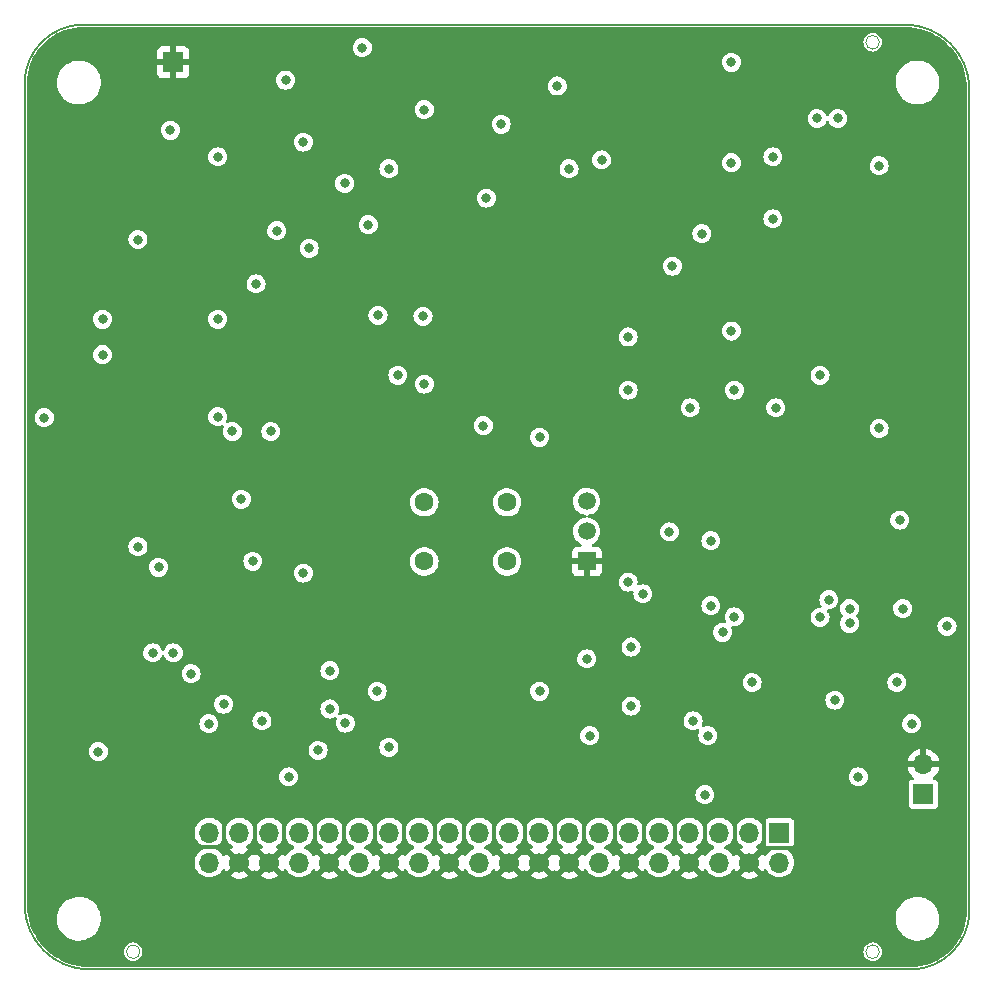
<source format=gbr>
G04 #@! TF.GenerationSoftware,KiCad,Pcbnew,7.0.11*
G04 #@! TF.CreationDate,2024-09-16T23:20:04-07:00*
G04 #@! TF.ProjectId,z3372,7a333337-322e-46b6-9963-61645f706362,0.2*
G04 #@! TF.SameCoordinates,PX3d83120PY6590fa0*
G04 #@! TF.FileFunction,Copper,L2,Inr*
G04 #@! TF.FilePolarity,Positive*
%FSLAX46Y46*%
G04 Gerber Fmt 4.6, Leading zero omitted, Abs format (unit mm)*
G04 Created by KiCad (PCBNEW 7.0.11) date 2024-09-16 23:20:04*
%MOMM*%
%LPD*%
G01*
G04 APERTURE LIST*
G04 Aperture macros list*
%AMHorizOval*
0 Thick line with rounded ends*
0 $1 width*
0 $2 $3 position (X,Y) of the first rounded end (center of the circle)*
0 $4 $5 position (X,Y) of the second rounded end (center of the circle)*
0 Add line between two ends*
20,1,$1,$2,$3,$4,$5,0*
0 Add two circle primitives to create the rounded ends*
1,1,$1,$2,$3*
1,1,$1,$4,$5*%
G04 Aperture macros list end*
G04 #@! TA.AperFunction,ComponentPad*
%ADD10R,1.700000X1.700000*%
G04 #@! TD*
G04 #@! TA.AperFunction,ComponentPad*
%ADD11O,1.700000X1.700000*%
G04 #@! TD*
G04 #@! TA.AperFunction,ComponentPad*
%ADD12HorizOval,1.700000X0.000000X0.000000X0.000000X0.000000X0*%
G04 #@! TD*
G04 #@! TA.AperFunction,ComponentPad*
%ADD13C,1.600000*%
G04 #@! TD*
G04 #@! TA.AperFunction,ComponentPad*
%ADD14R,1.500000X1.500000*%
G04 #@! TD*
G04 #@! TA.AperFunction,ComponentPad*
%ADD15C,1.500000*%
G04 #@! TD*
G04 #@! TA.AperFunction,ViaPad*
%ADD16C,0.800000*%
G04 #@! TD*
G04 #@! TA.AperFunction,Conductor*
%ADD17C,0.300000*%
G04 #@! TD*
G04 #@! TA.AperFunction,Profile*
%ADD18C,0.150000*%
G04 #@! TD*
G04 #@! TA.AperFunction,Profile*
%ADD19C,0.050000*%
G04 #@! TD*
G04 APERTURE END LIST*
D10*
X64810000Y12790000D03*
D11*
X64810000Y10250000D03*
X62270000Y12790000D03*
D12*
X62270000Y10250000D03*
D11*
X59730000Y12790000D03*
X59730000Y10250000D03*
X57190000Y12790000D03*
D12*
X57190000Y10250000D03*
D11*
X54650000Y12790000D03*
X54650000Y10250000D03*
X52110000Y12790000D03*
D12*
X52110000Y10250000D03*
D11*
X49570000Y12790000D03*
X49570000Y10250000D03*
X47030000Y12790000D03*
D12*
X47030000Y10250000D03*
D11*
X44490000Y12790000D03*
D12*
X44490000Y10250000D03*
D11*
X41950000Y12790000D03*
D12*
X41950000Y10250000D03*
D11*
X39410000Y12790000D03*
X39410000Y10250000D03*
X36870000Y12790000D03*
D12*
X36870000Y10250000D03*
D11*
X34330000Y12790000D03*
X34330000Y10250000D03*
X31790000Y12790000D03*
D12*
X31790000Y10250000D03*
D11*
X29250000Y12790000D03*
X29250000Y10250000D03*
X26710000Y12790000D03*
D12*
X26710000Y10250000D03*
D11*
X24170000Y12790000D03*
X24170000Y10250000D03*
X21630000Y12790000D03*
D12*
X21630000Y10250000D03*
D11*
X19090000Y12790000D03*
D12*
X19090000Y10250000D03*
D11*
X16550000Y12790000D03*
X16550000Y10250000D03*
D10*
X77000000Y16025000D03*
D11*
X77000000Y18565000D03*
D13*
X41750000Y40750000D03*
X41750000Y35750000D03*
D10*
X13500000Y78000000D03*
D13*
X34750000Y35750000D03*
X34750000Y40750000D03*
D14*
X48500000Y35750000D03*
D15*
X48500000Y38290000D03*
X48500000Y40830000D03*
D16*
X19500000Y18250000D03*
X14500000Y18250000D03*
X50500000Y43500000D03*
X48250000Y69750000D03*
X48750000Y65250000D03*
X57500000Y60750000D03*
X53000000Y60250000D03*
X10250000Y20750000D03*
X57000000Y53750000D03*
X22750000Y58750000D03*
X77750000Y35000000D03*
X72225000Y51000000D03*
X31500000Y75250000D03*
X29500000Y75250000D03*
X4250000Y59000000D03*
X25500000Y31000000D03*
X62250000Y69500000D03*
X30500000Y15000000D03*
X39500000Y43750000D03*
X75000000Y27500000D03*
X3000000Y61500000D03*
X42250000Y23250000D03*
X47500000Y49000000D03*
X40750000Y26250000D03*
X24000000Y6500000D03*
X22675000Y49575000D03*
X57500000Y23500000D03*
X21250000Y31750000D03*
X8500000Y29250000D03*
X42750000Y44750000D03*
X68250000Y66750000D03*
X36250000Y65000000D03*
X31000000Y79250000D03*
X20500000Y42000000D03*
X43500000Y64500000D03*
X29750000Y23500000D03*
X22250000Y16250000D03*
X21250000Y65000000D03*
X38750000Y65000000D03*
X47750000Y23500000D03*
X69750000Y39750000D03*
X8750000Y68250000D03*
X64500000Y46500000D03*
X4000000Y38250000D03*
X56000000Y46000000D03*
X73750000Y29000000D03*
X54250000Y70500000D03*
X23000000Y37250000D03*
X56250000Y69250000D03*
X56250000Y70500000D03*
X68250000Y58250000D03*
X30500000Y69000000D03*
X54250000Y69250000D03*
X30750000Y29000000D03*
X29000000Y32000000D03*
X66500000Y22250000D03*
X73250000Y53750000D03*
X64000000Y29000000D03*
X5500000Y46750000D03*
X32000000Y64250000D03*
X15250000Y27750000D03*
X26000000Y42500000D03*
X16750000Y34000000D03*
X22250000Y26250000D03*
X31250000Y37500000D03*
X15000000Y23750000D03*
X26000000Y38750000D03*
X72750000Y61250000D03*
X10250000Y13500000D03*
X18250000Y49500000D03*
X38000000Y15000000D03*
X61750000Y58750000D03*
X16000000Y39500000D03*
X57500000Y33750000D03*
X74750000Y69250000D03*
X23250000Y65000000D03*
X18500000Y67250000D03*
X9750000Y35500000D03*
X66500000Y15750000D03*
X74000000Y63750000D03*
X41250000Y65000000D03*
X68250000Y62250000D03*
X54750000Y43750000D03*
X57000000Y15000000D03*
X66500000Y27000000D03*
X64500000Y37000000D03*
X5500000Y49500000D03*
X72750000Y63750000D03*
X49250000Y18000000D03*
X77250000Y27000000D03*
X50500000Y36250000D03*
X65000000Y30000000D03*
X61750000Y34500000D03*
X64500000Y48750000D03*
X15000000Y26250000D03*
X2575000Y47925000D03*
X57250000Y48750000D03*
X30750000Y24750000D03*
X60750000Y69500000D03*
X7500000Y56250000D03*
X55500000Y38250000D03*
X17250000Y48000000D03*
X17250000Y56250000D03*
X17250000Y70000000D03*
X28051777Y22051777D03*
X55750000Y60750000D03*
X26750000Y26500000D03*
X13250000Y72250000D03*
X10500000Y63000000D03*
X10500000Y37000000D03*
X20225000Y35750000D03*
X49750000Y69750000D03*
X73250000Y69250000D03*
X29500000Y79250000D03*
X44500000Y24750000D03*
X44500000Y46250000D03*
X75000000Y39250000D03*
X71500000Y17500000D03*
X79000000Y30250000D03*
X76000000Y22000000D03*
X48500000Y27500000D03*
X52250000Y23500000D03*
X17750000Y23665000D03*
X20500000Y59250000D03*
X18500000Y46750000D03*
X58500000Y16000000D03*
X52250000Y28500000D03*
X57500000Y22250000D03*
X58750000Y21000000D03*
X74750000Y25500000D03*
X62500000Y25500000D03*
X7150000Y19650000D03*
X11750000Y28000000D03*
X7500000Y53250000D03*
X21000000Y22250000D03*
X26750000Y23250000D03*
X23250000Y17500000D03*
X25750000Y19750000D03*
X30000000Y64250000D03*
X21750000Y46750000D03*
X16500000Y22000000D03*
X69500000Y24000000D03*
X52000000Y50250000D03*
X52000000Y34000000D03*
X61000000Y50250000D03*
X61000000Y31050000D03*
X19250000Y41000000D03*
X59000000Y32000000D03*
X34635000Y56500000D03*
X60000000Y29750000D03*
X30825000Y56575000D03*
X46000000Y76000000D03*
X68000000Y73250000D03*
X39750000Y47250000D03*
X48750000Y21000000D03*
X64250000Y64750000D03*
X64250000Y70000000D03*
X23000000Y76500000D03*
X31750000Y69000000D03*
X73250000Y47000000D03*
X75250000Y31750000D03*
X60750000Y78000000D03*
X25000000Y62250000D03*
X69750000Y73250000D03*
X70750000Y31750000D03*
X40000000Y66500000D03*
X32500000Y51500000D03*
X24500000Y71250000D03*
X22250000Y63750000D03*
X31750000Y20000000D03*
X24500000Y34750000D03*
X53250000Y33000000D03*
X52000000Y54750000D03*
X47000000Y69000000D03*
X41250000Y72750000D03*
X70750000Y30500000D03*
X28000000Y67750000D03*
X34750000Y50750000D03*
X58250000Y63500000D03*
X12250000Y35250000D03*
X13500000Y28000000D03*
X69000000Y32500000D03*
X68250000Y51500000D03*
X34750000Y74000000D03*
X68250000Y31000000D03*
X59000000Y37500000D03*
X60750000Y55250000D03*
D17*
X35670000Y11450000D02*
X35670000Y14325000D01*
X20430000Y11450000D02*
X20430000Y11795000D01*
X36870000Y10250000D02*
X38085000Y11465000D01*
X45885000Y14250000D02*
X45830000Y14195000D01*
X20430000Y11795000D02*
X20430000Y14485000D01*
X45690000Y11450000D02*
X45830000Y11450000D01*
X44490000Y10250000D02*
X45690000Y11450000D01*
X32990000Y11450000D02*
X32990000Y14045000D01*
X40685000Y11515000D02*
X40685000Y14140000D01*
X57190000Y10250000D02*
X58485000Y11545000D01*
X44490000Y10250000D02*
X43285000Y11455000D01*
X19090000Y10250000D02*
X20430000Y11590000D01*
X26710000Y10250000D02*
X27910000Y11450000D01*
X66975000Y11450000D02*
X68595000Y11450000D01*
X26710000Y10250000D02*
X25485000Y11475000D01*
X43285000Y11455000D02*
X43285000Y11540000D01*
X41950000Y10250000D02*
X43240000Y11540000D01*
X30590000Y14045000D02*
X30580000Y14045000D01*
X53348923Y11488923D02*
X53348923Y14003923D01*
X62270000Y10250000D02*
X61031077Y11488923D01*
X43285000Y11540000D02*
X43285000Y14340000D01*
X21630000Y10250000D02*
X20430000Y11450000D01*
X41950000Y10250000D02*
X40685000Y11515000D01*
X43240000Y11540000D02*
X43285000Y11540000D01*
X31790000Y10250000D02*
X32990000Y11450000D01*
X58485000Y11545000D02*
X58485000Y14340000D01*
X63470000Y11450000D02*
X63470000Y14925000D01*
X47030000Y10250000D02*
X45830000Y11450000D01*
X31790000Y10250000D02*
X30590000Y11450000D01*
X38085000Y11465000D02*
X38085000Y14340000D01*
X52110000Y10250000D02*
X53348923Y11488923D01*
X22885000Y11505000D02*
X22885000Y14340000D01*
X62270000Y10250000D02*
X63470000Y11450000D01*
X47030000Y10250000D02*
X48285000Y11505000D01*
X20430000Y11590000D02*
X20430000Y11795000D01*
X52110000Y10250000D02*
X50885000Y11475000D01*
X27910000Y11450000D02*
X27910000Y14115000D01*
X55990000Y11450000D02*
X55990000Y14245000D01*
X30590000Y11450000D02*
X30590000Y14045000D01*
X45830000Y11450000D02*
X45830000Y14195000D01*
X48285000Y11505000D02*
X48285000Y14540000D01*
X36870000Y10250000D02*
X35670000Y11450000D01*
X61031077Y11488923D02*
X61031077Y14286077D01*
X50885000Y11475000D02*
X50885000Y14140000D01*
X25485000Y11475000D02*
X25485000Y14540000D01*
X17800000Y11540000D02*
X17800000Y14055000D01*
X17800000Y11540000D02*
X15085000Y11540000D01*
X19090000Y10250000D02*
X17800000Y11540000D01*
X21630000Y10250000D02*
X22885000Y11505000D01*
X63470000Y11450000D02*
X66975000Y11450000D01*
X57190000Y10250000D02*
X55990000Y11450000D01*
G04 #@! TA.AperFunction,Conductor*
G36*
X17888959Y12361900D02*
G01*
X17934194Y12309698D01*
X18002898Y12162361D01*
X18128402Y11983123D01*
X18283123Y11828402D01*
X18283126Y11828400D01*
X18462359Y11702899D01*
X18462360Y11702899D01*
X18462361Y11702898D01*
X18482022Y11693730D01*
X18535307Y11646815D01*
X18554769Y11578538D01*
X18534228Y11510577D01*
X18488743Y11468722D01*
X18344705Y11390773D01*
X18344693Y11390765D01*
X18324311Y11374901D01*
X18324310Y11374900D01*
X18962412Y10736798D01*
X18947685Y10734680D01*
X18816900Y10674952D01*
X18708239Y10580798D01*
X18630507Y10459844D01*
X18605639Y10375151D01*
X17966921Y11013869D01*
X17966920Y11013868D01*
X17891586Y10898561D01*
X17891579Y10898547D01*
X17875382Y10861621D01*
X17829701Y10807272D01*
X17761888Y10786249D01*
X17693474Y10805226D01*
X17646181Y10858177D01*
X17645800Y10858985D01*
X17637100Y10877642D01*
X17511604Y11056869D01*
X17511601Y11056873D01*
X17511598Y11056877D01*
X17356877Y11211598D01*
X17177639Y11337102D01*
X17030302Y11405806D01*
X16977019Y11452722D01*
X16957558Y11520999D01*
X16978100Y11588959D01*
X17030302Y11634195D01*
X17177639Y11702898D01*
X17356877Y11828402D01*
X17511598Y11983123D01*
X17637102Y12162361D01*
X17705805Y12309698D01*
X17752722Y12362981D01*
X17820999Y12382442D01*
X17888959Y12361900D01*
G37*
G04 #@! TD.AperFunction*
G04 #@! TA.AperFunction,Conductor*
G36*
X20428959Y12361900D02*
G01*
X20474194Y12309698D01*
X20542898Y12162361D01*
X20668402Y11983123D01*
X20823123Y11828402D01*
X20823126Y11828400D01*
X21002359Y11702899D01*
X21002360Y11702899D01*
X21002361Y11702898D01*
X21022022Y11693730D01*
X21075307Y11646815D01*
X21094769Y11578538D01*
X21074228Y11510577D01*
X21028743Y11468722D01*
X20884705Y11390773D01*
X20884693Y11390765D01*
X20864311Y11374901D01*
X20864310Y11374900D01*
X21502412Y10736798D01*
X21487685Y10734680D01*
X21356900Y10674952D01*
X21248239Y10580798D01*
X21170507Y10459844D01*
X21145639Y10375151D01*
X20506921Y11013869D01*
X20506920Y11013868D01*
X20465482Y10950442D01*
X20411479Y10904353D01*
X20341131Y10894778D01*
X20276773Y10924755D01*
X20254516Y10950442D01*
X20213078Y11013868D01*
X19574360Y10375152D01*
X19549493Y10459844D01*
X19471761Y10580798D01*
X19363100Y10674952D01*
X19232315Y10734680D01*
X19217586Y10736798D01*
X19855688Y11374900D01*
X19855687Y11374901D01*
X19835308Y11390763D01*
X19835303Y11390766D01*
X19691256Y11468721D01*
X19640866Y11518735D01*
X19625514Y11588052D01*
X19650075Y11654665D01*
X19697976Y11693730D01*
X19717639Y11702898D01*
X19896877Y11828402D01*
X20051598Y11983123D01*
X20177102Y12162361D01*
X20245805Y12309698D01*
X20292722Y12362981D01*
X20360999Y12382442D01*
X20428959Y12361900D01*
G37*
G04 #@! TD.AperFunction*
G04 #@! TA.AperFunction,Conductor*
G36*
X25508959Y12361900D02*
G01*
X25554194Y12309698D01*
X25622898Y12162361D01*
X25748402Y11983123D01*
X25903123Y11828402D01*
X25903126Y11828400D01*
X26082359Y11702899D01*
X26082360Y11702899D01*
X26082361Y11702898D01*
X26102022Y11693730D01*
X26155307Y11646815D01*
X26174769Y11578538D01*
X26154228Y11510577D01*
X26108743Y11468722D01*
X25964705Y11390773D01*
X25964693Y11390765D01*
X25944311Y11374901D01*
X25944310Y11374900D01*
X26582412Y10736798D01*
X26567685Y10734680D01*
X26436900Y10674952D01*
X26328239Y10580798D01*
X26250507Y10459844D01*
X26225639Y10375151D01*
X25586921Y11013869D01*
X25586920Y11013868D01*
X25511586Y10898561D01*
X25511579Y10898547D01*
X25495382Y10861621D01*
X25449701Y10807272D01*
X25381888Y10786249D01*
X25313474Y10805226D01*
X25266181Y10858177D01*
X25265800Y10858985D01*
X25257100Y10877642D01*
X25131604Y11056869D01*
X25131601Y11056873D01*
X25131598Y11056877D01*
X24976877Y11211598D01*
X24797639Y11337102D01*
X24650302Y11405806D01*
X24597019Y11452722D01*
X24577558Y11520999D01*
X24598100Y11588959D01*
X24650302Y11634195D01*
X24797639Y11702898D01*
X24976877Y11828402D01*
X25131598Y11983123D01*
X25257102Y12162361D01*
X25325805Y12309698D01*
X25372722Y12362981D01*
X25440999Y12382442D01*
X25508959Y12361900D01*
G37*
G04 #@! TD.AperFunction*
G04 #@! TA.AperFunction,Conductor*
G36*
X30588959Y12361900D02*
G01*
X30634194Y12309698D01*
X30702898Y12162361D01*
X30828402Y11983123D01*
X30983123Y11828402D01*
X30983126Y11828400D01*
X31162359Y11702899D01*
X31162360Y11702899D01*
X31162361Y11702898D01*
X31182022Y11693730D01*
X31235307Y11646815D01*
X31254769Y11578538D01*
X31234228Y11510577D01*
X31188743Y11468722D01*
X31044705Y11390773D01*
X31044693Y11390765D01*
X31024311Y11374901D01*
X31024310Y11374900D01*
X31662412Y10736798D01*
X31647685Y10734680D01*
X31516900Y10674952D01*
X31408239Y10580798D01*
X31330507Y10459844D01*
X31305639Y10375151D01*
X30666921Y11013869D01*
X30666920Y11013868D01*
X30591586Y10898561D01*
X30591579Y10898547D01*
X30575382Y10861621D01*
X30529701Y10807272D01*
X30461888Y10786249D01*
X30393474Y10805226D01*
X30346181Y10858177D01*
X30345800Y10858985D01*
X30337100Y10877642D01*
X30211604Y11056869D01*
X30211601Y11056873D01*
X30211598Y11056877D01*
X30056877Y11211598D01*
X29877639Y11337102D01*
X29730302Y11405806D01*
X29677019Y11452722D01*
X29657558Y11520999D01*
X29678100Y11588959D01*
X29730302Y11634195D01*
X29877639Y11702898D01*
X30056877Y11828402D01*
X30211598Y11983123D01*
X30337102Y12162361D01*
X30405805Y12309698D01*
X30452722Y12362981D01*
X30520999Y12382442D01*
X30588959Y12361900D01*
G37*
G04 #@! TD.AperFunction*
G04 #@! TA.AperFunction,Conductor*
G36*
X35668959Y12361900D02*
G01*
X35714194Y12309698D01*
X35782898Y12162361D01*
X35908402Y11983123D01*
X36063123Y11828402D01*
X36063126Y11828400D01*
X36242359Y11702899D01*
X36242360Y11702899D01*
X36242361Y11702898D01*
X36262022Y11693730D01*
X36315307Y11646815D01*
X36334769Y11578538D01*
X36314228Y11510577D01*
X36268743Y11468722D01*
X36124705Y11390773D01*
X36124693Y11390765D01*
X36104311Y11374901D01*
X36104310Y11374900D01*
X36742412Y10736798D01*
X36727685Y10734680D01*
X36596900Y10674952D01*
X36488239Y10580798D01*
X36410507Y10459844D01*
X36385639Y10375151D01*
X35746921Y11013869D01*
X35746920Y11013868D01*
X35671586Y10898561D01*
X35671579Y10898547D01*
X35655382Y10861621D01*
X35609701Y10807272D01*
X35541888Y10786249D01*
X35473474Y10805226D01*
X35426181Y10858177D01*
X35425800Y10858985D01*
X35417100Y10877642D01*
X35291604Y11056869D01*
X35291601Y11056873D01*
X35291598Y11056877D01*
X35136877Y11211598D01*
X34957639Y11337102D01*
X34810302Y11405806D01*
X34757019Y11452722D01*
X34737558Y11520999D01*
X34758100Y11588959D01*
X34810302Y11634195D01*
X34957639Y11702898D01*
X35136877Y11828402D01*
X35291598Y11983123D01*
X35417102Y12162361D01*
X35485805Y12309698D01*
X35532722Y12362981D01*
X35600999Y12382442D01*
X35668959Y12361900D01*
G37*
G04 #@! TD.AperFunction*
G04 #@! TA.AperFunction,Conductor*
G36*
X40748959Y12361900D02*
G01*
X40794194Y12309698D01*
X40862898Y12162361D01*
X40988402Y11983123D01*
X41143123Y11828402D01*
X41143126Y11828400D01*
X41322359Y11702899D01*
X41322360Y11702899D01*
X41322361Y11702898D01*
X41342022Y11693730D01*
X41395307Y11646815D01*
X41414769Y11578538D01*
X41394228Y11510577D01*
X41348743Y11468722D01*
X41204705Y11390773D01*
X41204693Y11390765D01*
X41184311Y11374901D01*
X41184310Y11374900D01*
X41822412Y10736798D01*
X41807685Y10734680D01*
X41676900Y10674952D01*
X41568239Y10580798D01*
X41490507Y10459844D01*
X41465639Y10375151D01*
X40826921Y11013869D01*
X40826920Y11013868D01*
X40751586Y10898561D01*
X40751579Y10898547D01*
X40735382Y10861621D01*
X40689701Y10807272D01*
X40621888Y10786249D01*
X40553474Y10805226D01*
X40506181Y10858177D01*
X40505800Y10858985D01*
X40497100Y10877642D01*
X40371604Y11056869D01*
X40371601Y11056873D01*
X40371598Y11056877D01*
X40216877Y11211598D01*
X40037639Y11337102D01*
X39890302Y11405806D01*
X39837019Y11452722D01*
X39817558Y11520999D01*
X39838100Y11588959D01*
X39890302Y11634195D01*
X40037639Y11702898D01*
X40216877Y11828402D01*
X40371598Y11983123D01*
X40497102Y12162361D01*
X40565805Y12309698D01*
X40612722Y12362981D01*
X40680999Y12382442D01*
X40748959Y12361900D01*
G37*
G04 #@! TD.AperFunction*
G04 #@! TA.AperFunction,Conductor*
G36*
X43288959Y12361900D02*
G01*
X43334194Y12309698D01*
X43402898Y12162361D01*
X43528402Y11983123D01*
X43683123Y11828402D01*
X43683126Y11828400D01*
X43862359Y11702899D01*
X43862360Y11702899D01*
X43862361Y11702898D01*
X43882022Y11693730D01*
X43935307Y11646815D01*
X43954769Y11578538D01*
X43934228Y11510577D01*
X43888743Y11468722D01*
X43744705Y11390773D01*
X43744693Y11390765D01*
X43724311Y11374901D01*
X43724310Y11374900D01*
X44362412Y10736798D01*
X44347685Y10734680D01*
X44216900Y10674952D01*
X44108239Y10580798D01*
X44030507Y10459844D01*
X44005639Y10375151D01*
X43366921Y11013869D01*
X43366920Y11013868D01*
X43325482Y10950442D01*
X43271479Y10904353D01*
X43201131Y10894778D01*
X43136773Y10924755D01*
X43114516Y10950442D01*
X43073078Y11013868D01*
X42434360Y10375152D01*
X42409493Y10459844D01*
X42331761Y10580798D01*
X42223100Y10674952D01*
X42092315Y10734680D01*
X42077586Y10736798D01*
X42715688Y11374900D01*
X42715687Y11374901D01*
X42695308Y11390763D01*
X42695303Y11390766D01*
X42551256Y11468721D01*
X42500866Y11518735D01*
X42485514Y11588052D01*
X42510075Y11654665D01*
X42557976Y11693730D01*
X42577639Y11702898D01*
X42756877Y11828402D01*
X42911598Y11983123D01*
X43037102Y12162361D01*
X43105805Y12309698D01*
X43152722Y12362981D01*
X43220999Y12382442D01*
X43288959Y12361900D01*
G37*
G04 #@! TD.AperFunction*
G04 #@! TA.AperFunction,Conductor*
G36*
X45828959Y12361900D02*
G01*
X45874194Y12309698D01*
X45942898Y12162361D01*
X46068402Y11983123D01*
X46223123Y11828402D01*
X46223126Y11828400D01*
X46402359Y11702899D01*
X46402360Y11702899D01*
X46402361Y11702898D01*
X46422022Y11693730D01*
X46475307Y11646815D01*
X46494769Y11578538D01*
X46474228Y11510577D01*
X46428743Y11468722D01*
X46284705Y11390773D01*
X46284693Y11390765D01*
X46264311Y11374901D01*
X46264310Y11374900D01*
X46902412Y10736798D01*
X46887685Y10734680D01*
X46756900Y10674952D01*
X46648239Y10580798D01*
X46570507Y10459844D01*
X46545639Y10375151D01*
X45906921Y11013869D01*
X45906920Y11013868D01*
X45865482Y10950442D01*
X45811479Y10904353D01*
X45741131Y10894778D01*
X45676773Y10924755D01*
X45654516Y10950442D01*
X45613078Y11013868D01*
X44974360Y10375152D01*
X44949493Y10459844D01*
X44871761Y10580798D01*
X44763100Y10674952D01*
X44632315Y10734680D01*
X44617586Y10736798D01*
X45255688Y11374900D01*
X45255687Y11374901D01*
X45235308Y11390763D01*
X45235303Y11390766D01*
X45091256Y11468721D01*
X45040866Y11518735D01*
X45025514Y11588052D01*
X45050075Y11654665D01*
X45097976Y11693730D01*
X45117639Y11702898D01*
X45296877Y11828402D01*
X45451598Y11983123D01*
X45577102Y12162361D01*
X45645805Y12309698D01*
X45692722Y12362981D01*
X45760999Y12382442D01*
X45828959Y12361900D01*
G37*
G04 #@! TD.AperFunction*
G04 #@! TA.AperFunction,Conductor*
G36*
X50908959Y12361900D02*
G01*
X50954194Y12309698D01*
X51022898Y12162361D01*
X51148402Y11983123D01*
X51303123Y11828402D01*
X51303126Y11828400D01*
X51482359Y11702899D01*
X51482360Y11702899D01*
X51482361Y11702898D01*
X51502022Y11693730D01*
X51555307Y11646815D01*
X51574769Y11578538D01*
X51554228Y11510577D01*
X51508743Y11468722D01*
X51364705Y11390773D01*
X51364693Y11390765D01*
X51344311Y11374901D01*
X51344310Y11374900D01*
X51982412Y10736798D01*
X51967685Y10734680D01*
X51836900Y10674952D01*
X51728239Y10580798D01*
X51650507Y10459844D01*
X51625639Y10375151D01*
X50986921Y11013869D01*
X50986920Y11013868D01*
X50911586Y10898561D01*
X50911579Y10898547D01*
X50895382Y10861621D01*
X50849701Y10807272D01*
X50781888Y10786249D01*
X50713474Y10805226D01*
X50666181Y10858177D01*
X50665800Y10858985D01*
X50657100Y10877642D01*
X50531604Y11056869D01*
X50531601Y11056873D01*
X50531598Y11056877D01*
X50376877Y11211598D01*
X50197639Y11337102D01*
X50050302Y11405806D01*
X49997019Y11452722D01*
X49977558Y11520999D01*
X49998100Y11588959D01*
X50050302Y11634195D01*
X50197639Y11702898D01*
X50376877Y11828402D01*
X50531598Y11983123D01*
X50657102Y12162361D01*
X50725805Y12309698D01*
X50772722Y12362981D01*
X50840999Y12382442D01*
X50908959Y12361900D01*
G37*
G04 #@! TD.AperFunction*
G04 #@! TA.AperFunction,Conductor*
G36*
X55988959Y12361900D02*
G01*
X56034194Y12309698D01*
X56102898Y12162361D01*
X56228402Y11983123D01*
X56383123Y11828402D01*
X56383126Y11828400D01*
X56562359Y11702899D01*
X56562360Y11702899D01*
X56562361Y11702898D01*
X56582022Y11693730D01*
X56635307Y11646815D01*
X56654769Y11578538D01*
X56634228Y11510577D01*
X56588743Y11468722D01*
X56444705Y11390773D01*
X56444693Y11390765D01*
X56424311Y11374901D01*
X56424310Y11374900D01*
X57062412Y10736798D01*
X57047685Y10734680D01*
X56916900Y10674952D01*
X56808239Y10580798D01*
X56730507Y10459844D01*
X56705639Y10375151D01*
X56066921Y11013869D01*
X56066920Y11013868D01*
X55991586Y10898561D01*
X55991579Y10898547D01*
X55975382Y10861621D01*
X55929701Y10807272D01*
X55861888Y10786249D01*
X55793474Y10805226D01*
X55746181Y10858177D01*
X55745800Y10858985D01*
X55737100Y10877642D01*
X55611604Y11056869D01*
X55611601Y11056873D01*
X55611598Y11056877D01*
X55456877Y11211598D01*
X55277639Y11337102D01*
X55130302Y11405806D01*
X55077019Y11452722D01*
X55057558Y11520999D01*
X55078100Y11588959D01*
X55130302Y11634195D01*
X55277639Y11702898D01*
X55456877Y11828402D01*
X55611598Y11983123D01*
X55737102Y12162361D01*
X55805805Y12309698D01*
X55852722Y12362981D01*
X55920999Y12382442D01*
X55988959Y12361900D01*
G37*
G04 #@! TD.AperFunction*
G04 #@! TA.AperFunction,Conductor*
G36*
X61068959Y12361900D02*
G01*
X61114194Y12309698D01*
X61182898Y12162361D01*
X61308402Y11983123D01*
X61463123Y11828402D01*
X61463126Y11828400D01*
X61642359Y11702899D01*
X61642360Y11702899D01*
X61642361Y11702898D01*
X61662022Y11693730D01*
X61715307Y11646815D01*
X61734769Y11578538D01*
X61714228Y11510577D01*
X61668743Y11468722D01*
X61524705Y11390773D01*
X61524693Y11390765D01*
X61504311Y11374901D01*
X61504310Y11374900D01*
X62142412Y10736798D01*
X62127685Y10734680D01*
X61996900Y10674952D01*
X61888239Y10580798D01*
X61810507Y10459844D01*
X61785639Y10375151D01*
X61146921Y11013869D01*
X61146920Y11013868D01*
X61071586Y10898561D01*
X61071579Y10898547D01*
X61055382Y10861621D01*
X61009701Y10807272D01*
X60941888Y10786249D01*
X60873474Y10805226D01*
X60826181Y10858177D01*
X60825800Y10858985D01*
X60817100Y10877642D01*
X60691604Y11056869D01*
X60691601Y11056873D01*
X60691598Y11056877D01*
X60536877Y11211598D01*
X60357639Y11337102D01*
X60210302Y11405806D01*
X60157019Y11452722D01*
X60137558Y11520999D01*
X60158100Y11588959D01*
X60210302Y11634195D01*
X60357639Y11702898D01*
X60536877Y11828402D01*
X60691598Y11983123D01*
X60817102Y12162361D01*
X60885805Y12309698D01*
X60932722Y12362981D01*
X61000999Y12382442D01*
X61068959Y12361900D01*
G37*
G04 #@! TD.AperFunction*
G04 #@! TA.AperFunction,Conductor*
G36*
X22968959Y12361900D02*
G01*
X23014194Y12309698D01*
X23082898Y12162361D01*
X23208402Y11983123D01*
X23363123Y11828402D01*
X23542361Y11702898D01*
X23681485Y11638024D01*
X23689695Y11634195D01*
X23742980Y11587278D01*
X23762441Y11519000D01*
X23741899Y11451040D01*
X23689695Y11405805D01*
X23542358Y11337101D01*
X23363131Y11211605D01*
X23363120Y11211596D01*
X23208404Y11056880D01*
X23208395Y11056869D01*
X23082899Y10877642D01*
X23082898Y10877640D01*
X23074197Y10858981D01*
X23027278Y10805698D01*
X22959000Y10786239D01*
X22891041Y10806783D01*
X22844977Y10860807D01*
X22844616Y10861623D01*
X22828419Y10898550D01*
X22753077Y11013868D01*
X22114360Y10375152D01*
X22089493Y10459844D01*
X22011761Y10580798D01*
X21903100Y10674952D01*
X21772315Y10734680D01*
X21757586Y10736798D01*
X22395688Y11374900D01*
X22395687Y11374901D01*
X22375308Y11390763D01*
X22375303Y11390766D01*
X22231256Y11468721D01*
X22180866Y11518735D01*
X22165514Y11588052D01*
X22190075Y11654665D01*
X22237976Y11693730D01*
X22257639Y11702898D01*
X22436877Y11828402D01*
X22591598Y11983123D01*
X22717102Y12162361D01*
X22785805Y12309698D01*
X22832722Y12362981D01*
X22900999Y12382442D01*
X22968959Y12361900D01*
G37*
G04 #@! TD.AperFunction*
G04 #@! TA.AperFunction,Conductor*
G36*
X28048959Y12361900D02*
G01*
X28094194Y12309698D01*
X28162898Y12162361D01*
X28288402Y11983123D01*
X28443123Y11828402D01*
X28622361Y11702898D01*
X28761485Y11638024D01*
X28769695Y11634195D01*
X28822980Y11587278D01*
X28842441Y11519000D01*
X28821899Y11451040D01*
X28769695Y11405805D01*
X28622358Y11337101D01*
X28443131Y11211605D01*
X28443120Y11211596D01*
X28288404Y11056880D01*
X28288395Y11056869D01*
X28162899Y10877642D01*
X28162898Y10877640D01*
X28154197Y10858981D01*
X28107278Y10805698D01*
X28039000Y10786239D01*
X27971041Y10806783D01*
X27924977Y10860807D01*
X27924616Y10861623D01*
X27908419Y10898550D01*
X27833077Y11013868D01*
X27194360Y10375152D01*
X27169493Y10459844D01*
X27091761Y10580798D01*
X26983100Y10674952D01*
X26852315Y10734680D01*
X26837586Y10736798D01*
X27475688Y11374900D01*
X27475687Y11374901D01*
X27455308Y11390763D01*
X27455303Y11390766D01*
X27311256Y11468721D01*
X27260866Y11518735D01*
X27245514Y11588052D01*
X27270075Y11654665D01*
X27317976Y11693730D01*
X27337639Y11702898D01*
X27516877Y11828402D01*
X27671598Y11983123D01*
X27797102Y12162361D01*
X27865805Y12309698D01*
X27912722Y12362981D01*
X27980999Y12382442D01*
X28048959Y12361900D01*
G37*
G04 #@! TD.AperFunction*
G04 #@! TA.AperFunction,Conductor*
G36*
X33128959Y12361900D02*
G01*
X33174194Y12309698D01*
X33242898Y12162361D01*
X33368402Y11983123D01*
X33523123Y11828402D01*
X33702361Y11702898D01*
X33841485Y11638024D01*
X33849695Y11634195D01*
X33902980Y11587278D01*
X33922441Y11519000D01*
X33901899Y11451040D01*
X33849695Y11405805D01*
X33702358Y11337101D01*
X33523131Y11211605D01*
X33523120Y11211596D01*
X33368404Y11056880D01*
X33368395Y11056869D01*
X33242899Y10877642D01*
X33242898Y10877640D01*
X33234197Y10858981D01*
X33187278Y10805698D01*
X33119000Y10786239D01*
X33051041Y10806783D01*
X33004977Y10860807D01*
X33004616Y10861623D01*
X32988419Y10898550D01*
X32913077Y11013868D01*
X32274360Y10375152D01*
X32249493Y10459844D01*
X32171761Y10580798D01*
X32063100Y10674952D01*
X31932315Y10734680D01*
X31917586Y10736798D01*
X32555688Y11374900D01*
X32555687Y11374901D01*
X32535308Y11390763D01*
X32535303Y11390766D01*
X32391256Y11468721D01*
X32340866Y11518735D01*
X32325514Y11588052D01*
X32350075Y11654665D01*
X32397976Y11693730D01*
X32417639Y11702898D01*
X32596877Y11828402D01*
X32751598Y11983123D01*
X32877102Y12162361D01*
X32945805Y12309698D01*
X32992722Y12362981D01*
X33060999Y12382442D01*
X33128959Y12361900D01*
G37*
G04 #@! TD.AperFunction*
G04 #@! TA.AperFunction,Conductor*
G36*
X38208959Y12361900D02*
G01*
X38254194Y12309698D01*
X38322898Y12162361D01*
X38448402Y11983123D01*
X38603123Y11828402D01*
X38782361Y11702898D01*
X38921485Y11638024D01*
X38929695Y11634195D01*
X38982980Y11587278D01*
X39002441Y11519000D01*
X38981899Y11451040D01*
X38929695Y11405805D01*
X38782358Y11337101D01*
X38603131Y11211605D01*
X38603120Y11211596D01*
X38448404Y11056880D01*
X38448395Y11056869D01*
X38322899Y10877642D01*
X38322898Y10877640D01*
X38314197Y10858981D01*
X38267278Y10805698D01*
X38199000Y10786239D01*
X38131041Y10806783D01*
X38084977Y10860807D01*
X38084616Y10861623D01*
X38068419Y10898550D01*
X37993077Y11013868D01*
X37354360Y10375152D01*
X37329493Y10459844D01*
X37251761Y10580798D01*
X37143100Y10674952D01*
X37012315Y10734680D01*
X36997586Y10736798D01*
X37635688Y11374900D01*
X37635687Y11374901D01*
X37615308Y11390763D01*
X37615303Y11390766D01*
X37471256Y11468721D01*
X37420866Y11518735D01*
X37405514Y11588052D01*
X37430075Y11654665D01*
X37477976Y11693730D01*
X37497639Y11702898D01*
X37676877Y11828402D01*
X37831598Y11983123D01*
X37957102Y12162361D01*
X38025805Y12309698D01*
X38072722Y12362981D01*
X38140999Y12382442D01*
X38208959Y12361900D01*
G37*
G04 #@! TD.AperFunction*
G04 #@! TA.AperFunction,Conductor*
G36*
X48368959Y12361900D02*
G01*
X48414194Y12309698D01*
X48482898Y12162361D01*
X48608402Y11983123D01*
X48763123Y11828402D01*
X48942361Y11702898D01*
X49081485Y11638024D01*
X49089695Y11634195D01*
X49142980Y11587278D01*
X49162441Y11519000D01*
X49141899Y11451040D01*
X49089695Y11405805D01*
X48942358Y11337101D01*
X48763131Y11211605D01*
X48763120Y11211596D01*
X48608404Y11056880D01*
X48608395Y11056869D01*
X48482899Y10877642D01*
X48482898Y10877640D01*
X48474197Y10858981D01*
X48427278Y10805698D01*
X48359000Y10786239D01*
X48291041Y10806783D01*
X48244977Y10860807D01*
X48244616Y10861623D01*
X48228419Y10898550D01*
X48153077Y11013868D01*
X47514360Y10375152D01*
X47489493Y10459844D01*
X47411761Y10580798D01*
X47303100Y10674952D01*
X47172315Y10734680D01*
X47157586Y10736798D01*
X47795688Y11374900D01*
X47795687Y11374901D01*
X47775308Y11390763D01*
X47775303Y11390766D01*
X47631256Y11468721D01*
X47580866Y11518735D01*
X47565514Y11588052D01*
X47590075Y11654665D01*
X47637976Y11693730D01*
X47657639Y11702898D01*
X47836877Y11828402D01*
X47991598Y11983123D01*
X48117102Y12162361D01*
X48185805Y12309698D01*
X48232722Y12362981D01*
X48300999Y12382442D01*
X48368959Y12361900D01*
G37*
G04 #@! TD.AperFunction*
G04 #@! TA.AperFunction,Conductor*
G36*
X53448959Y12361900D02*
G01*
X53494194Y12309698D01*
X53562898Y12162361D01*
X53688402Y11983123D01*
X53843123Y11828402D01*
X54022361Y11702898D01*
X54161485Y11638024D01*
X54169695Y11634195D01*
X54222980Y11587278D01*
X54242441Y11519000D01*
X54221899Y11451040D01*
X54169695Y11405805D01*
X54022358Y11337101D01*
X53843131Y11211605D01*
X53843120Y11211596D01*
X53688404Y11056880D01*
X53688395Y11056869D01*
X53562899Y10877642D01*
X53562898Y10877640D01*
X53554197Y10858981D01*
X53507278Y10805698D01*
X53439000Y10786239D01*
X53371041Y10806783D01*
X53324977Y10860807D01*
X53324616Y10861623D01*
X53308419Y10898550D01*
X53233077Y11013868D01*
X52594360Y10375152D01*
X52569493Y10459844D01*
X52491761Y10580798D01*
X52383100Y10674952D01*
X52252315Y10734680D01*
X52237586Y10736798D01*
X52875688Y11374900D01*
X52875687Y11374901D01*
X52855308Y11390763D01*
X52855303Y11390766D01*
X52711256Y11468721D01*
X52660866Y11518735D01*
X52645514Y11588052D01*
X52670075Y11654665D01*
X52717976Y11693730D01*
X52737639Y11702898D01*
X52916877Y11828402D01*
X53071598Y11983123D01*
X53197102Y12162361D01*
X53265805Y12309698D01*
X53312722Y12362981D01*
X53380999Y12382442D01*
X53448959Y12361900D01*
G37*
G04 #@! TD.AperFunction*
G04 #@! TA.AperFunction,Conductor*
G36*
X58528959Y12361900D02*
G01*
X58574194Y12309698D01*
X58642898Y12162361D01*
X58768402Y11983123D01*
X58923123Y11828402D01*
X59102361Y11702898D01*
X59241485Y11638024D01*
X59249695Y11634195D01*
X59302980Y11587278D01*
X59322441Y11519000D01*
X59301899Y11451040D01*
X59249695Y11405805D01*
X59102358Y11337101D01*
X58923131Y11211605D01*
X58923120Y11211596D01*
X58768404Y11056880D01*
X58768395Y11056869D01*
X58642899Y10877642D01*
X58642898Y10877640D01*
X58634197Y10858981D01*
X58587278Y10805698D01*
X58519000Y10786239D01*
X58451041Y10806783D01*
X58404977Y10860807D01*
X58404616Y10861623D01*
X58388419Y10898550D01*
X58313077Y11013868D01*
X57674360Y10375152D01*
X57649493Y10459844D01*
X57571761Y10580798D01*
X57463100Y10674952D01*
X57332315Y10734680D01*
X57317586Y10736798D01*
X57955688Y11374900D01*
X57955687Y11374901D01*
X57935308Y11390763D01*
X57935303Y11390766D01*
X57791256Y11468721D01*
X57740866Y11518735D01*
X57725514Y11588052D01*
X57750075Y11654665D01*
X57797976Y11693730D01*
X57817639Y11702898D01*
X57996877Y11828402D01*
X58151598Y11983123D01*
X58277102Y12162361D01*
X58345805Y12309698D01*
X58392722Y12362981D01*
X58460999Y12382442D01*
X58528959Y12361900D01*
G37*
G04 #@! TD.AperFunction*
G04 #@! TA.AperFunction,Conductor*
G36*
X63519723Y12143674D02*
G01*
X63555709Y12082473D01*
X63559500Y12051797D01*
X63559500Y11908484D01*
X63574353Y11814698D01*
X63631949Y11701658D01*
X63721657Y11611950D01*
X63760299Y11592262D01*
X63834696Y11554354D01*
X63928481Y11539500D01*
X64071796Y11539501D01*
X64139914Y11519499D01*
X64186407Y11465844D01*
X64196512Y11395570D01*
X64167019Y11330989D01*
X64144065Y11310288D01*
X64003126Y11211601D01*
X64003120Y11211596D01*
X63848404Y11056880D01*
X63848395Y11056869D01*
X63722899Y10877642D01*
X63722898Y10877640D01*
X63714197Y10858981D01*
X63667278Y10805698D01*
X63599000Y10786239D01*
X63531041Y10806783D01*
X63484977Y10860807D01*
X63484616Y10861623D01*
X63468419Y10898550D01*
X63393077Y11013868D01*
X62754360Y10375152D01*
X62729493Y10459844D01*
X62651761Y10580798D01*
X62543100Y10674952D01*
X62412315Y10734680D01*
X62397586Y10736798D01*
X63035688Y11374900D01*
X63035687Y11374901D01*
X63015308Y11390763D01*
X63015303Y11390766D01*
X62871256Y11468721D01*
X62820866Y11518735D01*
X62805514Y11588052D01*
X62830075Y11654665D01*
X62877976Y11693730D01*
X62897639Y11702898D01*
X63076877Y11828402D01*
X63231598Y11983123D01*
X63330289Y12124069D01*
X63385743Y12168395D01*
X63456363Y12175704D01*
X63519723Y12143674D01*
G37*
G04 #@! TD.AperFunction*
G04 #@! TA.AperFunction,Conductor*
G36*
X75402611Y80999392D02*
G01*
X75832437Y80981615D01*
X75842786Y80980758D01*
X76267100Y80927867D01*
X76277364Y80926154D01*
X76695858Y80838405D01*
X76705921Y80835857D01*
X77115755Y80713844D01*
X77125591Y80710467D01*
X77225894Y80671329D01*
X77523936Y80555033D01*
X77533473Y80550849D01*
X77917600Y80363060D01*
X77926758Y80358104D01*
X78294071Y80139234D01*
X78302790Y80133538D01*
X78650776Y79885080D01*
X78658994Y79878684D01*
X78985287Y79602329D01*
X78992948Y79595275D01*
X79295274Y79292949D01*
X79302328Y79285288D01*
X79578683Y78958995D01*
X79585079Y78950777D01*
X79833537Y78602791D01*
X79839233Y78594072D01*
X80058103Y78226759D01*
X80063059Y78217601D01*
X80250848Y77833474D01*
X80255032Y77823937D01*
X80410464Y77425598D01*
X80413845Y77415749D01*
X80535852Y77005938D01*
X80538408Y76995842D01*
X80626152Y76577369D01*
X80627866Y76567097D01*
X80680755Y76142801D01*
X80681615Y76132423D01*
X80699392Y75702612D01*
X80699500Y75697405D01*
X80699500Y6202748D01*
X80699380Y6197252D01*
X80681475Y5787192D01*
X80680517Y5776242D01*
X80627302Y5372028D01*
X80625393Y5361203D01*
X80537151Y4963170D01*
X80534306Y4952552D01*
X80411710Y4563726D01*
X80407951Y4553397D01*
X80251926Y4176721D01*
X80247280Y4166759D01*
X80059031Y3805134D01*
X80053535Y3795614D01*
X79834479Y3451765D01*
X79828174Y3442761D01*
X79579973Y3119300D01*
X79572908Y3110880D01*
X79297475Y2810298D01*
X79289702Y2802525D01*
X78989120Y2527092D01*
X78980700Y2520027D01*
X78657239Y2271826D01*
X78648235Y2265521D01*
X78304386Y2046465D01*
X78294866Y2040969D01*
X77933241Y1852720D01*
X77923279Y1848074D01*
X77546603Y1692049D01*
X77536274Y1688290D01*
X77147448Y1565694D01*
X77136830Y1562849D01*
X76738797Y1474607D01*
X76727972Y1472698D01*
X76323758Y1419483D01*
X76312808Y1418525D01*
X75902748Y1400620D01*
X75897252Y1400500D01*
X6402596Y1400500D01*
X6397389Y1400608D01*
X5967577Y1418385D01*
X5957199Y1419245D01*
X5532903Y1472134D01*
X5522631Y1473848D01*
X5104158Y1561592D01*
X5094062Y1564148D01*
X4684251Y1686155D01*
X4674402Y1689536D01*
X4276063Y1844968D01*
X4266526Y1849152D01*
X3882399Y2036941D01*
X3873241Y2041897D01*
X3505928Y2260767D01*
X3497209Y2266463D01*
X3149223Y2514921D01*
X3141005Y2521317D01*
X2930034Y2700000D01*
X9318587Y2700000D01*
X9338179Y2526119D01*
X9395971Y2360958D01*
X9395972Y2360955D01*
X9489065Y2212799D01*
X9489066Y2212797D01*
X9612796Y2089067D01*
X9612798Y2089066D01*
X9760954Y1995973D01*
X9760955Y1995973D01*
X9760958Y1995971D01*
X9926119Y1938179D01*
X10100000Y1918587D01*
X10273881Y1938179D01*
X10439042Y1995971D01*
X10587203Y2089067D01*
X10710933Y2212797D01*
X10804029Y2360958D01*
X10861821Y2526119D01*
X10881413Y2700000D01*
X71918587Y2700000D01*
X71938179Y2526119D01*
X71995971Y2360958D01*
X71995972Y2360955D01*
X72089065Y2212799D01*
X72089066Y2212797D01*
X72212796Y2089067D01*
X72212798Y2089066D01*
X72360954Y1995973D01*
X72360955Y1995973D01*
X72360958Y1995971D01*
X72526119Y1938179D01*
X72700000Y1918587D01*
X72873881Y1938179D01*
X73039042Y1995971D01*
X73187203Y2089067D01*
X73310933Y2212797D01*
X73404029Y2360958D01*
X73461821Y2526119D01*
X73481413Y2700000D01*
X73461821Y2873881D01*
X73404029Y3039042D01*
X73404027Y3039045D01*
X73404027Y3039046D01*
X73310934Y3187202D01*
X73310933Y3187204D01*
X73187203Y3310934D01*
X73187201Y3310935D01*
X73039045Y3404028D01*
X73039042Y3404029D01*
X72933367Y3441006D01*
X72873881Y3461821D01*
X72700000Y3481413D01*
X72526119Y3461821D01*
X72526116Y3461821D01*
X72526116Y3461820D01*
X72360957Y3404029D01*
X72360954Y3404028D01*
X72212798Y3310935D01*
X72212796Y3310934D01*
X72089066Y3187204D01*
X72089065Y3187202D01*
X71995972Y3039046D01*
X71995971Y3039043D01*
X71995971Y3039042D01*
X71938179Y2873881D01*
X71918587Y2700000D01*
X10881413Y2700000D01*
X10861821Y2873881D01*
X10804029Y3039042D01*
X10804027Y3039045D01*
X10804027Y3039046D01*
X10710934Y3187202D01*
X10710933Y3187204D01*
X10587203Y3310934D01*
X10587201Y3310935D01*
X10439045Y3404028D01*
X10439042Y3404029D01*
X10333367Y3441006D01*
X10273881Y3461821D01*
X10100000Y3481413D01*
X9926119Y3461821D01*
X9926116Y3461821D01*
X9926116Y3461820D01*
X9760957Y3404029D01*
X9760954Y3404028D01*
X9612798Y3310935D01*
X9612796Y3310934D01*
X9489066Y3187204D01*
X9489065Y3187202D01*
X9395972Y3039046D01*
X9395971Y3039043D01*
X9395971Y3039042D01*
X9338179Y2873881D01*
X9318587Y2700000D01*
X2930034Y2700000D01*
X2814712Y2797672D01*
X2807051Y2804726D01*
X2504725Y3107052D01*
X2497671Y3114713D01*
X2436274Y3187204D01*
X2331480Y3310935D01*
X2221316Y3441006D01*
X2214920Y3449224D01*
X1966462Y3797210D01*
X1960766Y3805929D01*
X1741896Y4173242D01*
X1736940Y4182400D01*
X1549151Y4566527D01*
X1544967Y4576064D01*
X1486682Y4725437D01*
X1389533Y4974409D01*
X1386154Y4984252D01*
X1372329Y5030690D01*
X1264143Y5394079D01*
X1261595Y5404142D01*
X1255705Y5432235D01*
X3645788Y5432235D01*
X3675412Y5162986D01*
X3743928Y4900910D01*
X3849869Y4651611D01*
X3849870Y4651610D01*
X3990982Y4420390D01*
X4164255Y4212180D01*
X4164257Y4212178D01*
X4164259Y4212176D01*
X4209496Y4171644D01*
X4365998Y4031418D01*
X4591910Y3881956D01*
X4837176Y3766980D01*
X5096569Y3688940D01*
X5096572Y3688940D01*
X5096574Y3688939D01*
X5364557Y3649500D01*
X5364561Y3649500D01*
X5567631Y3649500D01*
X5770156Y3664323D01*
X5770160Y3664324D01*
X5770161Y3664324D01*
X5880665Y3688940D01*
X6034553Y3723220D01*
X6287558Y3819986D01*
X6523777Y3952559D01*
X6738177Y4118112D01*
X6926186Y4313119D01*
X7083799Y4533421D01*
X7094070Y4553397D01*
X7207656Y4774325D01*
X7207657Y4774328D01*
X7272081Y4963170D01*
X7295118Y5030695D01*
X7344319Y5297067D01*
X7349259Y5432235D01*
X74645788Y5432235D01*
X74675412Y5162986D01*
X74743928Y4900910D01*
X74849869Y4651611D01*
X74849870Y4651610D01*
X74990982Y4420390D01*
X75164255Y4212180D01*
X75164257Y4212178D01*
X75164259Y4212176D01*
X75209496Y4171644D01*
X75365998Y4031418D01*
X75591910Y3881956D01*
X75837176Y3766980D01*
X76096569Y3688940D01*
X76096572Y3688940D01*
X76096574Y3688939D01*
X76364557Y3649500D01*
X76364561Y3649500D01*
X76567631Y3649500D01*
X76770156Y3664323D01*
X76770160Y3664324D01*
X76770161Y3664324D01*
X76880665Y3688940D01*
X77034553Y3723220D01*
X77287558Y3819986D01*
X77523777Y3952559D01*
X77738177Y4118112D01*
X77926186Y4313119D01*
X78083799Y4533421D01*
X78094070Y4553397D01*
X78207656Y4774325D01*
X78207657Y4774328D01*
X78272081Y4963170D01*
X78295118Y5030695D01*
X78344319Y5297067D01*
X78354212Y5567765D01*
X78339338Y5702942D01*
X78324587Y5837015D01*
X78256071Y6099091D01*
X78150130Y6348390D01*
X78009018Y6579610D01*
X77835745Y6787820D01*
X77835741Y6787823D01*
X77835740Y6787825D01*
X77634012Y6968573D01*
X77634002Y6968582D01*
X77408090Y7118044D01*
X77162824Y7233020D01*
X77005392Y7280385D01*
X76903425Y7311062D01*
X76635442Y7350500D01*
X76635439Y7350500D01*
X76432369Y7350500D01*
X76229839Y7335677D01*
X76229838Y7335677D01*
X75965456Y7276783D01*
X75965441Y7276778D01*
X75712441Y7180014D01*
X75476229Y7047445D01*
X75476225Y7047443D01*
X75261818Y6881884D01*
X75073815Y6686883D01*
X75073810Y6686877D01*
X74916203Y6466583D01*
X74916196Y6466573D01*
X74792343Y6225676D01*
X74792342Y6225673D01*
X74704883Y5969311D01*
X74704880Y5969298D01*
X74655681Y5702942D01*
X74655680Y5702931D01*
X74645788Y5432235D01*
X7349259Y5432235D01*
X7354212Y5567765D01*
X7339338Y5702942D01*
X7324587Y5837015D01*
X7256071Y6099091D01*
X7150130Y6348390D01*
X7009018Y6579610D01*
X6835745Y6787820D01*
X6835741Y6787823D01*
X6835740Y6787825D01*
X6634012Y6968573D01*
X6634002Y6968582D01*
X6408090Y7118044D01*
X6162824Y7233020D01*
X6005392Y7280385D01*
X5903425Y7311062D01*
X5635442Y7350500D01*
X5635439Y7350500D01*
X5432369Y7350500D01*
X5229839Y7335677D01*
X5229838Y7335677D01*
X4965456Y7276783D01*
X4965441Y7276778D01*
X4712441Y7180014D01*
X4476229Y7047445D01*
X4476225Y7047443D01*
X4261818Y6881884D01*
X4073815Y6686883D01*
X4073810Y6686877D01*
X3916203Y6466583D01*
X3916196Y6466573D01*
X3792343Y6225676D01*
X3792342Y6225673D01*
X3704883Y5969311D01*
X3704880Y5969298D01*
X3655681Y5702942D01*
X3655680Y5702931D01*
X3645788Y5432235D01*
X1255705Y5432235D01*
X1173846Y5822636D01*
X1172133Y5832904D01*
X1171620Y5837018D01*
X1119242Y6257214D01*
X1118385Y6267563D01*
X1100608Y6697389D01*
X1100500Y6702596D01*
X1100500Y10250000D01*
X15294723Y10250000D01*
X15313793Y10032023D01*
X15344023Y9919202D01*
X15369251Y9825048D01*
X15370425Y9820670D01*
X15462898Y9622361D01*
X15588402Y9443123D01*
X15743123Y9288402D01*
X15922361Y9162898D01*
X16120670Y9070425D01*
X16332023Y9013793D01*
X16550000Y8994723D01*
X16767977Y9013793D01*
X16979330Y9070425D01*
X17177639Y9162898D01*
X17356877Y9288402D01*
X17511598Y9443123D01*
X17637102Y9622361D01*
X17645800Y9641015D01*
X17692715Y9694299D01*
X17760992Y9713761D01*
X17828953Y9693220D01*
X17875019Y9639198D01*
X17875382Y9638379D01*
X17891580Y9601452D01*
X17966921Y9486134D01*
X18605638Y10124851D01*
X18630507Y10040156D01*
X18708239Y9919202D01*
X18816900Y9825048D01*
X18947685Y9765320D01*
X18962411Y9763203D01*
X18324310Y9125102D01*
X18344697Y9109234D01*
X18344701Y9109232D01*
X18542628Y9002118D01*
X18542630Y9002117D01*
X18755483Y8929045D01*
X18755490Y8929043D01*
X18977477Y8892000D01*
X19202523Y8892000D01*
X19424509Y8929043D01*
X19424516Y8929045D01*
X19637369Y9002117D01*
X19637371Y9002119D01*
X19835298Y9109231D01*
X19855687Y9125102D01*
X19217587Y9763203D01*
X19232315Y9765320D01*
X19363100Y9825048D01*
X19471761Y9919202D01*
X19549493Y10040156D01*
X19574361Y10124850D01*
X20213077Y9486134D01*
X20213078Y9486134D01*
X20254516Y9549559D01*
X20308519Y9595648D01*
X20378867Y9605223D01*
X20443225Y9575246D01*
X20465482Y9549560D01*
X20506921Y9486134D01*
X21145638Y10124851D01*
X21170507Y10040156D01*
X21248239Y9919202D01*
X21356900Y9825048D01*
X21487685Y9765320D01*
X21502411Y9763203D01*
X20864310Y9125102D01*
X20884697Y9109234D01*
X20884701Y9109232D01*
X21082628Y9002118D01*
X21082630Y9002117D01*
X21295483Y8929045D01*
X21295490Y8929043D01*
X21517477Y8892000D01*
X21742523Y8892000D01*
X21964509Y8929043D01*
X21964516Y8929045D01*
X22177369Y9002117D01*
X22177371Y9002119D01*
X22375298Y9109231D01*
X22395687Y9125102D01*
X21757587Y9763203D01*
X21772315Y9765320D01*
X21903100Y9825048D01*
X22011761Y9919202D01*
X22089493Y10040156D01*
X22114361Y10124850D01*
X22753077Y9486134D01*
X22828419Y9601451D01*
X22844616Y9638377D01*
X22890296Y9692726D01*
X22958108Y9713751D01*
X23026522Y9694776D01*
X23073817Y9641826D01*
X23074198Y9641017D01*
X23082897Y9622362D01*
X23178285Y9486134D01*
X23208402Y9443123D01*
X23363123Y9288402D01*
X23542361Y9162898D01*
X23740670Y9070425D01*
X23952023Y9013793D01*
X24170000Y8994723D01*
X24387977Y9013793D01*
X24599330Y9070425D01*
X24797639Y9162898D01*
X24976877Y9288402D01*
X25131598Y9443123D01*
X25257102Y9622361D01*
X25265800Y9641015D01*
X25312715Y9694299D01*
X25380992Y9713761D01*
X25448953Y9693220D01*
X25495019Y9639198D01*
X25495382Y9638379D01*
X25511580Y9601452D01*
X25586921Y9486134D01*
X26225638Y10124851D01*
X26250507Y10040156D01*
X26328239Y9919202D01*
X26436900Y9825048D01*
X26567685Y9765320D01*
X26582411Y9763203D01*
X25944310Y9125102D01*
X25964697Y9109234D01*
X25964701Y9109232D01*
X26162628Y9002118D01*
X26162630Y9002117D01*
X26375483Y8929045D01*
X26375490Y8929043D01*
X26597477Y8892000D01*
X26822523Y8892000D01*
X27044509Y8929043D01*
X27044516Y8929045D01*
X27257369Y9002117D01*
X27257371Y9002119D01*
X27455298Y9109231D01*
X27475687Y9125102D01*
X26837587Y9763203D01*
X26852315Y9765320D01*
X26983100Y9825048D01*
X27091761Y9919202D01*
X27169493Y10040156D01*
X27194361Y10124850D01*
X27833077Y9486134D01*
X27908419Y9601451D01*
X27924616Y9638377D01*
X27970296Y9692726D01*
X28038108Y9713751D01*
X28106522Y9694776D01*
X28153817Y9641826D01*
X28154198Y9641017D01*
X28162897Y9622362D01*
X28258285Y9486134D01*
X28288402Y9443123D01*
X28443123Y9288402D01*
X28622361Y9162898D01*
X28820670Y9070425D01*
X29032023Y9013793D01*
X29250000Y8994723D01*
X29467977Y9013793D01*
X29679330Y9070425D01*
X29877639Y9162898D01*
X30056877Y9288402D01*
X30211598Y9443123D01*
X30337102Y9622361D01*
X30345800Y9641015D01*
X30392715Y9694299D01*
X30460992Y9713761D01*
X30528953Y9693220D01*
X30575019Y9639198D01*
X30575382Y9638379D01*
X30591580Y9601452D01*
X30666921Y9486134D01*
X31305638Y10124851D01*
X31330507Y10040156D01*
X31408239Y9919202D01*
X31516900Y9825048D01*
X31647685Y9765320D01*
X31662411Y9763203D01*
X31024310Y9125102D01*
X31044697Y9109234D01*
X31044701Y9109232D01*
X31242628Y9002118D01*
X31242630Y9002117D01*
X31455483Y8929045D01*
X31455490Y8929043D01*
X31677477Y8892000D01*
X31902523Y8892000D01*
X32124509Y8929043D01*
X32124516Y8929045D01*
X32337369Y9002117D01*
X32337371Y9002119D01*
X32535298Y9109231D01*
X32555687Y9125102D01*
X31917587Y9763203D01*
X31932315Y9765320D01*
X32063100Y9825048D01*
X32171761Y9919202D01*
X32249493Y10040156D01*
X32274361Y10124850D01*
X32913077Y9486134D01*
X32988419Y9601451D01*
X33004616Y9638377D01*
X33050296Y9692726D01*
X33118108Y9713751D01*
X33186522Y9694776D01*
X33233817Y9641826D01*
X33234198Y9641017D01*
X33242897Y9622362D01*
X33338285Y9486134D01*
X33368402Y9443123D01*
X33523123Y9288402D01*
X33702361Y9162898D01*
X33900670Y9070425D01*
X34112023Y9013793D01*
X34330000Y8994723D01*
X34547977Y9013793D01*
X34759330Y9070425D01*
X34957639Y9162898D01*
X35136877Y9288402D01*
X35291598Y9443123D01*
X35417102Y9622361D01*
X35425800Y9641015D01*
X35472715Y9694299D01*
X35540992Y9713761D01*
X35608953Y9693220D01*
X35655019Y9639198D01*
X35655382Y9638379D01*
X35671580Y9601452D01*
X35746921Y9486134D01*
X36385638Y10124851D01*
X36410507Y10040156D01*
X36488239Y9919202D01*
X36596900Y9825048D01*
X36727685Y9765320D01*
X36742411Y9763203D01*
X36104310Y9125102D01*
X36124697Y9109234D01*
X36124701Y9109232D01*
X36322628Y9002118D01*
X36322630Y9002117D01*
X36535483Y8929045D01*
X36535490Y8929043D01*
X36757477Y8892000D01*
X36982523Y8892000D01*
X37204509Y8929043D01*
X37204516Y8929045D01*
X37417369Y9002117D01*
X37417371Y9002119D01*
X37615298Y9109231D01*
X37635688Y9125102D01*
X36997587Y9763203D01*
X37012315Y9765320D01*
X37143100Y9825048D01*
X37251761Y9919202D01*
X37329493Y10040156D01*
X37354361Y10124850D01*
X37993077Y9486134D01*
X38068419Y9601451D01*
X38084616Y9638377D01*
X38130296Y9692726D01*
X38198108Y9713751D01*
X38266522Y9694776D01*
X38313817Y9641826D01*
X38314198Y9641017D01*
X38322897Y9622362D01*
X38418285Y9486134D01*
X38448402Y9443123D01*
X38603123Y9288402D01*
X38782361Y9162898D01*
X38980670Y9070425D01*
X39192023Y9013793D01*
X39410000Y8994723D01*
X39627977Y9013793D01*
X39839330Y9070425D01*
X40037639Y9162898D01*
X40216877Y9288402D01*
X40371598Y9443123D01*
X40497102Y9622361D01*
X40505800Y9641015D01*
X40552715Y9694299D01*
X40620992Y9713761D01*
X40688953Y9693220D01*
X40735019Y9639198D01*
X40735382Y9638379D01*
X40751580Y9601452D01*
X40826921Y9486134D01*
X41465638Y10124851D01*
X41490507Y10040156D01*
X41568239Y9919202D01*
X41676900Y9825048D01*
X41807685Y9765320D01*
X41822411Y9763203D01*
X41184310Y9125102D01*
X41204697Y9109234D01*
X41204701Y9109232D01*
X41402628Y9002118D01*
X41402630Y9002117D01*
X41615483Y8929045D01*
X41615490Y8929043D01*
X41837477Y8892000D01*
X42062523Y8892000D01*
X42284509Y8929043D01*
X42284516Y8929045D01*
X42497369Y9002117D01*
X42497371Y9002119D01*
X42695298Y9109231D01*
X42715688Y9125102D01*
X42077587Y9763203D01*
X42092315Y9765320D01*
X42223100Y9825048D01*
X42331761Y9919202D01*
X42409493Y10040156D01*
X42434361Y10124850D01*
X43073077Y9486134D01*
X43073078Y9486134D01*
X43114516Y9549559D01*
X43168519Y9595648D01*
X43238867Y9605223D01*
X43303225Y9575246D01*
X43325482Y9549560D01*
X43366921Y9486134D01*
X44005638Y10124851D01*
X44030507Y10040156D01*
X44108239Y9919202D01*
X44216900Y9825048D01*
X44347685Y9765320D01*
X44362411Y9763203D01*
X43724310Y9125102D01*
X43744697Y9109234D01*
X43744701Y9109232D01*
X43942628Y9002118D01*
X43942630Y9002117D01*
X44155483Y8929045D01*
X44155490Y8929043D01*
X44377477Y8892000D01*
X44602523Y8892000D01*
X44824509Y8929043D01*
X44824516Y8929045D01*
X45037369Y9002117D01*
X45037371Y9002119D01*
X45235298Y9109231D01*
X45255687Y9125102D01*
X44617587Y9763203D01*
X44632315Y9765320D01*
X44763100Y9825048D01*
X44871761Y9919202D01*
X44949493Y10040156D01*
X44974361Y10124850D01*
X45613077Y9486134D01*
X45613078Y9486134D01*
X45654516Y9549559D01*
X45708519Y9595648D01*
X45778867Y9605223D01*
X45843225Y9575246D01*
X45865482Y9549560D01*
X45906921Y9486134D01*
X46545638Y10124851D01*
X46570507Y10040156D01*
X46648239Y9919202D01*
X46756900Y9825048D01*
X46887685Y9765320D01*
X46902411Y9763203D01*
X46264310Y9125102D01*
X46284697Y9109234D01*
X46284701Y9109232D01*
X46482628Y9002118D01*
X46482630Y9002117D01*
X46695483Y8929045D01*
X46695490Y8929043D01*
X46917477Y8892000D01*
X47142523Y8892000D01*
X47364509Y8929043D01*
X47364516Y8929045D01*
X47577369Y9002117D01*
X47577371Y9002119D01*
X47775298Y9109231D01*
X47795687Y9125102D01*
X47157587Y9763203D01*
X47172315Y9765320D01*
X47303100Y9825048D01*
X47411761Y9919202D01*
X47489493Y10040156D01*
X47514361Y10124850D01*
X48153077Y9486134D01*
X48228419Y9601451D01*
X48244616Y9638377D01*
X48290296Y9692726D01*
X48358108Y9713751D01*
X48426522Y9694776D01*
X48473817Y9641826D01*
X48474198Y9641017D01*
X48482897Y9622362D01*
X48578285Y9486134D01*
X48608402Y9443123D01*
X48763123Y9288402D01*
X48942361Y9162898D01*
X49140670Y9070425D01*
X49352023Y9013793D01*
X49570000Y8994723D01*
X49787977Y9013793D01*
X49999330Y9070425D01*
X50197639Y9162898D01*
X50376877Y9288402D01*
X50531598Y9443123D01*
X50657102Y9622361D01*
X50665800Y9641015D01*
X50712715Y9694299D01*
X50780992Y9713761D01*
X50848953Y9693220D01*
X50895019Y9639198D01*
X50895382Y9638379D01*
X50911580Y9601452D01*
X50986921Y9486134D01*
X51625638Y10124851D01*
X51650507Y10040156D01*
X51728239Y9919202D01*
X51836900Y9825048D01*
X51967685Y9765320D01*
X51982411Y9763203D01*
X51344310Y9125102D01*
X51364697Y9109234D01*
X51364701Y9109232D01*
X51562628Y9002118D01*
X51562630Y9002117D01*
X51775483Y8929045D01*
X51775490Y8929043D01*
X51997477Y8892000D01*
X52222523Y8892000D01*
X52444509Y8929043D01*
X52444516Y8929045D01*
X52657369Y9002117D01*
X52657371Y9002119D01*
X52855298Y9109231D01*
X52875687Y9125102D01*
X52237587Y9763203D01*
X52252315Y9765320D01*
X52383100Y9825048D01*
X52491761Y9919202D01*
X52569493Y10040156D01*
X52594361Y10124850D01*
X53233077Y9486134D01*
X53308419Y9601451D01*
X53324616Y9638377D01*
X53370296Y9692726D01*
X53438108Y9713751D01*
X53506522Y9694776D01*
X53553817Y9641826D01*
X53554198Y9641017D01*
X53562897Y9622362D01*
X53658285Y9486134D01*
X53688402Y9443123D01*
X53843123Y9288402D01*
X54022361Y9162898D01*
X54220670Y9070425D01*
X54432023Y9013793D01*
X54650000Y8994723D01*
X54867977Y9013793D01*
X55079330Y9070425D01*
X55277639Y9162898D01*
X55456877Y9288402D01*
X55611598Y9443123D01*
X55737102Y9622361D01*
X55745800Y9641015D01*
X55792715Y9694299D01*
X55860992Y9713761D01*
X55928953Y9693220D01*
X55975019Y9639198D01*
X55975382Y9638379D01*
X55991580Y9601452D01*
X56066921Y9486134D01*
X56705638Y10124851D01*
X56730507Y10040156D01*
X56808239Y9919202D01*
X56916900Y9825048D01*
X57047685Y9765320D01*
X57062411Y9763203D01*
X56424310Y9125102D01*
X56444697Y9109234D01*
X56444701Y9109232D01*
X56642628Y9002118D01*
X56642630Y9002117D01*
X56855483Y8929045D01*
X56855490Y8929043D01*
X57077477Y8892000D01*
X57302523Y8892000D01*
X57524509Y8929043D01*
X57524516Y8929045D01*
X57737369Y9002117D01*
X57737371Y9002119D01*
X57935298Y9109231D01*
X57955687Y9125102D01*
X57317587Y9763203D01*
X57332315Y9765320D01*
X57463100Y9825048D01*
X57571761Y9919202D01*
X57649493Y10040156D01*
X57674361Y10124850D01*
X58313077Y9486134D01*
X58388419Y9601451D01*
X58404616Y9638377D01*
X58450296Y9692726D01*
X58518108Y9713751D01*
X58586522Y9694776D01*
X58633817Y9641826D01*
X58634198Y9641017D01*
X58642897Y9622362D01*
X58738285Y9486134D01*
X58768402Y9443123D01*
X58923123Y9288402D01*
X59102361Y9162898D01*
X59300670Y9070425D01*
X59512023Y9013793D01*
X59730000Y8994723D01*
X59947977Y9013793D01*
X60159330Y9070425D01*
X60357639Y9162898D01*
X60536877Y9288402D01*
X60691598Y9443123D01*
X60817102Y9622361D01*
X60825800Y9641015D01*
X60872715Y9694299D01*
X60940992Y9713761D01*
X61008953Y9693220D01*
X61055019Y9639198D01*
X61055382Y9638379D01*
X61071580Y9601452D01*
X61146921Y9486134D01*
X61785638Y10124851D01*
X61810507Y10040156D01*
X61888239Y9919202D01*
X61996900Y9825048D01*
X62127685Y9765320D01*
X62142411Y9763203D01*
X61504310Y9125102D01*
X61524697Y9109234D01*
X61524701Y9109232D01*
X61722628Y9002118D01*
X61722630Y9002117D01*
X61935483Y8929045D01*
X61935490Y8929043D01*
X62157477Y8892000D01*
X62382523Y8892000D01*
X62604509Y8929043D01*
X62604516Y8929045D01*
X62817369Y9002117D01*
X62817371Y9002119D01*
X63015298Y9109231D01*
X63035687Y9125102D01*
X62397587Y9763203D01*
X62412315Y9765320D01*
X62543100Y9825048D01*
X62651761Y9919202D01*
X62729493Y10040156D01*
X62754361Y10124850D01*
X63393077Y9486134D01*
X63468419Y9601451D01*
X63484616Y9638377D01*
X63530296Y9692726D01*
X63598108Y9713751D01*
X63666522Y9694776D01*
X63713817Y9641826D01*
X63714198Y9641017D01*
X63722897Y9622362D01*
X63818285Y9486134D01*
X63848402Y9443123D01*
X64003123Y9288402D01*
X64182361Y9162898D01*
X64380670Y9070425D01*
X64592023Y9013793D01*
X64810000Y8994723D01*
X65027977Y9013793D01*
X65239330Y9070425D01*
X65437639Y9162898D01*
X65616877Y9288402D01*
X65771598Y9443123D01*
X65897102Y9622361D01*
X65989575Y9820670D01*
X66046207Y10032023D01*
X66065277Y10250000D01*
X66046207Y10467977D01*
X65989575Y10679330D01*
X65897102Y10877638D01*
X65897101Y10877640D01*
X65897100Y10877642D01*
X65771604Y11056869D01*
X65771601Y11056873D01*
X65771598Y11056877D01*
X65616877Y11211598D01*
X65475932Y11310289D01*
X65431605Y11365745D01*
X65424296Y11436364D01*
X65456327Y11499725D01*
X65517528Y11535710D01*
X65548203Y11539501D01*
X65691518Y11539501D01*
X65785304Y11554354D01*
X65898342Y11611950D01*
X65988050Y11701658D01*
X66045646Y11814696D01*
X66060500Y11908481D01*
X66060499Y13671518D01*
X66045646Y13765304D01*
X66016848Y13821823D01*
X65988050Y13878343D01*
X65898342Y13968051D01*
X65822502Y14006693D01*
X65785304Y14025646D01*
X65691519Y14040500D01*
X65691515Y14040500D01*
X63928483Y14040500D01*
X63834697Y14025647D01*
X63721657Y13968051D01*
X63631949Y13878343D01*
X63574355Y13765306D01*
X63574354Y13765304D01*
X63559500Y13671519D01*
X63559500Y13671516D01*
X63559500Y13528206D01*
X63539498Y13460085D01*
X63485842Y13413592D01*
X63415568Y13403488D01*
X63350988Y13432982D01*
X63330287Y13455935D01*
X63231600Y13596874D01*
X63231595Y13596880D01*
X63076879Y13751596D01*
X63076873Y13751601D01*
X62897639Y13877102D01*
X62699333Y13969574D01*
X62699328Y13969576D01*
X62621967Y13990305D01*
X62487977Y14026207D01*
X62270000Y14045277D01*
X62052023Y14026207D01*
X61962696Y14002272D01*
X61840671Y13969576D01*
X61840667Y13969574D01*
X61642358Y13877101D01*
X61463131Y13751605D01*
X61463120Y13751596D01*
X61308404Y13596880D01*
X61308395Y13596869D01*
X61182899Y13417642D01*
X61114195Y13270305D01*
X61067277Y13217020D01*
X60999000Y13197559D01*
X60931040Y13218101D01*
X60885805Y13270305D01*
X60817100Y13417642D01*
X60691604Y13596869D01*
X60691600Y13596874D01*
X60691598Y13596877D01*
X60536877Y13751598D01*
X60517304Y13765303D01*
X60357639Y13877102D01*
X60159333Y13969574D01*
X60159328Y13969576D01*
X60081967Y13990305D01*
X59947977Y14026207D01*
X59730000Y14045277D01*
X59512023Y14026207D01*
X59422696Y14002272D01*
X59300671Y13969576D01*
X59300667Y13969574D01*
X59102358Y13877101D01*
X58923131Y13751605D01*
X58923120Y13751596D01*
X58768404Y13596880D01*
X58768395Y13596869D01*
X58642899Y13417642D01*
X58574195Y13270305D01*
X58527277Y13217020D01*
X58459000Y13197559D01*
X58391040Y13218101D01*
X58345805Y13270305D01*
X58277100Y13417642D01*
X58151604Y13596869D01*
X58151600Y13596874D01*
X58151598Y13596877D01*
X57996877Y13751598D01*
X57977304Y13765303D01*
X57817639Y13877102D01*
X57619333Y13969574D01*
X57619328Y13969576D01*
X57541967Y13990305D01*
X57407977Y14026207D01*
X57190000Y14045277D01*
X56972023Y14026207D01*
X56882696Y14002272D01*
X56760671Y13969576D01*
X56760667Y13969574D01*
X56562358Y13877101D01*
X56383131Y13751605D01*
X56383120Y13751596D01*
X56228404Y13596880D01*
X56228395Y13596869D01*
X56102899Y13417642D01*
X56034195Y13270305D01*
X55987277Y13217020D01*
X55919000Y13197559D01*
X55851040Y13218101D01*
X55805805Y13270305D01*
X55737100Y13417642D01*
X55611604Y13596869D01*
X55611600Y13596874D01*
X55611598Y13596877D01*
X55456877Y13751598D01*
X55437304Y13765303D01*
X55277639Y13877102D01*
X55079333Y13969574D01*
X55079328Y13969576D01*
X55001967Y13990305D01*
X54867977Y14026207D01*
X54650000Y14045277D01*
X54432023Y14026207D01*
X54342696Y14002272D01*
X54220671Y13969576D01*
X54220667Y13969574D01*
X54022358Y13877101D01*
X53843131Y13751605D01*
X53843120Y13751596D01*
X53688404Y13596880D01*
X53688395Y13596869D01*
X53562899Y13417642D01*
X53494195Y13270305D01*
X53447277Y13217020D01*
X53379000Y13197559D01*
X53311040Y13218101D01*
X53265805Y13270305D01*
X53197100Y13417642D01*
X53071604Y13596869D01*
X53071600Y13596874D01*
X53071598Y13596877D01*
X52916877Y13751598D01*
X52897304Y13765303D01*
X52737639Y13877102D01*
X52539333Y13969574D01*
X52539328Y13969576D01*
X52461967Y13990305D01*
X52327977Y14026207D01*
X52110000Y14045277D01*
X51892023Y14026207D01*
X51802696Y14002272D01*
X51680671Y13969576D01*
X51680667Y13969574D01*
X51482358Y13877101D01*
X51303131Y13751605D01*
X51303120Y13751596D01*
X51148404Y13596880D01*
X51148395Y13596869D01*
X51022899Y13417642D01*
X50954195Y13270305D01*
X50907277Y13217020D01*
X50839000Y13197559D01*
X50771040Y13218101D01*
X50725805Y13270305D01*
X50657100Y13417642D01*
X50531604Y13596869D01*
X50531600Y13596874D01*
X50531598Y13596877D01*
X50376877Y13751598D01*
X50357304Y13765303D01*
X50197639Y13877102D01*
X49999333Y13969574D01*
X49999328Y13969576D01*
X49921967Y13990305D01*
X49787977Y14026207D01*
X49570000Y14045277D01*
X49352023Y14026207D01*
X49262696Y14002272D01*
X49140671Y13969576D01*
X49140667Y13969574D01*
X48942358Y13877101D01*
X48763131Y13751605D01*
X48763120Y13751596D01*
X48608404Y13596880D01*
X48608395Y13596869D01*
X48482899Y13417642D01*
X48414195Y13270305D01*
X48367277Y13217020D01*
X48299000Y13197559D01*
X48231040Y13218101D01*
X48185805Y13270305D01*
X48117100Y13417642D01*
X47991604Y13596869D01*
X47991600Y13596874D01*
X47991598Y13596877D01*
X47836877Y13751598D01*
X47817304Y13765303D01*
X47657639Y13877102D01*
X47459333Y13969574D01*
X47459328Y13969576D01*
X47381967Y13990305D01*
X47247977Y14026207D01*
X47030000Y14045277D01*
X46812023Y14026207D01*
X46722696Y14002272D01*
X46600671Y13969576D01*
X46600667Y13969574D01*
X46402358Y13877101D01*
X46223131Y13751605D01*
X46223120Y13751596D01*
X46068404Y13596880D01*
X46068395Y13596869D01*
X45942899Y13417642D01*
X45874195Y13270305D01*
X45827277Y13217020D01*
X45759000Y13197559D01*
X45691040Y13218101D01*
X45645805Y13270305D01*
X45577100Y13417642D01*
X45451604Y13596869D01*
X45451600Y13596874D01*
X45451598Y13596877D01*
X45296877Y13751598D01*
X45277304Y13765303D01*
X45117639Y13877102D01*
X44919333Y13969574D01*
X44919328Y13969576D01*
X44841967Y13990305D01*
X44707977Y14026207D01*
X44490000Y14045277D01*
X44272023Y14026207D01*
X44182696Y14002272D01*
X44060671Y13969576D01*
X44060667Y13969574D01*
X43862358Y13877101D01*
X43683131Y13751605D01*
X43683120Y13751596D01*
X43528404Y13596880D01*
X43528395Y13596869D01*
X43402899Y13417642D01*
X43334195Y13270305D01*
X43287277Y13217020D01*
X43219000Y13197559D01*
X43151040Y13218101D01*
X43105805Y13270305D01*
X43037100Y13417642D01*
X42911604Y13596869D01*
X42911600Y13596874D01*
X42911598Y13596877D01*
X42756877Y13751598D01*
X42737304Y13765303D01*
X42577639Y13877102D01*
X42379333Y13969574D01*
X42379328Y13969576D01*
X42301967Y13990305D01*
X42167977Y14026207D01*
X41950000Y14045277D01*
X41732023Y14026207D01*
X41642696Y14002272D01*
X41520671Y13969576D01*
X41520667Y13969574D01*
X41322358Y13877101D01*
X41143131Y13751605D01*
X41143120Y13751596D01*
X40988404Y13596880D01*
X40988395Y13596869D01*
X40862899Y13417642D01*
X40794195Y13270305D01*
X40747277Y13217020D01*
X40679000Y13197559D01*
X40611040Y13218101D01*
X40565805Y13270305D01*
X40497100Y13417642D01*
X40371604Y13596869D01*
X40371600Y13596874D01*
X40371598Y13596877D01*
X40216877Y13751598D01*
X40197304Y13765303D01*
X40037639Y13877102D01*
X39839333Y13969574D01*
X39839328Y13969576D01*
X39761967Y13990305D01*
X39627977Y14026207D01*
X39410000Y14045277D01*
X39192023Y14026207D01*
X39102696Y14002272D01*
X38980671Y13969576D01*
X38980667Y13969574D01*
X38782358Y13877101D01*
X38603131Y13751605D01*
X38603120Y13751596D01*
X38448404Y13596880D01*
X38448395Y13596869D01*
X38322899Y13417642D01*
X38254195Y13270305D01*
X38207277Y13217020D01*
X38139000Y13197559D01*
X38071040Y13218101D01*
X38025805Y13270305D01*
X37957100Y13417642D01*
X37831604Y13596869D01*
X37831600Y13596874D01*
X37831598Y13596877D01*
X37676877Y13751598D01*
X37657304Y13765303D01*
X37497639Y13877102D01*
X37299333Y13969574D01*
X37299328Y13969576D01*
X37221967Y13990305D01*
X37087977Y14026207D01*
X36870000Y14045277D01*
X36652023Y14026207D01*
X36562696Y14002272D01*
X36440671Y13969576D01*
X36440667Y13969574D01*
X36242358Y13877101D01*
X36063131Y13751605D01*
X36063120Y13751596D01*
X35908404Y13596880D01*
X35908395Y13596869D01*
X35782899Y13417642D01*
X35714195Y13270305D01*
X35667277Y13217020D01*
X35599000Y13197559D01*
X35531040Y13218101D01*
X35485805Y13270305D01*
X35417100Y13417642D01*
X35291604Y13596869D01*
X35291600Y13596874D01*
X35291598Y13596877D01*
X35136877Y13751598D01*
X35117304Y13765303D01*
X34957639Y13877102D01*
X34759333Y13969574D01*
X34759328Y13969576D01*
X34681967Y13990305D01*
X34547977Y14026207D01*
X34330000Y14045277D01*
X34112023Y14026207D01*
X34022696Y14002272D01*
X33900671Y13969576D01*
X33900667Y13969574D01*
X33702358Y13877101D01*
X33523131Y13751605D01*
X33523120Y13751596D01*
X33368404Y13596880D01*
X33368395Y13596869D01*
X33242899Y13417642D01*
X33174195Y13270305D01*
X33127277Y13217020D01*
X33059000Y13197559D01*
X32991040Y13218101D01*
X32945805Y13270305D01*
X32877100Y13417642D01*
X32751604Y13596869D01*
X32751600Y13596874D01*
X32751598Y13596877D01*
X32596877Y13751598D01*
X32577304Y13765303D01*
X32417639Y13877102D01*
X32219333Y13969574D01*
X32219328Y13969576D01*
X32141967Y13990305D01*
X32007977Y14026207D01*
X31790000Y14045277D01*
X31572023Y14026207D01*
X31482696Y14002272D01*
X31360671Y13969576D01*
X31360667Y13969574D01*
X31162358Y13877101D01*
X30983131Y13751605D01*
X30983120Y13751596D01*
X30828404Y13596880D01*
X30828395Y13596869D01*
X30702899Y13417642D01*
X30634195Y13270305D01*
X30587277Y13217020D01*
X30519000Y13197559D01*
X30451040Y13218101D01*
X30405805Y13270305D01*
X30337100Y13417642D01*
X30211604Y13596869D01*
X30211600Y13596874D01*
X30211598Y13596877D01*
X30056877Y13751598D01*
X30037304Y13765303D01*
X29877639Y13877102D01*
X29679333Y13969574D01*
X29679328Y13969576D01*
X29601967Y13990305D01*
X29467977Y14026207D01*
X29250000Y14045277D01*
X29032023Y14026207D01*
X28942696Y14002272D01*
X28820671Y13969576D01*
X28820667Y13969574D01*
X28622358Y13877101D01*
X28443131Y13751605D01*
X28443120Y13751596D01*
X28288404Y13596880D01*
X28288395Y13596869D01*
X28162899Y13417642D01*
X28094195Y13270305D01*
X28047277Y13217020D01*
X27979000Y13197559D01*
X27911040Y13218101D01*
X27865805Y13270305D01*
X27797100Y13417642D01*
X27671604Y13596869D01*
X27671600Y13596874D01*
X27671598Y13596877D01*
X27516877Y13751598D01*
X27497304Y13765303D01*
X27337639Y13877102D01*
X27139333Y13969574D01*
X27139328Y13969576D01*
X27061967Y13990305D01*
X26927977Y14026207D01*
X26710000Y14045277D01*
X26492023Y14026207D01*
X26402696Y14002272D01*
X26280671Y13969576D01*
X26280667Y13969574D01*
X26082358Y13877101D01*
X25903131Y13751605D01*
X25903120Y13751596D01*
X25748404Y13596880D01*
X25748395Y13596869D01*
X25622899Y13417642D01*
X25554195Y13270305D01*
X25507277Y13217020D01*
X25439000Y13197559D01*
X25371040Y13218101D01*
X25325805Y13270305D01*
X25257100Y13417642D01*
X25131604Y13596869D01*
X25131600Y13596874D01*
X25131598Y13596877D01*
X24976877Y13751598D01*
X24957304Y13765303D01*
X24797639Y13877102D01*
X24599333Y13969574D01*
X24599328Y13969576D01*
X24521967Y13990305D01*
X24387977Y14026207D01*
X24170000Y14045277D01*
X23952023Y14026207D01*
X23862696Y14002272D01*
X23740671Y13969576D01*
X23740667Y13969574D01*
X23542358Y13877101D01*
X23363131Y13751605D01*
X23363120Y13751596D01*
X23208404Y13596880D01*
X23208395Y13596869D01*
X23082899Y13417642D01*
X23014195Y13270305D01*
X22967277Y13217020D01*
X22899000Y13197559D01*
X22831040Y13218101D01*
X22785805Y13270305D01*
X22717100Y13417642D01*
X22591604Y13596869D01*
X22591600Y13596874D01*
X22591598Y13596877D01*
X22436877Y13751598D01*
X22417304Y13765303D01*
X22257639Y13877102D01*
X22059333Y13969574D01*
X22059328Y13969576D01*
X21981967Y13990305D01*
X21847977Y14026207D01*
X21630000Y14045277D01*
X21412023Y14026207D01*
X21322696Y14002272D01*
X21200671Y13969576D01*
X21200667Y13969574D01*
X21002358Y13877101D01*
X20823131Y13751605D01*
X20823120Y13751596D01*
X20668404Y13596880D01*
X20668395Y13596869D01*
X20542899Y13417642D01*
X20474195Y13270305D01*
X20427277Y13217020D01*
X20359000Y13197559D01*
X20291040Y13218101D01*
X20245805Y13270305D01*
X20177100Y13417642D01*
X20051604Y13596869D01*
X20051600Y13596874D01*
X20051598Y13596877D01*
X19896877Y13751598D01*
X19877304Y13765303D01*
X19717639Y13877102D01*
X19519333Y13969574D01*
X19519328Y13969576D01*
X19441967Y13990305D01*
X19307977Y14026207D01*
X19090000Y14045277D01*
X18872023Y14026207D01*
X18782696Y14002272D01*
X18660671Y13969576D01*
X18660667Y13969574D01*
X18462358Y13877101D01*
X18283131Y13751605D01*
X18283120Y13751596D01*
X18128404Y13596880D01*
X18128395Y13596869D01*
X18002899Y13417642D01*
X17934195Y13270305D01*
X17887277Y13217020D01*
X17819000Y13197559D01*
X17751040Y13218101D01*
X17705805Y13270305D01*
X17637100Y13417642D01*
X17511604Y13596869D01*
X17511600Y13596874D01*
X17511598Y13596877D01*
X17356877Y13751598D01*
X17337304Y13765303D01*
X17177639Y13877102D01*
X16979333Y13969574D01*
X16979328Y13969576D01*
X16901967Y13990305D01*
X16767977Y14026207D01*
X16550000Y14045277D01*
X16332023Y14026207D01*
X16242696Y14002272D01*
X16120671Y13969576D01*
X16120667Y13969574D01*
X15922358Y13877101D01*
X15743131Y13751605D01*
X15743120Y13751596D01*
X15588404Y13596880D01*
X15588395Y13596869D01*
X15462899Y13417642D01*
X15370426Y13219333D01*
X15370424Y13219329D01*
X15364591Y13197559D01*
X15313793Y13007977D01*
X15294723Y12790000D01*
X15313793Y12572023D01*
X15349695Y12438033D01*
X15370424Y12360672D01*
X15370426Y12360667D01*
X15456676Y12175704D01*
X15462898Y12162361D01*
X15588402Y11983123D01*
X15743123Y11828402D01*
X15922361Y11702898D01*
X16061485Y11638024D01*
X16069695Y11634195D01*
X16122980Y11587278D01*
X16142441Y11519000D01*
X16121899Y11451040D01*
X16069695Y11405805D01*
X15922358Y11337101D01*
X15743131Y11211605D01*
X15743120Y11211596D01*
X15588404Y11056880D01*
X15588395Y11056869D01*
X15462899Y10877642D01*
X15370426Y10679333D01*
X15370424Y10679329D01*
X15344023Y10580798D01*
X15313793Y10467977D01*
X15294723Y10250000D01*
X1100500Y10250000D01*
X1100500Y16000000D01*
X57694435Y16000000D01*
X57714632Y15820745D01*
X57714633Y15820743D01*
X57774211Y15650478D01*
X57774212Y15650475D01*
X57870182Y15497740D01*
X57870183Y15497738D01*
X57997737Y15370184D01*
X57997739Y15370183D01*
X58150474Y15274213D01*
X58150475Y15274213D01*
X58150478Y15274211D01*
X58320745Y15214632D01*
X58500000Y15194435D01*
X58679255Y15214632D01*
X58849522Y15274211D01*
X59002262Y15370184D01*
X59129816Y15497738D01*
X59225789Y15650478D01*
X59285368Y15820745D01*
X59305565Y16000000D01*
X59285368Y16179255D01*
X59225789Y16349522D01*
X59225787Y16349525D01*
X59225787Y16349526D01*
X59129817Y16502261D01*
X59129816Y16502263D01*
X59002262Y16629817D01*
X59002260Y16629818D01*
X58849525Y16725788D01*
X58849522Y16725789D01*
X58679255Y16785368D01*
X58500000Y16805565D01*
X58320745Y16785368D01*
X58320742Y16785368D01*
X58320742Y16785367D01*
X58150477Y16725789D01*
X58150474Y16725788D01*
X57997739Y16629818D01*
X57997737Y16629817D01*
X57870183Y16502263D01*
X57870182Y16502261D01*
X57774212Y16349526D01*
X57774211Y16349523D01*
X57774211Y16349522D01*
X57714632Y16179255D01*
X57694435Y16000000D01*
X1100500Y16000000D01*
X1100500Y17500000D01*
X22444435Y17500000D01*
X22464632Y17320745D01*
X22464633Y17320743D01*
X22524211Y17150478D01*
X22524212Y17150475D01*
X22620182Y16997740D01*
X22620183Y16997738D01*
X22747737Y16870184D01*
X22747739Y16870183D01*
X22900474Y16774213D01*
X22900475Y16774213D01*
X22900478Y16774211D01*
X23070745Y16714632D01*
X23250000Y16694435D01*
X23429255Y16714632D01*
X23599522Y16774211D01*
X23752262Y16870184D01*
X23879816Y16997738D01*
X23975789Y17150478D01*
X24035368Y17320745D01*
X24055565Y17500000D01*
X70694435Y17500000D01*
X70714632Y17320745D01*
X70714633Y17320743D01*
X70774211Y17150478D01*
X70774212Y17150475D01*
X70870182Y16997740D01*
X70870183Y16997738D01*
X70997737Y16870184D01*
X70997739Y16870183D01*
X71150474Y16774213D01*
X71150475Y16774213D01*
X71150478Y16774211D01*
X71320745Y16714632D01*
X71500000Y16694435D01*
X71679255Y16714632D01*
X71849522Y16774211D01*
X72002262Y16870184D01*
X72129816Y16997738D01*
X72225789Y17150478D01*
X72285368Y17320745D01*
X72305565Y17500000D01*
X72285368Y17679255D01*
X72225789Y17849522D01*
X72225787Y17849525D01*
X72225787Y17849526D01*
X72129817Y18002261D01*
X72129816Y18002263D01*
X72002262Y18129817D01*
X72002260Y18129818D01*
X71849525Y18225788D01*
X71849522Y18225789D01*
X71825479Y18234202D01*
X71679255Y18285368D01*
X71500000Y18305565D01*
X71320745Y18285368D01*
X71320742Y18285368D01*
X71320742Y18285367D01*
X71150477Y18225789D01*
X71150474Y18225788D01*
X70997739Y18129818D01*
X70997737Y18129817D01*
X70870183Y18002263D01*
X70870182Y18002261D01*
X70774212Y17849526D01*
X70774211Y17849523D01*
X70774211Y17849522D01*
X70714632Y17679255D01*
X70694435Y17500000D01*
X24055565Y17500000D01*
X24035368Y17679255D01*
X23975789Y17849522D01*
X23975787Y17849525D01*
X23975787Y17849526D01*
X23879817Y18002261D01*
X23879816Y18002263D01*
X23752262Y18129817D01*
X23752260Y18129818D01*
X23599525Y18225788D01*
X23599522Y18225789D01*
X23575479Y18234202D01*
X23429255Y18285368D01*
X23250000Y18305565D01*
X23070745Y18285368D01*
X23070742Y18285368D01*
X23070742Y18285367D01*
X22900477Y18225789D01*
X22900474Y18225788D01*
X22747739Y18129818D01*
X22747737Y18129817D01*
X22620183Y18002263D01*
X22620182Y18002261D01*
X22524212Y17849526D01*
X22524211Y17849523D01*
X22524211Y17849522D01*
X22464632Y17679255D01*
X22444435Y17500000D01*
X1100500Y17500000D01*
X1100500Y18311000D01*
X75663455Y18311000D01*
X75711176Y18122551D01*
X75711179Y18122544D01*
X75801580Y17916452D01*
X75924674Y17728042D01*
X76077097Y17562466D01*
X76161195Y17497010D01*
X76202666Y17439385D01*
X76206400Y17368487D01*
X76171210Y17306824D01*
X76108270Y17273976D01*
X76103514Y17273129D01*
X76024696Y17260647D01*
X75911657Y17203051D01*
X75821949Y17113343D01*
X75764355Y17000306D01*
X75764354Y17000304D01*
X75763948Y16997738D01*
X75749500Y16906516D01*
X75749500Y15143484D01*
X75764353Y15049698D01*
X75821949Y14936658D01*
X75911657Y14846950D01*
X75950299Y14827262D01*
X76024696Y14789354D01*
X76118481Y14774500D01*
X77881518Y14774501D01*
X77975304Y14789354D01*
X78088342Y14846950D01*
X78178050Y14936658D01*
X78235646Y15049696D01*
X78250500Y15143481D01*
X78250499Y16906518D01*
X78235646Y17000304D01*
X78206848Y17056823D01*
X78178050Y17113343D01*
X78088342Y17203051D01*
X78012502Y17241693D01*
X77975304Y17260646D01*
X77896482Y17273130D01*
X77832332Y17303542D01*
X77794805Y17363810D01*
X77795819Y17434799D01*
X77835052Y17493971D01*
X77838805Y17497010D01*
X77922902Y17562466D01*
X78075325Y17728042D01*
X78198419Y17916452D01*
X78288820Y18122544D01*
X78288823Y18122551D01*
X78336544Y18311000D01*
X77431116Y18311000D01*
X77459493Y18355156D01*
X77500000Y18493111D01*
X77500000Y18636889D01*
X77459493Y18774844D01*
X77431116Y18819000D01*
X78336544Y18819000D01*
X78336544Y18819001D01*
X78288823Y19007450D01*
X78288820Y19007457D01*
X78198419Y19213549D01*
X78075325Y19401959D01*
X77922902Y19567535D01*
X77745301Y19705768D01*
X77745300Y19705769D01*
X77547371Y19812883D01*
X77547369Y19812884D01*
X77334512Y19885957D01*
X77334501Y19885960D01*
X77254000Y19899394D01*
X77254000Y18998675D01*
X77142315Y19049680D01*
X77035763Y19065000D01*
X76964237Y19065000D01*
X76857685Y19049680D01*
X76746000Y18998675D01*
X76746000Y19899393D01*
X76745999Y19899394D01*
X76665498Y19885960D01*
X76665487Y19885957D01*
X76452630Y19812884D01*
X76452628Y19812883D01*
X76254699Y19705769D01*
X76254698Y19705768D01*
X76077097Y19567535D01*
X75924674Y19401959D01*
X75801580Y19213549D01*
X75711179Y19007457D01*
X75711176Y19007450D01*
X75663455Y18819001D01*
X75663456Y18819000D01*
X76568884Y18819000D01*
X76540507Y18774844D01*
X76500000Y18636889D01*
X76500000Y18493111D01*
X76540507Y18355156D01*
X76568884Y18311000D01*
X75663455Y18311000D01*
X1100500Y18311000D01*
X1100500Y19650000D01*
X6344435Y19650000D01*
X6364632Y19470745D01*
X6389221Y19400475D01*
X6424211Y19300478D01*
X6424212Y19300475D01*
X6520182Y19147740D01*
X6520183Y19147738D01*
X6647737Y19020184D01*
X6647739Y19020183D01*
X6800474Y18924213D01*
X6800475Y18924213D01*
X6800478Y18924211D01*
X6970745Y18864632D01*
X7150000Y18844435D01*
X7329255Y18864632D01*
X7499522Y18924211D01*
X7652262Y19020184D01*
X7779816Y19147738D01*
X7875789Y19300478D01*
X7935368Y19470745D01*
X7955565Y19650000D01*
X7944298Y19750000D01*
X24944435Y19750000D01*
X24964632Y19570745D01*
X24990178Y19497740D01*
X25024211Y19400478D01*
X25024212Y19400475D01*
X25120182Y19247740D01*
X25120183Y19247738D01*
X25247737Y19120184D01*
X25247739Y19120183D01*
X25400474Y19024213D01*
X25400475Y19024213D01*
X25400478Y19024211D01*
X25570745Y18964632D01*
X25750000Y18944435D01*
X25929255Y18964632D01*
X26099522Y19024211D01*
X26252262Y19120184D01*
X26379816Y19247738D01*
X26475789Y19400478D01*
X26535368Y19570745D01*
X26555565Y19750000D01*
X26535368Y19929255D01*
X26510613Y20000000D01*
X30944435Y20000000D01*
X30964632Y19820745D01*
X30964633Y19820743D01*
X31024211Y19650478D01*
X31024212Y19650475D01*
X31120182Y19497740D01*
X31120183Y19497738D01*
X31247737Y19370184D01*
X31247739Y19370183D01*
X31400474Y19274213D01*
X31400475Y19274213D01*
X31400478Y19274211D01*
X31570745Y19214632D01*
X31750000Y19194435D01*
X31929255Y19214632D01*
X32099522Y19274211D01*
X32252262Y19370184D01*
X32379816Y19497738D01*
X32475789Y19650478D01*
X32535368Y19820745D01*
X32555565Y20000000D01*
X32535368Y20179255D01*
X32475789Y20349522D01*
X32475787Y20349525D01*
X32475787Y20349526D01*
X32379817Y20502261D01*
X32379816Y20502263D01*
X32252262Y20629817D01*
X32252260Y20629818D01*
X32099525Y20725788D01*
X32099522Y20725789D01*
X31929255Y20785368D01*
X31750000Y20805565D01*
X31570745Y20785368D01*
X31570742Y20785368D01*
X31570742Y20785367D01*
X31400477Y20725789D01*
X31400474Y20725788D01*
X31247739Y20629818D01*
X31247737Y20629817D01*
X31120183Y20502263D01*
X31120182Y20502261D01*
X31024212Y20349526D01*
X31024211Y20349523D01*
X30990178Y20252262D01*
X30964632Y20179255D01*
X30944435Y20000000D01*
X26510613Y20000000D01*
X26475789Y20099522D01*
X26475787Y20099525D01*
X26475787Y20099526D01*
X26379817Y20252261D01*
X26379816Y20252263D01*
X26252262Y20379817D01*
X26252260Y20379818D01*
X26099525Y20475788D01*
X26099522Y20475789D01*
X26036795Y20497738D01*
X25929255Y20535368D01*
X25750000Y20555565D01*
X25570745Y20535368D01*
X25570742Y20535368D01*
X25570742Y20535367D01*
X25400477Y20475789D01*
X25400474Y20475788D01*
X25247739Y20379818D01*
X25247737Y20379817D01*
X25120183Y20252263D01*
X25120182Y20252261D01*
X25024212Y20099526D01*
X25024211Y20099523D01*
X25024211Y20099522D01*
X24964632Y19929255D01*
X24944435Y19750000D01*
X7944298Y19750000D01*
X7935368Y19829255D01*
X7875789Y19999522D01*
X7875787Y19999525D01*
X7875787Y19999526D01*
X7779817Y20152261D01*
X7779816Y20152263D01*
X7652262Y20279817D01*
X7652260Y20279818D01*
X7499525Y20375788D01*
X7499522Y20375789D01*
X7488008Y20379818D01*
X7329255Y20435368D01*
X7150000Y20455565D01*
X6970745Y20435368D01*
X6970742Y20435368D01*
X6970742Y20435367D01*
X6800477Y20375789D01*
X6800474Y20375788D01*
X6647739Y20279818D01*
X6647737Y20279817D01*
X6520183Y20152263D01*
X6520182Y20152261D01*
X6424212Y19999526D01*
X6424211Y19999523D01*
X6389175Y19899394D01*
X6364632Y19829255D01*
X6344435Y19650000D01*
X1100500Y19650000D01*
X1100500Y21000000D01*
X47944435Y21000000D01*
X47964632Y20820745D01*
X47997859Y20725789D01*
X48024211Y20650478D01*
X48024212Y20650475D01*
X48120182Y20497740D01*
X48120183Y20497738D01*
X48247737Y20370184D01*
X48247739Y20370183D01*
X48400474Y20274213D01*
X48400475Y20274213D01*
X48400478Y20274211D01*
X48570745Y20214632D01*
X48750000Y20194435D01*
X48929255Y20214632D01*
X49099522Y20274211D01*
X49252262Y20370184D01*
X49379816Y20497738D01*
X49475789Y20650478D01*
X49535368Y20820745D01*
X49555565Y21000000D01*
X49535368Y21179255D01*
X49475789Y21349522D01*
X49475787Y21349525D01*
X49475787Y21349526D01*
X49379817Y21502261D01*
X49379816Y21502263D01*
X49252262Y21629817D01*
X49252260Y21629818D01*
X49099525Y21725788D01*
X49099522Y21725789D01*
X49036795Y21747738D01*
X48929255Y21785368D01*
X48750000Y21805565D01*
X48570745Y21785368D01*
X48570742Y21785368D01*
X48570742Y21785367D01*
X48400477Y21725789D01*
X48400474Y21725788D01*
X48247739Y21629818D01*
X48247737Y21629817D01*
X48120183Y21502263D01*
X48120182Y21502261D01*
X48024212Y21349526D01*
X48024211Y21349523D01*
X47988061Y21246212D01*
X47964632Y21179255D01*
X47944435Y21000000D01*
X1100500Y21000000D01*
X1100500Y22000000D01*
X15694435Y22000000D01*
X15714632Y21820745D01*
X15774211Y21650478D01*
X15774212Y21650475D01*
X15870182Y21497740D01*
X15870183Y21497738D01*
X15997737Y21370184D01*
X15997739Y21370183D01*
X16150474Y21274213D01*
X16150475Y21274213D01*
X16150478Y21274211D01*
X16320745Y21214632D01*
X16500000Y21194435D01*
X16679255Y21214632D01*
X16849522Y21274211D01*
X17002262Y21370184D01*
X17129816Y21497738D01*
X17225789Y21650478D01*
X17285368Y21820745D01*
X17305565Y22000000D01*
X17285368Y22179255D01*
X17260613Y22250000D01*
X20194435Y22250000D01*
X20214632Y22070745D01*
X20214633Y22070743D01*
X20274211Y21900478D01*
X20274212Y21900475D01*
X20370182Y21747740D01*
X20370183Y21747738D01*
X20497737Y21620184D01*
X20497739Y21620183D01*
X20650474Y21524213D01*
X20650475Y21524213D01*
X20650478Y21524211D01*
X20820745Y21464632D01*
X21000000Y21444435D01*
X21179255Y21464632D01*
X21349522Y21524211D01*
X21502262Y21620184D01*
X21629816Y21747738D01*
X21725789Y21900478D01*
X21785368Y22070745D01*
X21805565Y22250000D01*
X21785368Y22429255D01*
X21725789Y22599522D01*
X21725787Y22599525D01*
X21725787Y22599526D01*
X21629817Y22752261D01*
X21629816Y22752263D01*
X21502262Y22879817D01*
X21502260Y22879818D01*
X21349525Y22975788D01*
X21349522Y22975789D01*
X21286795Y22997738D01*
X21179255Y23035368D01*
X21000000Y23055565D01*
X20820745Y23035368D01*
X20820742Y23035368D01*
X20820742Y23035367D01*
X20650477Y22975789D01*
X20650474Y22975788D01*
X20497739Y22879818D01*
X20497737Y22879817D01*
X20370183Y22752263D01*
X20370182Y22752261D01*
X20274212Y22599526D01*
X20274211Y22599523D01*
X20240178Y22502262D01*
X20214632Y22429255D01*
X20194435Y22250000D01*
X17260613Y22250000D01*
X17225789Y22349522D01*
X17225787Y22349525D01*
X17225787Y22349526D01*
X17129817Y22502261D01*
X17129816Y22502263D01*
X17002262Y22629817D01*
X17002260Y22629818D01*
X16849525Y22725788D01*
X16849522Y22725789D01*
X16786795Y22747738D01*
X16679255Y22785368D01*
X16500000Y22805565D01*
X16320745Y22785368D01*
X16320742Y22785368D01*
X16320742Y22785367D01*
X16150477Y22725789D01*
X16150474Y22725788D01*
X15997739Y22629818D01*
X15997737Y22629817D01*
X15870183Y22502263D01*
X15870182Y22502261D01*
X15774212Y22349526D01*
X15774211Y22349523D01*
X15732749Y22231031D01*
X15714632Y22179255D01*
X15694435Y22000000D01*
X1100500Y22000000D01*
X1100500Y23665000D01*
X16944435Y23665000D01*
X16964632Y23485745D01*
X16964633Y23485743D01*
X17024211Y23315478D01*
X17024212Y23315475D01*
X17120182Y23162740D01*
X17120183Y23162738D01*
X17247737Y23035184D01*
X17247739Y23035183D01*
X17400474Y22939213D01*
X17400475Y22939213D01*
X17400478Y22939211D01*
X17570745Y22879632D01*
X17750000Y22859435D01*
X17929255Y22879632D01*
X18099522Y22939211D01*
X18252262Y23035184D01*
X18379816Y23162738D01*
X18434646Y23250000D01*
X25944435Y23250000D01*
X25964632Y23070745D01*
X25977076Y23035183D01*
X26024211Y22900478D01*
X26024212Y22900475D01*
X26120182Y22747740D01*
X26120183Y22747738D01*
X26247737Y22620184D01*
X26247739Y22620183D01*
X26400474Y22524213D01*
X26400475Y22524213D01*
X26400478Y22524211D01*
X26570745Y22464632D01*
X26750000Y22444435D01*
X26929255Y22464632D01*
X27099522Y22524211D01*
X27140048Y22549676D01*
X27208368Y22568981D01*
X27276282Y22548286D01*
X27322225Y22494159D01*
X27331612Y22423786D01*
X27326014Y22401373D01*
X27325988Y22401300D01*
X27325988Y22401299D01*
X27266409Y22231032D01*
X27246212Y22051777D01*
X27266409Y21872522D01*
X27266410Y21872520D01*
X27325988Y21702255D01*
X27325989Y21702252D01*
X27421959Y21549517D01*
X27421960Y21549515D01*
X27549514Y21421961D01*
X27549516Y21421960D01*
X27702251Y21325990D01*
X27702252Y21325990D01*
X27702255Y21325988D01*
X27872522Y21266409D01*
X28051777Y21246212D01*
X28231032Y21266409D01*
X28401299Y21325988D01*
X28554039Y21421961D01*
X28681593Y21549515D01*
X28777566Y21702255D01*
X28837145Y21872522D01*
X28857342Y22051777D01*
X28837145Y22231032D01*
X28830508Y22250000D01*
X56694435Y22250000D01*
X56714632Y22070745D01*
X56714633Y22070743D01*
X56774211Y21900478D01*
X56774212Y21900475D01*
X56870182Y21747740D01*
X56870183Y21747738D01*
X56997737Y21620184D01*
X56997739Y21620183D01*
X57150474Y21524213D01*
X57150475Y21524213D01*
X57150478Y21524211D01*
X57320745Y21464632D01*
X57500000Y21444435D01*
X57679255Y21464632D01*
X57849522Y21524211D01*
X57852113Y21525840D01*
X57854027Y21526381D01*
X57855902Y21527283D01*
X57856059Y21526955D01*
X57920432Y21545150D01*
X57988346Y21524458D01*
X58034293Y21470334D01*
X58043684Y21399962D01*
X58027258Y21355914D01*
X58027283Y21355902D01*
X58027157Y21355642D01*
X58025847Y21352127D01*
X58024212Y21349525D01*
X58024211Y21349523D01*
X57988061Y21246212D01*
X57964632Y21179255D01*
X57944435Y21000000D01*
X57964632Y20820745D01*
X57997859Y20725789D01*
X58024211Y20650478D01*
X58024212Y20650475D01*
X58120182Y20497740D01*
X58120183Y20497738D01*
X58247737Y20370184D01*
X58247739Y20370183D01*
X58400474Y20274213D01*
X58400475Y20274213D01*
X58400478Y20274211D01*
X58570745Y20214632D01*
X58750000Y20194435D01*
X58929255Y20214632D01*
X59099522Y20274211D01*
X59252262Y20370184D01*
X59379816Y20497738D01*
X59475789Y20650478D01*
X59535368Y20820745D01*
X59555565Y21000000D01*
X59535368Y21179255D01*
X59475789Y21349522D01*
X59475787Y21349525D01*
X59475787Y21349526D01*
X59379817Y21502261D01*
X59379816Y21502263D01*
X59252262Y21629817D01*
X59252260Y21629818D01*
X59099525Y21725788D01*
X59099522Y21725789D01*
X59036795Y21747738D01*
X58929255Y21785368D01*
X58750000Y21805565D01*
X58570745Y21785368D01*
X58570742Y21785368D01*
X58570742Y21785367D01*
X58400477Y21725789D01*
X58400475Y21725788D01*
X58397873Y21724153D01*
X58395954Y21723612D01*
X58394098Y21722717D01*
X58393941Y21723043D01*
X58329550Y21704852D01*
X58261638Y21725552D01*
X58215699Y21779682D01*
X58206317Y21850056D01*
X58222742Y21894086D01*
X58222717Y21894098D01*
X58222850Y21894376D01*
X58224160Y21897886D01*
X58225789Y21900478D01*
X58260613Y22000000D01*
X75194435Y22000000D01*
X75214632Y21820745D01*
X75274211Y21650478D01*
X75274212Y21650475D01*
X75370182Y21497740D01*
X75370183Y21497738D01*
X75497737Y21370184D01*
X75497739Y21370183D01*
X75650474Y21274213D01*
X75650475Y21274213D01*
X75650478Y21274211D01*
X75820745Y21214632D01*
X76000000Y21194435D01*
X76179255Y21214632D01*
X76349522Y21274211D01*
X76502262Y21370184D01*
X76629816Y21497738D01*
X76725789Y21650478D01*
X76785368Y21820745D01*
X76805565Y22000000D01*
X76785368Y22179255D01*
X76725789Y22349522D01*
X76725787Y22349525D01*
X76725787Y22349526D01*
X76629817Y22502261D01*
X76629816Y22502263D01*
X76502262Y22629817D01*
X76502260Y22629818D01*
X76349525Y22725788D01*
X76349522Y22725789D01*
X76286795Y22747738D01*
X76179255Y22785368D01*
X76000000Y22805565D01*
X75820745Y22785368D01*
X75820742Y22785368D01*
X75820742Y22785367D01*
X75650477Y22725789D01*
X75650474Y22725788D01*
X75497739Y22629818D01*
X75497737Y22629817D01*
X75370183Y22502263D01*
X75370182Y22502261D01*
X75274212Y22349526D01*
X75274211Y22349523D01*
X75232749Y22231031D01*
X75214632Y22179255D01*
X75194435Y22000000D01*
X58260613Y22000000D01*
X58285368Y22070745D01*
X58305565Y22250000D01*
X58285368Y22429255D01*
X58225789Y22599522D01*
X58225787Y22599525D01*
X58225787Y22599526D01*
X58129817Y22752261D01*
X58129816Y22752263D01*
X58002262Y22879817D01*
X58002260Y22879818D01*
X57849525Y22975788D01*
X57849522Y22975789D01*
X57786795Y22997738D01*
X57679255Y23035368D01*
X57500000Y23055565D01*
X57320745Y23035368D01*
X57320742Y23035368D01*
X57320742Y23035367D01*
X57150477Y22975789D01*
X57150474Y22975788D01*
X56997739Y22879818D01*
X56997737Y22879817D01*
X56870183Y22752263D01*
X56870182Y22752261D01*
X56774212Y22599526D01*
X56774211Y22599523D01*
X56740178Y22502262D01*
X56714632Y22429255D01*
X56694435Y22250000D01*
X28830508Y22250000D01*
X28777566Y22401299D01*
X28777564Y22401302D01*
X28777564Y22401303D01*
X28681594Y22554038D01*
X28681593Y22554040D01*
X28554039Y22681594D01*
X28554037Y22681595D01*
X28401302Y22777565D01*
X28401299Y22777566D01*
X28321282Y22805565D01*
X28231032Y22837145D01*
X28051777Y22857342D01*
X27872522Y22837145D01*
X27872519Y22837145D01*
X27872519Y22837144D01*
X27702254Y22777566D01*
X27702249Y22777564D01*
X27661726Y22752102D01*
X27593405Y22732797D01*
X27525492Y22753494D01*
X27479550Y22807622D01*
X27470164Y22877995D01*
X27475763Y22900405D01*
X27489342Y22939211D01*
X27535368Y23070745D01*
X27555565Y23250000D01*
X27535368Y23429255D01*
X27510613Y23500000D01*
X51444435Y23500000D01*
X51464632Y23320745D01*
X51508830Y23194435D01*
X51524211Y23150478D01*
X51524212Y23150475D01*
X51620182Y22997740D01*
X51620183Y22997738D01*
X51747737Y22870184D01*
X51747739Y22870183D01*
X51900474Y22774213D01*
X51900475Y22774213D01*
X51900478Y22774211D01*
X52070745Y22714632D01*
X52250000Y22694435D01*
X52429255Y22714632D01*
X52599522Y22774211D01*
X52752262Y22870184D01*
X52879816Y22997738D01*
X52975789Y23150478D01*
X53035368Y23320745D01*
X53055565Y23500000D01*
X53035368Y23679255D01*
X52975789Y23849522D01*
X52975787Y23849525D01*
X52975787Y23849526D01*
X52881238Y24000000D01*
X68694435Y24000000D01*
X68714632Y23820745D01*
X68769130Y23665000D01*
X68774211Y23650478D01*
X68774212Y23650475D01*
X68870182Y23497740D01*
X68870183Y23497738D01*
X68997737Y23370184D01*
X68997739Y23370183D01*
X69150474Y23274213D01*
X69150475Y23274213D01*
X69150478Y23274211D01*
X69320745Y23214632D01*
X69500000Y23194435D01*
X69679255Y23214632D01*
X69849522Y23274211D01*
X70002262Y23370184D01*
X70129816Y23497738D01*
X70225789Y23650478D01*
X70285368Y23820745D01*
X70305565Y24000000D01*
X70285368Y24179255D01*
X70225789Y24349522D01*
X70225787Y24349525D01*
X70225787Y24349526D01*
X70129817Y24502261D01*
X70129816Y24502263D01*
X70002262Y24629817D01*
X70002260Y24629818D01*
X69849525Y24725788D01*
X69849522Y24725789D01*
X69780331Y24750000D01*
X69679255Y24785368D01*
X69500000Y24805565D01*
X69320745Y24785368D01*
X69320742Y24785368D01*
X69320742Y24785367D01*
X69150477Y24725789D01*
X69150474Y24725788D01*
X68997739Y24629818D01*
X68997737Y24629817D01*
X68870183Y24502263D01*
X68870182Y24502261D01*
X68774212Y24349526D01*
X68774211Y24349523D01*
X68714633Y24179258D01*
X68714632Y24179255D01*
X68694435Y24000000D01*
X52881238Y24000000D01*
X52879817Y24002261D01*
X52879816Y24002263D01*
X52752262Y24129817D01*
X52752260Y24129818D01*
X52599525Y24225788D01*
X52599522Y24225789D01*
X52536795Y24247738D01*
X52429255Y24285368D01*
X52250000Y24305565D01*
X52070745Y24285368D01*
X52070742Y24285368D01*
X52070742Y24285367D01*
X51900477Y24225789D01*
X51900474Y24225788D01*
X51747739Y24129818D01*
X51747737Y24129817D01*
X51620183Y24002263D01*
X51620182Y24002261D01*
X51524212Y23849526D01*
X51524211Y23849523D01*
X51490178Y23752262D01*
X51464632Y23679255D01*
X51444435Y23500000D01*
X27510613Y23500000D01*
X27475789Y23599522D01*
X27475787Y23599525D01*
X27475787Y23599526D01*
X27379817Y23752261D01*
X27379816Y23752263D01*
X27252262Y23879817D01*
X27252260Y23879818D01*
X27099525Y23975788D01*
X27099522Y23975789D01*
X27023869Y24002261D01*
X26929255Y24035368D01*
X26750000Y24055565D01*
X26570745Y24035368D01*
X26570742Y24035368D01*
X26570742Y24035367D01*
X26400477Y23975789D01*
X26400474Y23975788D01*
X26247739Y23879818D01*
X26247737Y23879817D01*
X26120183Y23752263D01*
X26120182Y23752261D01*
X26024212Y23599526D01*
X26024211Y23599523D01*
X26024211Y23599522D01*
X25964632Y23429255D01*
X25944435Y23250000D01*
X18434646Y23250000D01*
X18475789Y23315478D01*
X18535368Y23485745D01*
X18555565Y23665000D01*
X18535368Y23844255D01*
X18475789Y24014522D01*
X18475787Y24014525D01*
X18475787Y24014526D01*
X18379817Y24167261D01*
X18379816Y24167263D01*
X18252262Y24294817D01*
X18252260Y24294818D01*
X18099525Y24390788D01*
X18099522Y24390789D01*
X18071832Y24400478D01*
X17929255Y24450368D01*
X17750000Y24470565D01*
X17570745Y24450368D01*
X17570742Y24450368D01*
X17570742Y24450367D01*
X17400477Y24390789D01*
X17400474Y24390788D01*
X17247739Y24294818D01*
X17247737Y24294817D01*
X17120183Y24167263D01*
X17120182Y24167261D01*
X17024212Y24014526D01*
X17024211Y24014523D01*
X16999687Y23944436D01*
X16964632Y23844255D01*
X16944435Y23665000D01*
X1100500Y23665000D01*
X1100500Y24750000D01*
X29944435Y24750000D01*
X29964632Y24570745D01*
X30006754Y24450368D01*
X30024211Y24400478D01*
X30024212Y24400475D01*
X30120182Y24247740D01*
X30120183Y24247738D01*
X30247737Y24120184D01*
X30247739Y24120183D01*
X30400474Y24024213D01*
X30400475Y24024213D01*
X30400478Y24024211D01*
X30570745Y23964632D01*
X30750000Y23944435D01*
X30929255Y23964632D01*
X31099522Y24024211D01*
X31252262Y24120184D01*
X31379816Y24247738D01*
X31475789Y24400478D01*
X31535368Y24570745D01*
X31555565Y24750000D01*
X43694435Y24750000D01*
X43714632Y24570745D01*
X43756754Y24450368D01*
X43774211Y24400478D01*
X43774212Y24400475D01*
X43870182Y24247740D01*
X43870183Y24247738D01*
X43997737Y24120184D01*
X43997739Y24120183D01*
X44150474Y24024213D01*
X44150475Y24024213D01*
X44150478Y24024211D01*
X44320745Y23964632D01*
X44500000Y23944435D01*
X44679255Y23964632D01*
X44849522Y24024211D01*
X45002262Y24120184D01*
X45129816Y24247738D01*
X45225789Y24400478D01*
X45285368Y24570745D01*
X45305565Y24750000D01*
X45285368Y24929255D01*
X45225789Y25099522D01*
X45225787Y25099525D01*
X45225787Y25099526D01*
X45129817Y25252261D01*
X45129816Y25252263D01*
X45002262Y25379817D01*
X45002260Y25379818D01*
X44849525Y25475788D01*
X44849522Y25475789D01*
X44780331Y25500000D01*
X61694435Y25500000D01*
X61714632Y25320745D01*
X61714633Y25320743D01*
X61774211Y25150478D01*
X61774212Y25150475D01*
X61870182Y24997740D01*
X61870183Y24997738D01*
X61997737Y24870184D01*
X61997739Y24870183D01*
X62150474Y24774213D01*
X62150475Y24774213D01*
X62150478Y24774211D01*
X62320745Y24714632D01*
X62500000Y24694435D01*
X62679255Y24714632D01*
X62849522Y24774211D01*
X63002262Y24870184D01*
X63129816Y24997738D01*
X63225789Y25150478D01*
X63285368Y25320745D01*
X63305565Y25500000D01*
X73944435Y25500000D01*
X73964632Y25320745D01*
X73964633Y25320743D01*
X74024211Y25150478D01*
X74024212Y25150475D01*
X74120182Y24997740D01*
X74120183Y24997738D01*
X74247737Y24870184D01*
X74247739Y24870183D01*
X74400474Y24774213D01*
X74400475Y24774213D01*
X74400478Y24774211D01*
X74570745Y24714632D01*
X74750000Y24694435D01*
X74929255Y24714632D01*
X75099522Y24774211D01*
X75252262Y24870184D01*
X75379816Y24997738D01*
X75475789Y25150478D01*
X75535368Y25320745D01*
X75555565Y25500000D01*
X75535368Y25679255D01*
X75475789Y25849522D01*
X75475787Y25849525D01*
X75475787Y25849526D01*
X75379817Y26002261D01*
X75379816Y26002263D01*
X75252262Y26129817D01*
X75252260Y26129818D01*
X75099525Y26225788D01*
X75099522Y26225789D01*
X75030331Y26250000D01*
X74929255Y26285368D01*
X74750000Y26305565D01*
X74570745Y26285368D01*
X74570742Y26285368D01*
X74570742Y26285367D01*
X74400477Y26225789D01*
X74400474Y26225788D01*
X74247739Y26129818D01*
X74247737Y26129817D01*
X74120183Y26002263D01*
X74120182Y26002261D01*
X74024212Y25849526D01*
X74024211Y25849523D01*
X73988596Y25747740D01*
X73964632Y25679255D01*
X73944435Y25500000D01*
X63305565Y25500000D01*
X63285368Y25679255D01*
X63225789Y25849522D01*
X63225787Y25849525D01*
X63225787Y25849526D01*
X63129817Y26002261D01*
X63129816Y26002263D01*
X63002262Y26129817D01*
X63002260Y26129818D01*
X62849525Y26225788D01*
X62849522Y26225789D01*
X62780331Y26250000D01*
X62679255Y26285368D01*
X62500000Y26305565D01*
X62320745Y26285368D01*
X62320742Y26285368D01*
X62320742Y26285367D01*
X62150477Y26225789D01*
X62150474Y26225788D01*
X61997739Y26129818D01*
X61997737Y26129817D01*
X61870183Y26002263D01*
X61870182Y26002261D01*
X61774212Y25849526D01*
X61774211Y25849523D01*
X61738596Y25747740D01*
X61714632Y25679255D01*
X61694435Y25500000D01*
X44780331Y25500000D01*
X44679255Y25535368D01*
X44500000Y25555565D01*
X44320745Y25535368D01*
X44320742Y25535368D01*
X44320742Y25535367D01*
X44150477Y25475789D01*
X44150474Y25475788D01*
X43997739Y25379818D01*
X43997737Y25379817D01*
X43870183Y25252263D01*
X43870182Y25252261D01*
X43774212Y25099526D01*
X43774211Y25099523D01*
X43774211Y25099522D01*
X43714632Y24929255D01*
X43694435Y24750000D01*
X31555565Y24750000D01*
X31535368Y24929255D01*
X31475789Y25099522D01*
X31475787Y25099525D01*
X31475787Y25099526D01*
X31379817Y25252261D01*
X31379816Y25252263D01*
X31252262Y25379817D01*
X31252260Y25379818D01*
X31099525Y25475788D01*
X31099522Y25475789D01*
X31030331Y25500000D01*
X30929255Y25535368D01*
X30750000Y25555565D01*
X30570745Y25535368D01*
X30570742Y25535368D01*
X30570742Y25535367D01*
X30400477Y25475789D01*
X30400474Y25475788D01*
X30247739Y25379818D01*
X30247737Y25379817D01*
X30120183Y25252263D01*
X30120182Y25252261D01*
X30024212Y25099526D01*
X30024211Y25099523D01*
X30024211Y25099522D01*
X29964632Y24929255D01*
X29944435Y24750000D01*
X1100500Y24750000D01*
X1100500Y26250000D01*
X14194435Y26250000D01*
X14214632Y26070745D01*
X14214633Y26070743D01*
X14274211Y25900478D01*
X14274212Y25900475D01*
X14370182Y25747740D01*
X14370183Y25747738D01*
X14497737Y25620184D01*
X14497739Y25620183D01*
X14650474Y25524213D01*
X14650475Y25524213D01*
X14650478Y25524211D01*
X14820745Y25464632D01*
X15000000Y25444435D01*
X15179255Y25464632D01*
X15349522Y25524211D01*
X15502262Y25620184D01*
X15629816Y25747738D01*
X15725789Y25900478D01*
X15785368Y26070745D01*
X15805565Y26250000D01*
X15785368Y26429255D01*
X15760613Y26500000D01*
X25944435Y26500000D01*
X25964632Y26320745D01*
X25989387Y26250000D01*
X26024211Y26150478D01*
X26024212Y26150475D01*
X26120182Y25997740D01*
X26120183Y25997738D01*
X26247737Y25870184D01*
X26247739Y25870183D01*
X26400474Y25774213D01*
X26400475Y25774213D01*
X26400478Y25774211D01*
X26570745Y25714632D01*
X26750000Y25694435D01*
X26929255Y25714632D01*
X27099522Y25774211D01*
X27252262Y25870184D01*
X27379816Y25997738D01*
X27475789Y26150478D01*
X27535368Y26320745D01*
X27555565Y26500000D01*
X27535368Y26679255D01*
X27475789Y26849522D01*
X27475787Y26849525D01*
X27475787Y26849526D01*
X27379817Y27002261D01*
X27379816Y27002263D01*
X27252262Y27129817D01*
X27252260Y27129818D01*
X27099525Y27225788D01*
X27099522Y27225789D01*
X26929255Y27285368D01*
X26750000Y27305565D01*
X26570745Y27285368D01*
X26570742Y27285368D01*
X26570742Y27285367D01*
X26400477Y27225789D01*
X26400474Y27225788D01*
X26247739Y27129818D01*
X26247737Y27129817D01*
X26120183Y27002263D01*
X26120182Y27002261D01*
X26024212Y26849526D01*
X26024211Y26849523D01*
X25990178Y26752262D01*
X25964632Y26679255D01*
X25944435Y26500000D01*
X15760613Y26500000D01*
X15725789Y26599522D01*
X15725787Y26599525D01*
X15725787Y26599526D01*
X15629817Y26752261D01*
X15629816Y26752263D01*
X15502262Y26879817D01*
X15502260Y26879818D01*
X15349525Y26975788D01*
X15349522Y26975789D01*
X15286795Y26997738D01*
X15179255Y27035368D01*
X15000000Y27055565D01*
X14820745Y27035368D01*
X14820742Y27035368D01*
X14820742Y27035367D01*
X14650477Y26975789D01*
X14650474Y26975788D01*
X14497739Y26879818D01*
X14497737Y26879817D01*
X14370183Y26752263D01*
X14370182Y26752261D01*
X14274212Y26599526D01*
X14274211Y26599523D01*
X14274211Y26599522D01*
X14214632Y26429255D01*
X14194435Y26250000D01*
X1100500Y26250000D01*
X1100500Y28000000D01*
X10944435Y28000000D01*
X10964632Y27820745D01*
X11024211Y27650478D01*
X11024212Y27650475D01*
X11120182Y27497740D01*
X11120183Y27497738D01*
X11247737Y27370184D01*
X11247739Y27370183D01*
X11400474Y27274213D01*
X11400475Y27274213D01*
X11400478Y27274211D01*
X11570745Y27214632D01*
X11750000Y27194435D01*
X11929255Y27214632D01*
X12099522Y27274211D01*
X12252262Y27370184D01*
X12379816Y27497738D01*
X12475789Y27650478D01*
X12506071Y27737020D01*
X12547449Y27794711D01*
X12613449Y27820873D01*
X12683117Y27807200D01*
X12734333Y27758033D01*
X12743929Y27737019D01*
X12774211Y27650478D01*
X12774212Y27650475D01*
X12870182Y27497740D01*
X12870183Y27497738D01*
X12997737Y27370184D01*
X12997739Y27370183D01*
X13150474Y27274213D01*
X13150475Y27274213D01*
X13150478Y27274211D01*
X13320745Y27214632D01*
X13500000Y27194435D01*
X13679255Y27214632D01*
X13849522Y27274211D01*
X14002262Y27370184D01*
X14129816Y27497738D01*
X14131237Y27500000D01*
X47694435Y27500000D01*
X47714632Y27320745D01*
X47758830Y27194435D01*
X47774211Y27150478D01*
X47774212Y27150475D01*
X47870182Y26997740D01*
X47870183Y26997738D01*
X47997737Y26870184D01*
X47997739Y26870183D01*
X48150474Y26774213D01*
X48150475Y26774213D01*
X48150478Y26774211D01*
X48320745Y26714632D01*
X48500000Y26694435D01*
X48679255Y26714632D01*
X48849522Y26774211D01*
X49002262Y26870184D01*
X49129816Y26997738D01*
X49225789Y27150478D01*
X49285368Y27320745D01*
X49305565Y27500000D01*
X49285368Y27679255D01*
X49225789Y27849522D01*
X49225787Y27849525D01*
X49225787Y27849526D01*
X49129817Y28002261D01*
X49129816Y28002263D01*
X49002262Y28129817D01*
X49002260Y28129818D01*
X48849525Y28225788D01*
X48849522Y28225789D01*
X48803282Y28241969D01*
X48679255Y28285368D01*
X48500000Y28305565D01*
X48320745Y28285368D01*
X48320742Y28285368D01*
X48320742Y28285367D01*
X48150477Y28225789D01*
X48150474Y28225788D01*
X47997739Y28129818D01*
X47997737Y28129817D01*
X47870183Y28002263D01*
X47870182Y28002261D01*
X47774212Y27849526D01*
X47774211Y27849523D01*
X47734844Y27737019D01*
X47714632Y27679255D01*
X47694435Y27500000D01*
X14131237Y27500000D01*
X14225789Y27650478D01*
X14285368Y27820745D01*
X14305565Y28000000D01*
X14285368Y28179255D01*
X14225789Y28349522D01*
X14225787Y28349525D01*
X14225787Y28349526D01*
X14131238Y28500000D01*
X51444435Y28500000D01*
X51464632Y28320745D01*
X51514186Y28179128D01*
X51524211Y28150478D01*
X51524212Y28150475D01*
X51620182Y27997740D01*
X51620183Y27997738D01*
X51747737Y27870184D01*
X51747739Y27870183D01*
X51900474Y27774213D01*
X51900475Y27774213D01*
X51900478Y27774211D01*
X52070745Y27714632D01*
X52250000Y27694435D01*
X52429255Y27714632D01*
X52599522Y27774211D01*
X52752262Y27870184D01*
X52879816Y27997738D01*
X52975789Y28150478D01*
X53035368Y28320745D01*
X53055565Y28500000D01*
X53035368Y28679255D01*
X52975789Y28849522D01*
X52975787Y28849525D01*
X52975787Y28849526D01*
X52879817Y29002261D01*
X52879816Y29002263D01*
X52752262Y29129817D01*
X52752260Y29129818D01*
X52599525Y29225788D01*
X52599522Y29225789D01*
X52536795Y29247738D01*
X52429255Y29285368D01*
X52250000Y29305565D01*
X52070745Y29285368D01*
X52070742Y29285368D01*
X52070742Y29285367D01*
X51900477Y29225789D01*
X51900474Y29225788D01*
X51747739Y29129818D01*
X51747737Y29129817D01*
X51620183Y29002263D01*
X51620182Y29002261D01*
X51524212Y28849526D01*
X51524211Y28849523D01*
X51464633Y28679258D01*
X51464632Y28679255D01*
X51444435Y28500000D01*
X14131238Y28500000D01*
X14129817Y28502261D01*
X14129816Y28502263D01*
X14002262Y28629817D01*
X14002260Y28629818D01*
X13849525Y28725788D01*
X13849522Y28725789D01*
X13679255Y28785368D01*
X13500000Y28805565D01*
X13320745Y28785368D01*
X13320742Y28785368D01*
X13320742Y28785367D01*
X13150477Y28725789D01*
X13150474Y28725788D01*
X12997739Y28629818D01*
X12997737Y28629817D01*
X12870183Y28502263D01*
X12870182Y28502261D01*
X12774212Y28349526D01*
X12774211Y28349523D01*
X12743929Y28262982D01*
X12702551Y28205290D01*
X12636550Y28179128D01*
X12566883Y28192801D01*
X12515667Y28241969D01*
X12506071Y28262982D01*
X12485859Y28320743D01*
X12475789Y28349522D01*
X12475787Y28349525D01*
X12475787Y28349526D01*
X12379817Y28502261D01*
X12379816Y28502263D01*
X12252262Y28629817D01*
X12252260Y28629818D01*
X12099525Y28725788D01*
X12099522Y28725789D01*
X11929255Y28785368D01*
X11750000Y28805565D01*
X11570745Y28785368D01*
X11570742Y28785368D01*
X11570742Y28785367D01*
X11400477Y28725789D01*
X11400474Y28725788D01*
X11247739Y28629818D01*
X11247737Y28629817D01*
X11120183Y28502263D01*
X11120182Y28502261D01*
X11024212Y28349526D01*
X11024211Y28349523D01*
X10973742Y28205290D01*
X10964632Y28179255D01*
X10944435Y28000000D01*
X1100500Y28000000D01*
X1100500Y29750000D01*
X59194435Y29750000D01*
X59214632Y29570745D01*
X59258830Y29444435D01*
X59274211Y29400478D01*
X59274212Y29400475D01*
X59370182Y29247740D01*
X59370183Y29247738D01*
X59497737Y29120184D01*
X59497739Y29120183D01*
X59650474Y29024213D01*
X59650475Y29024213D01*
X59650478Y29024211D01*
X59820745Y28964632D01*
X60000000Y28944435D01*
X60179255Y28964632D01*
X60349522Y29024211D01*
X60502262Y29120184D01*
X60629816Y29247738D01*
X60725789Y29400478D01*
X60785368Y29570745D01*
X60805565Y29750000D01*
X60785368Y29929255D01*
X60727974Y30093276D01*
X60724355Y30164177D01*
X60759644Y30225782D01*
X60822637Y30258529D01*
X60861005Y30260096D01*
X61000000Y30244435D01*
X61179255Y30264632D01*
X61349522Y30324211D01*
X61502262Y30420184D01*
X61629816Y30547738D01*
X61725789Y30700478D01*
X61785368Y30870745D01*
X61799931Y31000000D01*
X67444435Y31000000D01*
X67464632Y30820745D01*
X67524211Y30650478D01*
X67524212Y30650475D01*
X67620182Y30497740D01*
X67620183Y30497738D01*
X67747737Y30370184D01*
X67747739Y30370183D01*
X67900474Y30274213D01*
X67900475Y30274213D01*
X67900478Y30274211D01*
X68070745Y30214632D01*
X68250000Y30194435D01*
X68429255Y30214632D01*
X68599522Y30274211D01*
X68752262Y30370184D01*
X68879816Y30497738D01*
X68881237Y30500000D01*
X69944435Y30500000D01*
X69964632Y30320745D01*
X70008830Y30194435D01*
X70024211Y30150478D01*
X70024212Y30150475D01*
X70120182Y29997740D01*
X70120183Y29997738D01*
X70247737Y29870184D01*
X70247739Y29870183D01*
X70400474Y29774213D01*
X70400475Y29774213D01*
X70400478Y29774211D01*
X70570745Y29714632D01*
X70750000Y29694435D01*
X70929255Y29714632D01*
X71099522Y29774211D01*
X71252262Y29870184D01*
X71379816Y29997738D01*
X71475789Y30150478D01*
X71510613Y30250000D01*
X78194435Y30250000D01*
X78214632Y30070745D01*
X78274211Y29900478D01*
X78274212Y29900475D01*
X78370182Y29747740D01*
X78370183Y29747738D01*
X78497737Y29620184D01*
X78497739Y29620183D01*
X78650474Y29524213D01*
X78650475Y29524213D01*
X78650478Y29524211D01*
X78820745Y29464632D01*
X79000000Y29444435D01*
X79179255Y29464632D01*
X79349522Y29524211D01*
X79502262Y29620184D01*
X79629816Y29747738D01*
X79725789Y29900478D01*
X79785368Y30070745D01*
X79805565Y30250000D01*
X79785368Y30429255D01*
X79725789Y30599522D01*
X79725787Y30599525D01*
X79725787Y30599526D01*
X79629817Y30752261D01*
X79629816Y30752263D01*
X79502262Y30879817D01*
X79502260Y30879818D01*
X79349525Y30975788D01*
X79349522Y30975789D01*
X79273869Y31002261D01*
X79179255Y31035368D01*
X79000000Y31055565D01*
X78820745Y31035368D01*
X78820742Y31035368D01*
X78820742Y31035367D01*
X78650477Y30975789D01*
X78650474Y30975788D01*
X78497739Y30879818D01*
X78497737Y30879817D01*
X78370183Y30752263D01*
X78370182Y30752261D01*
X78274212Y30599526D01*
X78274211Y30599523D01*
X78214633Y30429258D01*
X78214632Y30429255D01*
X78194435Y30250000D01*
X71510613Y30250000D01*
X71535368Y30320745D01*
X71555565Y30500000D01*
X71535368Y30679255D01*
X71475789Y30849522D01*
X71475787Y30849525D01*
X71475787Y30849526D01*
X71379818Y31002259D01*
X71379817Y31002260D01*
X71379816Y31002262D01*
X71346172Y31035906D01*
X71312148Y31098215D01*
X71317212Y31169031D01*
X71346172Y31214095D01*
X71379816Y31247738D01*
X71475789Y31400478D01*
X71535368Y31570745D01*
X71555565Y31750000D01*
X74444435Y31750000D01*
X74464632Y31570745D01*
X74471100Y31552261D01*
X74524211Y31400478D01*
X74524212Y31400475D01*
X74620182Y31247740D01*
X74620183Y31247738D01*
X74747737Y31120184D01*
X74747739Y31120183D01*
X74900474Y31024213D01*
X74900475Y31024213D01*
X74900478Y31024211D01*
X75070745Y30964632D01*
X75250000Y30944435D01*
X75429255Y30964632D01*
X75599522Y31024211D01*
X75752262Y31120184D01*
X75879816Y31247738D01*
X75975789Y31400478D01*
X76035368Y31570745D01*
X76055565Y31750000D01*
X76035368Y31929255D01*
X75975789Y32099522D01*
X75975787Y32099525D01*
X75975787Y32099526D01*
X75879817Y32252261D01*
X75879816Y32252263D01*
X75752262Y32379817D01*
X75752260Y32379818D01*
X75599525Y32475788D01*
X75599522Y32475789D01*
X75536795Y32497738D01*
X75429255Y32535368D01*
X75250000Y32555565D01*
X75070745Y32535368D01*
X75070742Y32535368D01*
X75070742Y32535367D01*
X74900477Y32475789D01*
X74900474Y32475788D01*
X74747739Y32379818D01*
X74747737Y32379817D01*
X74620183Y32252263D01*
X74620182Y32252261D01*
X74524212Y32099526D01*
X74524211Y32099523D01*
X74464633Y31929258D01*
X74464632Y31929255D01*
X74444435Y31750000D01*
X71555565Y31750000D01*
X71535368Y31929255D01*
X71475789Y32099522D01*
X71475787Y32099525D01*
X71475787Y32099526D01*
X71379817Y32252261D01*
X71379816Y32252263D01*
X71252262Y32379817D01*
X71252260Y32379818D01*
X71099525Y32475788D01*
X71099522Y32475789D01*
X71036795Y32497738D01*
X70929255Y32535368D01*
X70750000Y32555565D01*
X70570745Y32535368D01*
X70570742Y32535368D01*
X70570742Y32535367D01*
X70400477Y32475789D01*
X70400474Y32475788D01*
X70247739Y32379818D01*
X70247737Y32379817D01*
X70120183Y32252263D01*
X70120182Y32252261D01*
X70024212Y32099526D01*
X70024211Y32099523D01*
X69964633Y31929258D01*
X69964632Y31929255D01*
X69944435Y31750000D01*
X69964632Y31570745D01*
X69971100Y31552261D01*
X70024211Y31400478D01*
X70024212Y31400475D01*
X70120182Y31247740D01*
X70120183Y31247738D01*
X70153826Y31214095D01*
X70187852Y31151783D01*
X70182787Y31080968D01*
X70153826Y31035905D01*
X70120183Y31002263D01*
X70120182Y31002261D01*
X70024212Y30849526D01*
X70024211Y30849523D01*
X69990178Y30752262D01*
X69964632Y30679255D01*
X69944435Y30500000D01*
X68881237Y30500000D01*
X68975789Y30650478D01*
X69035368Y30820745D01*
X69055565Y31000000D01*
X69035368Y31179255D01*
X68975789Y31349522D01*
X68944371Y31399523D01*
X68879911Y31502112D01*
X68860605Y31570433D01*
X68881300Y31638346D01*
X68935427Y31684290D01*
X68992924Y31693155D01*
X68992924Y31694435D01*
X68999997Y31694435D01*
X68999998Y31694436D01*
X69000000Y31694435D01*
X69179255Y31714632D01*
X69349522Y31774211D01*
X69502262Y31870184D01*
X69629816Y31997738D01*
X69725789Y32150478D01*
X69785368Y32320745D01*
X69805565Y32500000D01*
X69785368Y32679255D01*
X69725789Y32849522D01*
X69725787Y32849525D01*
X69725787Y32849526D01*
X69629817Y33002261D01*
X69629816Y33002263D01*
X69502262Y33129817D01*
X69502260Y33129818D01*
X69349525Y33225788D01*
X69349522Y33225789D01*
X69179255Y33285368D01*
X69000000Y33305565D01*
X68820745Y33285368D01*
X68820742Y33285368D01*
X68820742Y33285367D01*
X68650477Y33225789D01*
X68650474Y33225788D01*
X68497739Y33129818D01*
X68497737Y33129817D01*
X68370183Y33002263D01*
X68370182Y33002261D01*
X68274212Y32849526D01*
X68274211Y32849523D01*
X68214633Y32679258D01*
X68214632Y32679255D01*
X68194435Y32500000D01*
X68214632Y32320745D01*
X68274211Y32150478D01*
X68274212Y32150475D01*
X68370088Y31997889D01*
X68389394Y31929568D01*
X68368698Y31861654D01*
X68314571Y31815711D01*
X68257076Y31806843D01*
X68257076Y31805565D01*
X68250003Y31805565D01*
X68250001Y31805565D01*
X68250000Y31805565D01*
X68070745Y31785368D01*
X68070742Y31785368D01*
X68070742Y31785367D01*
X67900477Y31725789D01*
X67900474Y31725788D01*
X67747739Y31629818D01*
X67747737Y31629817D01*
X67620183Y31502263D01*
X67620182Y31502261D01*
X67524212Y31349526D01*
X67524211Y31349523D01*
X67488596Y31247740D01*
X67464632Y31179255D01*
X67444435Y31000000D01*
X61799931Y31000000D01*
X61805565Y31050000D01*
X61785368Y31229255D01*
X61725789Y31399522D01*
X61725787Y31399525D01*
X61725787Y31399526D01*
X61629817Y31552261D01*
X61629816Y31552263D01*
X61502262Y31679817D01*
X61502260Y31679818D01*
X61349525Y31775788D01*
X61349522Y31775789D01*
X61264427Y31805565D01*
X61179255Y31835368D01*
X61000000Y31855565D01*
X60820745Y31835368D01*
X60820742Y31835368D01*
X60820742Y31835367D01*
X60650477Y31775789D01*
X60650474Y31775788D01*
X60497739Y31679818D01*
X60497737Y31679817D01*
X60370183Y31552263D01*
X60370182Y31552261D01*
X60274212Y31399526D01*
X60274211Y31399523D01*
X60256715Y31349522D01*
X60214632Y31229255D01*
X60194435Y31050000D01*
X60214632Y30870745D01*
X60256091Y30752263D01*
X60272024Y30706728D01*
X60275644Y30635824D01*
X60240354Y30574219D01*
X60177361Y30541472D01*
X60138988Y30539905D01*
X60000000Y30555565D01*
X59820745Y30535368D01*
X59820742Y30535368D01*
X59820742Y30535367D01*
X59650477Y30475789D01*
X59650474Y30475788D01*
X59497739Y30379818D01*
X59497737Y30379817D01*
X59370183Y30252263D01*
X59370182Y30252261D01*
X59274212Y30099526D01*
X59274211Y30099523D01*
X59238596Y29997740D01*
X59214632Y29929255D01*
X59194435Y29750000D01*
X1100500Y29750000D01*
X1100500Y32000000D01*
X58194435Y32000000D01*
X58214632Y31820745D01*
X58263945Y31679817D01*
X58274211Y31650478D01*
X58274212Y31650475D01*
X58370182Y31497740D01*
X58370183Y31497738D01*
X58497737Y31370184D01*
X58497739Y31370183D01*
X58650474Y31274213D01*
X58650475Y31274213D01*
X58650478Y31274211D01*
X58820745Y31214632D01*
X59000000Y31194435D01*
X59179255Y31214632D01*
X59349522Y31274211D01*
X59502262Y31370184D01*
X59629816Y31497738D01*
X59725789Y31650478D01*
X59785368Y31820745D01*
X59805565Y32000000D01*
X59785368Y32179255D01*
X59725789Y32349522D01*
X59725787Y32349525D01*
X59725787Y32349526D01*
X59629817Y32502261D01*
X59629816Y32502263D01*
X59502262Y32629817D01*
X59502260Y32629818D01*
X59349525Y32725788D01*
X59349522Y32725789D01*
X59179255Y32785368D01*
X59000000Y32805565D01*
X58820745Y32785368D01*
X58820742Y32785368D01*
X58820742Y32785367D01*
X58650477Y32725789D01*
X58650474Y32725788D01*
X58497739Y32629818D01*
X58497737Y32629817D01*
X58370183Y32502263D01*
X58370182Y32502261D01*
X58274212Y32349526D01*
X58274211Y32349523D01*
X58240178Y32252262D01*
X58214632Y32179255D01*
X58194435Y32000000D01*
X1100500Y32000000D01*
X1100500Y35250000D01*
X11444435Y35250000D01*
X11464632Y35070745D01*
X11524211Y34900478D01*
X11524212Y34900475D01*
X11620182Y34747740D01*
X11620183Y34747738D01*
X11747737Y34620184D01*
X11747739Y34620183D01*
X11900474Y34524213D01*
X11900475Y34524213D01*
X11900478Y34524211D01*
X12070745Y34464632D01*
X12250000Y34444435D01*
X12429255Y34464632D01*
X12599522Y34524211D01*
X12752262Y34620184D01*
X12879816Y34747738D01*
X12881237Y34750000D01*
X23694435Y34750000D01*
X23714632Y34570745D01*
X23758830Y34444435D01*
X23774211Y34400478D01*
X23774212Y34400475D01*
X23870182Y34247740D01*
X23870183Y34247738D01*
X23997737Y34120184D01*
X23997739Y34120183D01*
X24150474Y34024213D01*
X24150475Y34024213D01*
X24150478Y34024211D01*
X24320745Y33964632D01*
X24500000Y33944435D01*
X24679255Y33964632D01*
X24780331Y34000000D01*
X51194435Y34000000D01*
X51214632Y33820745D01*
X51229638Y33777860D01*
X51274211Y33650478D01*
X51274212Y33650475D01*
X51370182Y33497740D01*
X51370183Y33497738D01*
X51497737Y33370184D01*
X51497739Y33370183D01*
X51650474Y33274213D01*
X51650475Y33274213D01*
X51650478Y33274211D01*
X51820745Y33214632D01*
X52000000Y33194435D01*
X52179255Y33214632D01*
X52291222Y33253812D01*
X52362124Y33257431D01*
X52423729Y33222142D01*
X52456476Y33159149D01*
X52458042Y33120776D01*
X52444435Y33000000D01*
X52464632Y32820745D01*
X52524211Y32650478D01*
X52524212Y32650475D01*
X52620182Y32497740D01*
X52620183Y32497738D01*
X52747737Y32370184D01*
X52747739Y32370183D01*
X52900474Y32274213D01*
X52900475Y32274213D01*
X52900478Y32274211D01*
X53070745Y32214632D01*
X53250000Y32194435D01*
X53429255Y32214632D01*
X53599522Y32274211D01*
X53752262Y32370184D01*
X53879816Y32497738D01*
X53975789Y32650478D01*
X54035368Y32820745D01*
X54055565Y33000000D01*
X54035368Y33179255D01*
X53975789Y33349522D01*
X53975787Y33349525D01*
X53975787Y33349526D01*
X53879817Y33502261D01*
X53879816Y33502263D01*
X53752262Y33629817D01*
X53752260Y33629818D01*
X53599525Y33725788D01*
X53599522Y33725789D01*
X53541222Y33746189D01*
X53429255Y33785368D01*
X53250000Y33805565D01*
X53070745Y33785368D01*
X52958777Y33746189D01*
X52887874Y33742571D01*
X52826269Y33777860D01*
X52793523Y33840853D01*
X52791956Y33879219D01*
X52805565Y34000000D01*
X52785368Y34179255D01*
X52725789Y34349522D01*
X52725787Y34349525D01*
X52725787Y34349526D01*
X52629817Y34502261D01*
X52629816Y34502263D01*
X52502262Y34629817D01*
X52502260Y34629818D01*
X52349525Y34725788D01*
X52349522Y34725789D01*
X52286795Y34747738D01*
X52179255Y34785368D01*
X52000000Y34805565D01*
X51820745Y34785368D01*
X51820742Y34785368D01*
X51820742Y34785367D01*
X51650477Y34725789D01*
X51650474Y34725788D01*
X51497739Y34629818D01*
X51497737Y34629817D01*
X51370183Y34502263D01*
X51370182Y34502261D01*
X51274212Y34349526D01*
X51274211Y34349523D01*
X51274211Y34349522D01*
X51214632Y34179255D01*
X51194435Y34000000D01*
X24780331Y34000000D01*
X24849522Y34024211D01*
X25002262Y34120184D01*
X25129816Y34247738D01*
X25225789Y34400478D01*
X25285368Y34570745D01*
X25305565Y34750000D01*
X25285368Y34929255D01*
X25225789Y35099522D01*
X25225787Y35099525D01*
X25225787Y35099526D01*
X25129817Y35252261D01*
X25129816Y35252263D01*
X25002262Y35379817D01*
X25002260Y35379818D01*
X24849525Y35475788D01*
X24849522Y35475789D01*
X24791762Y35496000D01*
X24679255Y35535368D01*
X24500000Y35555565D01*
X24320745Y35535368D01*
X24320742Y35535368D01*
X24320742Y35535367D01*
X24150477Y35475789D01*
X24150474Y35475788D01*
X23997739Y35379818D01*
X23997737Y35379817D01*
X23870183Y35252263D01*
X23870182Y35252261D01*
X23774212Y35099526D01*
X23774211Y35099523D01*
X23727012Y34964634D01*
X23714632Y34929255D01*
X23694435Y34750000D01*
X12881237Y34750000D01*
X12975789Y34900478D01*
X13035368Y35070745D01*
X13055565Y35250000D01*
X13035368Y35429255D01*
X12975789Y35599522D01*
X12975787Y35599525D01*
X12975787Y35599526D01*
X12881238Y35750000D01*
X19419435Y35750000D01*
X19439632Y35570745D01*
X19491555Y35422359D01*
X19499211Y35400478D01*
X19499212Y35400475D01*
X19595182Y35247740D01*
X19595183Y35247738D01*
X19722737Y35120184D01*
X19722739Y35120183D01*
X19875474Y35024213D01*
X19875475Y35024213D01*
X19875478Y35024211D01*
X20045745Y34964632D01*
X20225000Y34944435D01*
X20404255Y34964632D01*
X20574522Y35024211D01*
X20727262Y35120184D01*
X20854816Y35247738D01*
X20950789Y35400478D01*
X21010368Y35570745D01*
X21030565Y35750000D01*
X33544357Y35750000D01*
X33564885Y35528461D01*
X33625768Y35314480D01*
X33625774Y35314463D01*
X33724938Y35115316D01*
X33724942Y35115311D01*
X33859017Y34937765D01*
X34023438Y34787876D01*
X34023439Y34787875D01*
X34212587Y34670760D01*
X34212590Y34670759D01*
X34212599Y34670753D01*
X34299478Y34637096D01*
X34420053Y34590384D01*
X34420056Y34590384D01*
X34420060Y34590382D01*
X34638757Y34549500D01*
X34638760Y34549500D01*
X34861240Y34549500D01*
X34861243Y34549500D01*
X35079940Y34590382D01*
X35079944Y34590384D01*
X35079946Y34590384D01*
X35156865Y34620183D01*
X35287401Y34670753D01*
X35476562Y34787876D01*
X35640981Y34937764D01*
X35646020Y34944436D01*
X35667352Y34972686D01*
X35775058Y35115311D01*
X35775059Y35115315D01*
X35775061Y35115316D01*
X35874225Y35314463D01*
X35874226Y35314467D01*
X35874229Y35314472D01*
X35935115Y35528464D01*
X35955643Y35750000D01*
X40544357Y35750000D01*
X40564885Y35528461D01*
X40625768Y35314480D01*
X40625774Y35314463D01*
X40724938Y35115316D01*
X40724942Y35115311D01*
X40859017Y34937765D01*
X41023438Y34787876D01*
X41023439Y34787875D01*
X41212587Y34670760D01*
X41212590Y34670759D01*
X41212599Y34670753D01*
X41299478Y34637096D01*
X41420053Y34590384D01*
X41420056Y34590384D01*
X41420060Y34590382D01*
X41638757Y34549500D01*
X41638760Y34549500D01*
X41861240Y34549500D01*
X41861243Y34549500D01*
X42079940Y34590382D01*
X42079944Y34590384D01*
X42079946Y34590384D01*
X42156865Y34620183D01*
X42287401Y34670753D01*
X42476562Y34787876D01*
X42640981Y34937764D01*
X42646020Y34944436D01*
X42651281Y34951403D01*
X47242000Y34951403D01*
X47248505Y34890907D01*
X47299555Y34754036D01*
X47299555Y34754035D01*
X47387095Y34637096D01*
X47504034Y34549556D01*
X47640906Y34498506D01*
X47701402Y34492001D01*
X47701415Y34492000D01*
X48246000Y34492000D01*
X48246000Y35438314D01*
X48261955Y35422359D01*
X48374852Y35364835D01*
X48468519Y35350000D01*
X48531481Y35350000D01*
X48625148Y35364835D01*
X48738045Y35422359D01*
X48754000Y35438314D01*
X48754000Y34492000D01*
X49298585Y34492000D01*
X49298597Y34492001D01*
X49359093Y34498506D01*
X49495964Y34549556D01*
X49495965Y34549556D01*
X49612904Y34637096D01*
X49700444Y34754035D01*
X49700444Y34754036D01*
X49751494Y34890907D01*
X49757999Y34951403D01*
X49758000Y34951415D01*
X49758000Y35496000D01*
X48811686Y35496000D01*
X48827641Y35511955D01*
X48885165Y35624852D01*
X48904986Y35750000D01*
X48885165Y35875148D01*
X48827641Y35988045D01*
X48811686Y36004000D01*
X49758000Y36004000D01*
X49758000Y36548586D01*
X49757999Y36548598D01*
X49751494Y36609094D01*
X49700444Y36745965D01*
X49700444Y36745966D01*
X49612904Y36862905D01*
X49495965Y36950445D01*
X49359093Y37001495D01*
X49298597Y37008000D01*
X49049666Y37008000D01*
X48981545Y37028002D01*
X48935052Y37081658D01*
X48924948Y37151932D01*
X48954442Y37216512D01*
X49004147Y37251491D01*
X49015019Y37255702D01*
X49196302Y37367948D01*
X49353872Y37511593D01*
X49482366Y37681745D01*
X49577405Y37872611D01*
X49635756Y38077690D01*
X49651723Y38250000D01*
X54694435Y38250000D01*
X54714632Y38070745D01*
X54714633Y38070743D01*
X54774211Y37900478D01*
X54774212Y37900475D01*
X54870182Y37747740D01*
X54870183Y37747738D01*
X54997737Y37620184D01*
X54997739Y37620183D01*
X55150474Y37524213D01*
X55150475Y37524213D01*
X55150478Y37524211D01*
X55320745Y37464632D01*
X55500000Y37444435D01*
X55679255Y37464632D01*
X55780331Y37500000D01*
X58194435Y37500000D01*
X58214632Y37320745D01*
X58264343Y37178679D01*
X58274211Y37150478D01*
X58274212Y37150475D01*
X58370182Y36997740D01*
X58370183Y36997738D01*
X58497737Y36870184D01*
X58497739Y36870183D01*
X58650474Y36774213D01*
X58650475Y36774213D01*
X58650478Y36774211D01*
X58820745Y36714632D01*
X59000000Y36694435D01*
X59179255Y36714632D01*
X59349522Y36774211D01*
X59502262Y36870184D01*
X59629816Y36997738D01*
X59725789Y37150478D01*
X59785368Y37320745D01*
X59805565Y37500000D01*
X59785368Y37679255D01*
X59725789Y37849522D01*
X59725787Y37849525D01*
X59725787Y37849526D01*
X59629817Y38002261D01*
X59629816Y38002263D01*
X59502262Y38129817D01*
X59502260Y38129818D01*
X59349525Y38225788D01*
X59349522Y38225789D01*
X59280331Y38250000D01*
X59179255Y38285368D01*
X59000000Y38305565D01*
X58820745Y38285368D01*
X58820742Y38285368D01*
X58820742Y38285367D01*
X58650477Y38225789D01*
X58650474Y38225788D01*
X58497739Y38129818D01*
X58497737Y38129817D01*
X58370183Y38002263D01*
X58370182Y38002261D01*
X58274212Y37849526D01*
X58274211Y37849523D01*
X58215503Y37681745D01*
X58214632Y37679255D01*
X58194435Y37500000D01*
X55780331Y37500000D01*
X55849522Y37524211D01*
X56002262Y37620184D01*
X56129816Y37747738D01*
X56225789Y37900478D01*
X56285368Y38070745D01*
X56305565Y38250000D01*
X56285368Y38429255D01*
X56225789Y38599522D01*
X56225787Y38599525D01*
X56225787Y38599526D01*
X56129817Y38752261D01*
X56129816Y38752263D01*
X56002262Y38879817D01*
X56002260Y38879818D01*
X55849525Y38975788D01*
X55849522Y38975789D01*
X55679255Y39035368D01*
X55500000Y39055565D01*
X55320745Y39035368D01*
X55320742Y39035368D01*
X55320742Y39035367D01*
X55150477Y38975789D01*
X55150474Y38975788D01*
X54997739Y38879818D01*
X54997737Y38879817D01*
X54870183Y38752263D01*
X54870182Y38752261D01*
X54774212Y38599526D01*
X54774211Y38599523D01*
X54740196Y38502312D01*
X54714632Y38429255D01*
X54694435Y38250000D01*
X49651723Y38250000D01*
X49655429Y38290000D01*
X49635756Y38502310D01*
X49577405Y38707389D01*
X49482366Y38898255D01*
X49353872Y39068407D01*
X49351308Y39070745D01*
X49196300Y39212054D01*
X49196298Y39212055D01*
X49135015Y39250000D01*
X74194435Y39250000D01*
X74214632Y39070745D01*
X74247859Y38975789D01*
X74274211Y38900478D01*
X74274212Y38900475D01*
X74370182Y38747740D01*
X74370183Y38747738D01*
X74497737Y38620184D01*
X74497739Y38620183D01*
X74650474Y38524213D01*
X74650475Y38524213D01*
X74650478Y38524211D01*
X74820745Y38464632D01*
X75000000Y38444435D01*
X75179255Y38464632D01*
X75349522Y38524211D01*
X75502262Y38620184D01*
X75629816Y38747738D01*
X75725789Y38900478D01*
X75785368Y39070745D01*
X75805565Y39250000D01*
X75785368Y39429255D01*
X75725789Y39599522D01*
X75725787Y39599525D01*
X75725787Y39599526D01*
X75629817Y39752261D01*
X75629816Y39752263D01*
X75502262Y39879817D01*
X75502260Y39879818D01*
X75349525Y39975788D01*
X75349522Y39975789D01*
X75179255Y40035368D01*
X75000000Y40055565D01*
X74820745Y40035368D01*
X74820742Y40035368D01*
X74820742Y40035367D01*
X74650477Y39975789D01*
X74650474Y39975788D01*
X74497739Y39879818D01*
X74497737Y39879817D01*
X74370183Y39752263D01*
X74370182Y39752261D01*
X74274212Y39599526D01*
X74274211Y39599523D01*
X74249747Y39529609D01*
X74214632Y39429255D01*
X74194435Y39250000D01*
X49135015Y39250000D01*
X49015025Y39324295D01*
X49015021Y39324297D01*
X49015019Y39324298D01*
X48816198Y39401321D01*
X48629902Y39436146D01*
X48566618Y39468324D01*
X48530776Y39529609D01*
X48533757Y39600543D01*
X48574615Y39658605D01*
X48629901Y39683855D01*
X48816198Y39718679D01*
X49015019Y39795702D01*
X49196302Y39907948D01*
X49353872Y40051593D01*
X49482366Y40221745D01*
X49577405Y40412611D01*
X49635756Y40617690D01*
X49655429Y40830000D01*
X49635756Y41042310D01*
X49577405Y41247389D01*
X49482366Y41438255D01*
X49353872Y41608407D01*
X49330386Y41629818D01*
X49196300Y41752054D01*
X49196298Y41752055D01*
X49015025Y41864295D01*
X49015021Y41864297D01*
X49015019Y41864298D01*
X48893222Y41911483D01*
X48816199Y41941321D01*
X48763801Y41951116D01*
X48606610Y41980500D01*
X48393390Y41980500D01*
X48267637Y41956993D01*
X48183800Y41941321D01*
X48029754Y41881644D01*
X47984981Y41864298D01*
X47984980Y41864298D01*
X47984979Y41864297D01*
X47984974Y41864295D01*
X47803701Y41752055D01*
X47803699Y41752054D01*
X47646129Y41608409D01*
X47559293Y41493420D01*
X47517634Y41438255D01*
X47490962Y41384690D01*
X47422593Y41247385D01*
X47364244Y41042312D01*
X47344571Y40830000D01*
X47364244Y40617689D01*
X47422593Y40412616D01*
X47422594Y40412614D01*
X47422595Y40412611D01*
X47517634Y40221745D01*
X47646128Y40051593D01*
X47646129Y40051592D01*
X47803699Y39907947D01*
X47803701Y39907946D01*
X47984974Y39795706D01*
X47984975Y39795706D01*
X47984981Y39795702D01*
X48183802Y39718679D01*
X48370097Y39683855D01*
X48433381Y39651676D01*
X48469223Y39590391D01*
X48466242Y39519457D01*
X48425384Y39461395D01*
X48370098Y39436146D01*
X48257350Y39415070D01*
X48183800Y39401321D01*
X48029754Y39341644D01*
X47984981Y39324298D01*
X47984980Y39324298D01*
X47984979Y39324297D01*
X47984974Y39324295D01*
X47803701Y39212055D01*
X47803699Y39212054D01*
X47646129Y39068409D01*
X47636430Y39055565D01*
X47517634Y38898255D01*
X47508453Y38879816D01*
X47422593Y38707385D01*
X47364244Y38502312D01*
X47344571Y38290000D01*
X47364244Y38077689D01*
X47422593Y37872616D01*
X47422594Y37872614D01*
X47422595Y37872611D01*
X47517634Y37681745D01*
X47646128Y37511593D01*
X47646129Y37511592D01*
X47803699Y37367947D01*
X47803701Y37367946D01*
X47984974Y37255706D01*
X47984975Y37255706D01*
X47984981Y37255702D01*
X47995851Y37251491D01*
X48052145Y37208232D01*
X48076116Y37141405D01*
X48060152Y37072226D01*
X48009321Y37022661D01*
X47950334Y37008000D01*
X47701402Y37008000D01*
X47640906Y37001495D01*
X47504035Y36950445D01*
X47504034Y36950445D01*
X47387095Y36862905D01*
X47299555Y36745966D01*
X47299555Y36745965D01*
X47248505Y36609094D01*
X47242000Y36548598D01*
X47242000Y36004000D01*
X48188314Y36004000D01*
X48172359Y35988045D01*
X48114835Y35875148D01*
X48095014Y35750000D01*
X48114835Y35624852D01*
X48172359Y35511955D01*
X48188314Y35496000D01*
X47242000Y35496000D01*
X47242000Y34951403D01*
X42651281Y34951403D01*
X42667352Y34972686D01*
X42775058Y35115311D01*
X42775059Y35115315D01*
X42775061Y35115316D01*
X42874225Y35314463D01*
X42874226Y35314467D01*
X42874229Y35314472D01*
X42935115Y35528464D01*
X42955643Y35750000D01*
X42935115Y35971536D01*
X42874229Y36185528D01*
X42874227Y36185532D01*
X42874225Y36185538D01*
X42775061Y36384685D01*
X42775057Y36384690D01*
X42640982Y36562236D01*
X42476561Y36712125D01*
X42476560Y36712126D01*
X42287412Y36829241D01*
X42287405Y36829245D01*
X42287401Y36829247D01*
X42287396Y36829249D01*
X42079946Y36909617D01*
X42040972Y36916903D01*
X41861243Y36950500D01*
X41638757Y36950500D01*
X41497674Y36924127D01*
X41420053Y36909617D01*
X41212603Y36829249D01*
X41212587Y36829241D01*
X41023439Y36712126D01*
X41023438Y36712125D01*
X40859017Y36562236D01*
X40724942Y36384690D01*
X40724938Y36384685D01*
X40625774Y36185538D01*
X40625768Y36185521D01*
X40564885Y35971540D01*
X40544357Y35750000D01*
X35955643Y35750000D01*
X35935115Y35971536D01*
X35874229Y36185528D01*
X35874227Y36185532D01*
X35874225Y36185538D01*
X35775061Y36384685D01*
X35775057Y36384690D01*
X35640982Y36562236D01*
X35476561Y36712125D01*
X35476560Y36712126D01*
X35287412Y36829241D01*
X35287405Y36829245D01*
X35287401Y36829247D01*
X35287396Y36829249D01*
X35079946Y36909617D01*
X35040972Y36916903D01*
X34861243Y36950500D01*
X34638757Y36950500D01*
X34497674Y36924127D01*
X34420053Y36909617D01*
X34212603Y36829249D01*
X34212587Y36829241D01*
X34023439Y36712126D01*
X34023438Y36712125D01*
X33859017Y36562236D01*
X33724942Y36384690D01*
X33724938Y36384685D01*
X33625774Y36185538D01*
X33625768Y36185521D01*
X33564885Y35971540D01*
X33544357Y35750000D01*
X21030565Y35750000D01*
X21010368Y35929255D01*
X20950789Y36099522D01*
X20950787Y36099525D01*
X20950787Y36099526D01*
X20854817Y36252261D01*
X20854816Y36252263D01*
X20727262Y36379817D01*
X20727260Y36379818D01*
X20574525Y36475788D01*
X20574522Y36475789D01*
X20511795Y36497738D01*
X20404255Y36535368D01*
X20225000Y36555565D01*
X20045745Y36535368D01*
X20045742Y36535368D01*
X20045742Y36535367D01*
X19875477Y36475789D01*
X19875474Y36475788D01*
X19722739Y36379818D01*
X19722737Y36379817D01*
X19595183Y36252263D01*
X19595182Y36252261D01*
X19499212Y36099526D01*
X19499211Y36099523D01*
X19454428Y35971540D01*
X19439632Y35929255D01*
X19419435Y35750000D01*
X12881238Y35750000D01*
X12879817Y35752261D01*
X12879816Y35752263D01*
X12752262Y35879817D01*
X12752260Y35879818D01*
X12599525Y35975788D01*
X12599522Y35975789D01*
X12564496Y35988045D01*
X12429255Y36035368D01*
X12250000Y36055565D01*
X12070745Y36035368D01*
X12070742Y36035368D01*
X12070742Y36035367D01*
X11900477Y35975789D01*
X11900474Y35975788D01*
X11747739Y35879818D01*
X11747737Y35879817D01*
X11620183Y35752263D01*
X11620182Y35752261D01*
X11524212Y35599526D01*
X11524211Y35599523D01*
X11464633Y35429258D01*
X11464632Y35429255D01*
X11444435Y35250000D01*
X1100500Y35250000D01*
X1100500Y37000000D01*
X9694435Y37000000D01*
X9714632Y36820745D01*
X9758830Y36694435D01*
X9774211Y36650478D01*
X9774212Y36650475D01*
X9870182Y36497740D01*
X9870183Y36497738D01*
X9997737Y36370184D01*
X9997739Y36370183D01*
X10150474Y36274213D01*
X10150475Y36274213D01*
X10150478Y36274211D01*
X10320745Y36214632D01*
X10500000Y36194435D01*
X10679255Y36214632D01*
X10849522Y36274211D01*
X11002262Y36370184D01*
X11129816Y36497738D01*
X11225789Y36650478D01*
X11285368Y36820745D01*
X11305565Y37000000D01*
X11285368Y37179255D01*
X11225789Y37349522D01*
X11225787Y37349525D01*
X11225787Y37349526D01*
X11129817Y37502261D01*
X11129816Y37502263D01*
X11002262Y37629817D01*
X11002260Y37629818D01*
X10849525Y37725788D01*
X10849522Y37725789D01*
X10786795Y37747738D01*
X10679255Y37785368D01*
X10500000Y37805565D01*
X10320745Y37785368D01*
X10320742Y37785368D01*
X10320742Y37785367D01*
X10150477Y37725789D01*
X10150474Y37725788D01*
X9997739Y37629818D01*
X9997737Y37629817D01*
X9870183Y37502263D01*
X9870182Y37502261D01*
X9774212Y37349526D01*
X9774211Y37349523D01*
X9741382Y37255702D01*
X9714632Y37179255D01*
X9694435Y37000000D01*
X1100500Y37000000D01*
X1100500Y41000000D01*
X18444435Y41000000D01*
X18464632Y40820745D01*
X18464633Y40820743D01*
X18524211Y40650478D01*
X18524212Y40650475D01*
X18620182Y40497740D01*
X18620183Y40497738D01*
X18747737Y40370184D01*
X18747739Y40370183D01*
X18900474Y40274213D01*
X18900475Y40274213D01*
X18900478Y40274211D01*
X19070745Y40214632D01*
X19250000Y40194435D01*
X19429255Y40214632D01*
X19599522Y40274211D01*
X19752262Y40370184D01*
X19879816Y40497738D01*
X19975789Y40650478D01*
X20010613Y40750000D01*
X33544357Y40750000D01*
X33564885Y40528461D01*
X33625768Y40314480D01*
X33625774Y40314463D01*
X33724938Y40115316D01*
X33724942Y40115311D01*
X33859017Y39937765D01*
X34023438Y39787876D01*
X34023439Y39787875D01*
X34212587Y39670760D01*
X34212590Y39670759D01*
X34212599Y39670753D01*
X34302989Y39635736D01*
X34420053Y39590384D01*
X34420056Y39590384D01*
X34420060Y39590382D01*
X34638757Y39549500D01*
X34638760Y39549500D01*
X34861240Y39549500D01*
X34861243Y39549500D01*
X35079940Y39590382D01*
X35079944Y39590384D01*
X35079946Y39590384D01*
X35133298Y39611054D01*
X35287401Y39670753D01*
X35476562Y39787876D01*
X35640981Y39937764D01*
X35775058Y40115311D01*
X35775059Y40115315D01*
X35775061Y40115316D01*
X35874225Y40314463D01*
X35874226Y40314467D01*
X35874229Y40314472D01*
X35935115Y40528464D01*
X35955643Y40750000D01*
X40544357Y40750000D01*
X40564885Y40528461D01*
X40625768Y40314480D01*
X40625774Y40314463D01*
X40724938Y40115316D01*
X40724942Y40115311D01*
X40859017Y39937765D01*
X41023438Y39787876D01*
X41023439Y39787875D01*
X41212587Y39670760D01*
X41212590Y39670759D01*
X41212599Y39670753D01*
X41302989Y39635736D01*
X41420053Y39590384D01*
X41420056Y39590384D01*
X41420060Y39590382D01*
X41638757Y39549500D01*
X41638760Y39549500D01*
X41861240Y39549500D01*
X41861243Y39549500D01*
X42079940Y39590382D01*
X42079944Y39590384D01*
X42079946Y39590384D01*
X42133298Y39611054D01*
X42287401Y39670753D01*
X42476562Y39787876D01*
X42640981Y39937764D01*
X42775058Y40115311D01*
X42775059Y40115315D01*
X42775061Y40115316D01*
X42874225Y40314463D01*
X42874226Y40314467D01*
X42874229Y40314472D01*
X42935115Y40528464D01*
X42955643Y40750000D01*
X42935115Y40971536D01*
X42914977Y41042312D01*
X42874231Y41185521D01*
X42874225Y41185538D01*
X42775061Y41384685D01*
X42775057Y41384690D01*
X42640982Y41562236D01*
X42476561Y41712125D01*
X42476560Y41712126D01*
X42287412Y41829241D01*
X42287405Y41829245D01*
X42287401Y41829247D01*
X42287396Y41829249D01*
X42079946Y41909617D01*
X42040972Y41916903D01*
X41861243Y41950500D01*
X41638757Y41950500D01*
X41497674Y41924127D01*
X41420053Y41909617D01*
X41212603Y41829249D01*
X41212587Y41829241D01*
X41023439Y41712126D01*
X41023438Y41712125D01*
X40859017Y41562236D01*
X40724942Y41384690D01*
X40724938Y41384685D01*
X40625774Y41185538D01*
X40625768Y41185521D01*
X40564885Y40971540D01*
X40544357Y40750000D01*
X35955643Y40750000D01*
X35935115Y40971536D01*
X35914977Y41042312D01*
X35874231Y41185521D01*
X35874225Y41185538D01*
X35775061Y41384685D01*
X35775057Y41384690D01*
X35640982Y41562236D01*
X35476561Y41712125D01*
X35476560Y41712126D01*
X35287412Y41829241D01*
X35287405Y41829245D01*
X35287401Y41829247D01*
X35287396Y41829249D01*
X35079946Y41909617D01*
X35040972Y41916903D01*
X34861243Y41950500D01*
X34638757Y41950500D01*
X34497674Y41924127D01*
X34420053Y41909617D01*
X34212603Y41829249D01*
X34212587Y41829241D01*
X34023439Y41712126D01*
X34023438Y41712125D01*
X33859017Y41562236D01*
X33724942Y41384690D01*
X33724938Y41384685D01*
X33625774Y41185538D01*
X33625768Y41185521D01*
X33564885Y40971540D01*
X33544357Y40750000D01*
X20010613Y40750000D01*
X20035368Y40820745D01*
X20055565Y41000000D01*
X20035368Y41179255D01*
X19975789Y41349522D01*
X19975787Y41349525D01*
X19975787Y41349526D01*
X19879817Y41502261D01*
X19879816Y41502263D01*
X19752262Y41629817D01*
X19752260Y41629818D01*
X19599525Y41725788D01*
X19599522Y41725789D01*
X19429255Y41785368D01*
X19250000Y41805565D01*
X19070745Y41785368D01*
X19070742Y41785368D01*
X19070742Y41785367D01*
X18900477Y41725789D01*
X18900474Y41725788D01*
X18747739Y41629818D01*
X18747737Y41629817D01*
X18620183Y41502263D01*
X18620182Y41502261D01*
X18524212Y41349526D01*
X18524211Y41349523D01*
X18466827Y41185528D01*
X18464632Y41179255D01*
X18444435Y41000000D01*
X1100500Y41000000D01*
X1100500Y47925000D01*
X1769435Y47925000D01*
X1789632Y47745745D01*
X1823874Y47647888D01*
X1849211Y47575478D01*
X1849212Y47575475D01*
X1945182Y47422740D01*
X1945183Y47422738D01*
X2072737Y47295184D01*
X2072739Y47295183D01*
X2225474Y47199213D01*
X2225475Y47199213D01*
X2225478Y47199211D01*
X2395745Y47139632D01*
X2575000Y47119435D01*
X2754255Y47139632D01*
X2924522Y47199211D01*
X3077262Y47295184D01*
X3204816Y47422738D01*
X3300789Y47575478D01*
X3360368Y47745745D01*
X3380565Y47925000D01*
X3372115Y48000000D01*
X16444435Y48000000D01*
X16464632Y47820745D01*
X16497859Y47725789D01*
X16524211Y47650478D01*
X16524212Y47650475D01*
X16620182Y47497740D01*
X16620183Y47497738D01*
X16747737Y47370184D01*
X16747739Y47370183D01*
X16900474Y47274213D01*
X16900475Y47274213D01*
X16900478Y47274211D01*
X17070745Y47214632D01*
X17250000Y47194435D01*
X17429255Y47214632D01*
X17599522Y47274211D01*
X17602113Y47275840D01*
X17604027Y47276381D01*
X17605902Y47277283D01*
X17606059Y47276955D01*
X17670432Y47295150D01*
X17738346Y47274458D01*
X17784293Y47220334D01*
X17793684Y47149962D01*
X17777258Y47105914D01*
X17777283Y47105902D01*
X17777157Y47105642D01*
X17775847Y47102127D01*
X17774212Y47099525D01*
X17774211Y47099523D01*
X17714633Y46929258D01*
X17714632Y46929255D01*
X17694435Y46750000D01*
X17714632Y46570745D01*
X17774211Y46400478D01*
X17774212Y46400475D01*
X17870182Y46247740D01*
X17870183Y46247738D01*
X17997737Y46120184D01*
X17997739Y46120183D01*
X18150474Y46024213D01*
X18150475Y46024213D01*
X18150478Y46024211D01*
X18320745Y45964632D01*
X18500000Y45944435D01*
X18679255Y45964632D01*
X18849522Y46024211D01*
X19002262Y46120184D01*
X19129816Y46247738D01*
X19225789Y46400478D01*
X19285368Y46570745D01*
X19305565Y46750000D01*
X20944435Y46750000D01*
X20964632Y46570745D01*
X21024211Y46400478D01*
X21024212Y46400475D01*
X21120182Y46247740D01*
X21120183Y46247738D01*
X21247737Y46120184D01*
X21247739Y46120183D01*
X21400474Y46024213D01*
X21400475Y46024213D01*
X21400478Y46024211D01*
X21570745Y45964632D01*
X21750000Y45944435D01*
X21929255Y45964632D01*
X22099522Y46024211D01*
X22252262Y46120184D01*
X22379816Y46247738D01*
X22381237Y46250000D01*
X43694435Y46250000D01*
X43714632Y46070745D01*
X43758830Y45944435D01*
X43774211Y45900478D01*
X43774212Y45900475D01*
X43870182Y45747740D01*
X43870183Y45747738D01*
X43997737Y45620184D01*
X43997739Y45620183D01*
X44150474Y45524213D01*
X44150475Y45524213D01*
X44150478Y45524211D01*
X44320745Y45464632D01*
X44500000Y45444435D01*
X44679255Y45464632D01*
X44849522Y45524211D01*
X45002262Y45620184D01*
X45129816Y45747738D01*
X45225789Y45900478D01*
X45285368Y46070745D01*
X45305565Y46250000D01*
X45285368Y46429255D01*
X45225789Y46599522D01*
X45225787Y46599525D01*
X45225787Y46599526D01*
X45129817Y46752261D01*
X45129816Y46752263D01*
X45002262Y46879817D01*
X45002260Y46879818D01*
X44849525Y46975788D01*
X44849522Y46975789D01*
X44780331Y47000000D01*
X72444435Y47000000D01*
X72464632Y46820745D01*
X72464633Y46820743D01*
X72524211Y46650478D01*
X72524212Y46650475D01*
X72620182Y46497740D01*
X72620183Y46497738D01*
X72747737Y46370184D01*
X72747739Y46370183D01*
X72900474Y46274213D01*
X72900475Y46274213D01*
X72900478Y46274211D01*
X73070745Y46214632D01*
X73250000Y46194435D01*
X73429255Y46214632D01*
X73599522Y46274211D01*
X73752262Y46370184D01*
X73879816Y46497738D01*
X73975789Y46650478D01*
X74035368Y46820745D01*
X74055565Y47000000D01*
X74035368Y47179255D01*
X73975789Y47349522D01*
X73975787Y47349525D01*
X73975787Y47349526D01*
X73879817Y47502261D01*
X73879816Y47502263D01*
X73752262Y47629817D01*
X73752260Y47629818D01*
X73599525Y47725788D01*
X73599522Y47725789D01*
X73429255Y47785368D01*
X73250000Y47805565D01*
X73070745Y47785368D01*
X73070742Y47785368D01*
X73070742Y47785367D01*
X72900477Y47725789D01*
X72900474Y47725788D01*
X72747739Y47629818D01*
X72747737Y47629817D01*
X72620183Y47502263D01*
X72620182Y47502261D01*
X72524212Y47349526D01*
X72524211Y47349523D01*
X72490178Y47252262D01*
X72464632Y47179255D01*
X72444435Y47000000D01*
X44780331Y47000000D01*
X44679255Y47035368D01*
X44500000Y47055565D01*
X44320745Y47035368D01*
X44320742Y47035368D01*
X44320742Y47035367D01*
X44150477Y46975789D01*
X44150474Y46975788D01*
X43997739Y46879818D01*
X43997737Y46879817D01*
X43870183Y46752263D01*
X43870182Y46752261D01*
X43774212Y46599526D01*
X43774211Y46599523D01*
X43738596Y46497740D01*
X43714632Y46429255D01*
X43694435Y46250000D01*
X22381237Y46250000D01*
X22475789Y46400478D01*
X22535368Y46570745D01*
X22555565Y46750000D01*
X22535368Y46929255D01*
X22475789Y47099522D01*
X22475787Y47099525D01*
X22475787Y47099526D01*
X22381238Y47250000D01*
X38944435Y47250000D01*
X38964632Y47070745D01*
X39024211Y46900478D01*
X39024212Y46900475D01*
X39120182Y46747740D01*
X39120183Y46747738D01*
X39247737Y46620184D01*
X39247739Y46620183D01*
X39400474Y46524213D01*
X39400475Y46524213D01*
X39400478Y46524211D01*
X39570745Y46464632D01*
X39750000Y46444435D01*
X39929255Y46464632D01*
X40099522Y46524211D01*
X40252262Y46620184D01*
X40379816Y46747738D01*
X40475789Y46900478D01*
X40535368Y47070745D01*
X40555565Y47250000D01*
X40535368Y47429255D01*
X40475789Y47599522D01*
X40475787Y47599525D01*
X40475787Y47599526D01*
X40379817Y47752261D01*
X40379816Y47752263D01*
X40252262Y47879817D01*
X40252260Y47879818D01*
X40099525Y47975788D01*
X40099522Y47975789D01*
X40030331Y48000000D01*
X39929255Y48035368D01*
X39750000Y48055565D01*
X39570745Y48035368D01*
X39570742Y48035368D01*
X39570742Y48035367D01*
X39400477Y47975789D01*
X39400474Y47975788D01*
X39247739Y47879818D01*
X39247737Y47879817D01*
X39120183Y47752263D01*
X39120182Y47752261D01*
X39024212Y47599526D01*
X39024211Y47599523D01*
X38980832Y47475552D01*
X38964632Y47429255D01*
X38944435Y47250000D01*
X22381238Y47250000D01*
X22379817Y47252261D01*
X22379816Y47252263D01*
X22252262Y47379817D01*
X22252260Y47379818D01*
X22099525Y47475788D01*
X22099522Y47475789D01*
X22036795Y47497738D01*
X21929255Y47535368D01*
X21750000Y47555565D01*
X21570745Y47535368D01*
X21570742Y47535368D01*
X21570742Y47535367D01*
X21400477Y47475789D01*
X21400474Y47475788D01*
X21247739Y47379818D01*
X21247737Y47379817D01*
X21120183Y47252263D01*
X21120182Y47252261D01*
X21024212Y47099526D01*
X21024211Y47099523D01*
X20964633Y46929258D01*
X20964632Y46929255D01*
X20944435Y46750000D01*
X19305565Y46750000D01*
X19285368Y46929255D01*
X19225789Y47099522D01*
X19225787Y47099525D01*
X19225787Y47099526D01*
X19129817Y47252261D01*
X19129816Y47252263D01*
X19002262Y47379817D01*
X19002260Y47379818D01*
X18849525Y47475788D01*
X18849522Y47475789D01*
X18786795Y47497738D01*
X18679255Y47535368D01*
X18500000Y47555565D01*
X18320745Y47535368D01*
X18320742Y47535368D01*
X18320742Y47535367D01*
X18150477Y47475789D01*
X18150475Y47475788D01*
X18147873Y47474153D01*
X18145954Y47473612D01*
X18144098Y47472717D01*
X18143941Y47473043D01*
X18079550Y47454852D01*
X18011638Y47475552D01*
X17965699Y47529682D01*
X17956317Y47600056D01*
X17972742Y47644086D01*
X17972717Y47644098D01*
X17972850Y47644376D01*
X17974160Y47647886D01*
X17975789Y47650478D01*
X18035368Y47820745D01*
X18055565Y48000000D01*
X18035368Y48179255D01*
X17975789Y48349522D01*
X17975787Y48349525D01*
X17975787Y48349526D01*
X17879817Y48502261D01*
X17879816Y48502263D01*
X17752262Y48629817D01*
X17752260Y48629818D01*
X17599525Y48725788D01*
X17599522Y48725789D01*
X17530331Y48750000D01*
X56444435Y48750000D01*
X56464632Y48570745D01*
X56470206Y48554816D01*
X56524211Y48400478D01*
X56524212Y48400475D01*
X56620182Y48247740D01*
X56620183Y48247738D01*
X56747737Y48120184D01*
X56747739Y48120183D01*
X56900474Y48024213D01*
X56900475Y48024213D01*
X56900478Y48024211D01*
X57070745Y47964632D01*
X57250000Y47944435D01*
X57429255Y47964632D01*
X57599522Y48024211D01*
X57752262Y48120184D01*
X57879816Y48247738D01*
X57975789Y48400478D01*
X58035368Y48570745D01*
X58055565Y48750000D01*
X63694435Y48750000D01*
X63714632Y48570745D01*
X63720206Y48554816D01*
X63774211Y48400478D01*
X63774212Y48400475D01*
X63870182Y48247740D01*
X63870183Y48247738D01*
X63997737Y48120184D01*
X63997739Y48120183D01*
X64150474Y48024213D01*
X64150475Y48024213D01*
X64150478Y48024211D01*
X64320745Y47964632D01*
X64500000Y47944435D01*
X64679255Y47964632D01*
X64849522Y48024211D01*
X65002262Y48120184D01*
X65129816Y48247738D01*
X65225789Y48400478D01*
X65285368Y48570745D01*
X65305565Y48750000D01*
X65285368Y48929255D01*
X65225789Y49099522D01*
X65225787Y49099525D01*
X65225787Y49099526D01*
X65129817Y49252261D01*
X65129816Y49252263D01*
X65002262Y49379817D01*
X65002260Y49379818D01*
X64849525Y49475788D01*
X64849522Y49475789D01*
X64679255Y49535368D01*
X64500000Y49555565D01*
X64320745Y49535368D01*
X64320742Y49535368D01*
X64320742Y49535367D01*
X64150477Y49475789D01*
X64150474Y49475788D01*
X63997739Y49379818D01*
X63997737Y49379817D01*
X63870183Y49252263D01*
X63870182Y49252261D01*
X63774212Y49099526D01*
X63774211Y49099523D01*
X63774211Y49099522D01*
X63714632Y48929255D01*
X63694435Y48750000D01*
X58055565Y48750000D01*
X58035368Y48929255D01*
X57975789Y49099522D01*
X57975787Y49099525D01*
X57975787Y49099526D01*
X57879817Y49252261D01*
X57879816Y49252263D01*
X57752262Y49379817D01*
X57752260Y49379818D01*
X57599525Y49475788D01*
X57599522Y49475789D01*
X57429255Y49535368D01*
X57250000Y49555565D01*
X57070745Y49535368D01*
X57070742Y49535368D01*
X57070742Y49535367D01*
X56900477Y49475789D01*
X56900474Y49475788D01*
X56747739Y49379818D01*
X56747737Y49379817D01*
X56620183Y49252263D01*
X56620182Y49252261D01*
X56524212Y49099526D01*
X56524211Y49099523D01*
X56524211Y49099522D01*
X56464632Y48929255D01*
X56444435Y48750000D01*
X17530331Y48750000D01*
X17429255Y48785368D01*
X17250000Y48805565D01*
X17070745Y48785368D01*
X17070742Y48785368D01*
X17070742Y48785367D01*
X16900477Y48725789D01*
X16900474Y48725788D01*
X16747739Y48629818D01*
X16747737Y48629817D01*
X16620183Y48502263D01*
X16620182Y48502261D01*
X16524212Y48349526D01*
X16524211Y48349523D01*
X16497967Y48274522D01*
X16464632Y48179255D01*
X16444435Y48000000D01*
X3372115Y48000000D01*
X3360368Y48104255D01*
X3300789Y48274522D01*
X3300787Y48274525D01*
X3300787Y48274526D01*
X3204817Y48427261D01*
X3204816Y48427263D01*
X3077262Y48554817D01*
X3077260Y48554818D01*
X2924525Y48650788D01*
X2924522Y48650789D01*
X2754255Y48710368D01*
X2575000Y48730565D01*
X2395745Y48710368D01*
X2395742Y48710368D01*
X2395742Y48710367D01*
X2225477Y48650789D01*
X2225474Y48650788D01*
X2072739Y48554818D01*
X2072737Y48554817D01*
X1945183Y48427263D01*
X1945182Y48427261D01*
X1849212Y48274526D01*
X1849211Y48274523D01*
X1795206Y48120184D01*
X1789632Y48104255D01*
X1769435Y47925000D01*
X1100500Y47925000D01*
X1100500Y51500000D01*
X31694435Y51500000D01*
X31714632Y51320745D01*
X31714633Y51320743D01*
X31774211Y51150478D01*
X31774212Y51150475D01*
X31870182Y50997740D01*
X31870183Y50997738D01*
X31997737Y50870184D01*
X31997739Y50870183D01*
X32150474Y50774213D01*
X32150475Y50774213D01*
X32150478Y50774211D01*
X32320745Y50714632D01*
X32500000Y50694435D01*
X32679255Y50714632D01*
X32780331Y50750000D01*
X33944435Y50750000D01*
X33964632Y50570745D01*
X34024211Y50400478D01*
X34024212Y50400475D01*
X34120182Y50247740D01*
X34120183Y50247738D01*
X34247737Y50120184D01*
X34247739Y50120183D01*
X34400474Y50024213D01*
X34400475Y50024213D01*
X34400478Y50024211D01*
X34570745Y49964632D01*
X34750000Y49944435D01*
X34929255Y49964632D01*
X35099522Y50024211D01*
X35252262Y50120184D01*
X35379816Y50247738D01*
X35381237Y50250000D01*
X51194435Y50250000D01*
X51214632Y50070745D01*
X51258830Y49944435D01*
X51274211Y49900478D01*
X51274212Y49900475D01*
X51370182Y49747740D01*
X51370183Y49747738D01*
X51497737Y49620184D01*
X51497739Y49620183D01*
X51650474Y49524213D01*
X51650475Y49524213D01*
X51650478Y49524211D01*
X51820745Y49464632D01*
X52000000Y49444435D01*
X52179255Y49464632D01*
X52349522Y49524211D01*
X52502262Y49620184D01*
X52629816Y49747738D01*
X52725789Y49900478D01*
X52785368Y50070745D01*
X52805565Y50250000D01*
X60194435Y50250000D01*
X60214632Y50070745D01*
X60258830Y49944435D01*
X60274211Y49900478D01*
X60274212Y49900475D01*
X60370182Y49747740D01*
X60370183Y49747738D01*
X60497737Y49620184D01*
X60497739Y49620183D01*
X60650474Y49524213D01*
X60650475Y49524213D01*
X60650478Y49524211D01*
X60820745Y49464632D01*
X61000000Y49444435D01*
X61179255Y49464632D01*
X61349522Y49524211D01*
X61502262Y49620184D01*
X61629816Y49747738D01*
X61725789Y49900478D01*
X61785368Y50070745D01*
X61805565Y50250000D01*
X61785368Y50429255D01*
X61725789Y50599522D01*
X61725787Y50599525D01*
X61725787Y50599526D01*
X61629817Y50752261D01*
X61629816Y50752263D01*
X61502262Y50879817D01*
X61502260Y50879818D01*
X61349525Y50975788D01*
X61349522Y50975789D01*
X61286795Y50997738D01*
X61179255Y51035368D01*
X61000000Y51055565D01*
X60820745Y51035368D01*
X60820742Y51035368D01*
X60820742Y51035367D01*
X60650477Y50975789D01*
X60650474Y50975788D01*
X60497739Y50879818D01*
X60497737Y50879817D01*
X60370183Y50752263D01*
X60370182Y50752261D01*
X60274212Y50599526D01*
X60274211Y50599523D01*
X60214633Y50429258D01*
X60214632Y50429255D01*
X60194435Y50250000D01*
X52805565Y50250000D01*
X52785368Y50429255D01*
X52725789Y50599522D01*
X52725787Y50599525D01*
X52725787Y50599526D01*
X52629817Y50752261D01*
X52629816Y50752263D01*
X52502262Y50879817D01*
X52502260Y50879818D01*
X52349525Y50975788D01*
X52349522Y50975789D01*
X52286795Y50997738D01*
X52179255Y51035368D01*
X52000000Y51055565D01*
X51820745Y51035368D01*
X51820742Y51035368D01*
X51820742Y51035367D01*
X51650477Y50975789D01*
X51650474Y50975788D01*
X51497739Y50879818D01*
X51497737Y50879817D01*
X51370183Y50752263D01*
X51370182Y50752261D01*
X51274212Y50599526D01*
X51274211Y50599523D01*
X51214633Y50429258D01*
X51214632Y50429255D01*
X51194435Y50250000D01*
X35381237Y50250000D01*
X35475789Y50400478D01*
X35535368Y50570745D01*
X35555565Y50750000D01*
X35535368Y50929255D01*
X35475789Y51099522D01*
X35475787Y51099525D01*
X35475787Y51099526D01*
X35379817Y51252261D01*
X35379816Y51252263D01*
X35252262Y51379817D01*
X35252260Y51379818D01*
X35099525Y51475788D01*
X35099522Y51475789D01*
X35030331Y51500000D01*
X67444435Y51500000D01*
X67464632Y51320745D01*
X67464633Y51320743D01*
X67524211Y51150478D01*
X67524212Y51150475D01*
X67620182Y50997740D01*
X67620183Y50997738D01*
X67747737Y50870184D01*
X67747739Y50870183D01*
X67900474Y50774213D01*
X67900475Y50774213D01*
X67900478Y50774211D01*
X68070745Y50714632D01*
X68250000Y50694435D01*
X68429255Y50714632D01*
X68599522Y50774211D01*
X68752262Y50870184D01*
X68879816Y50997738D01*
X68975789Y51150478D01*
X69035368Y51320745D01*
X69055565Y51500000D01*
X69035368Y51679255D01*
X68975789Y51849522D01*
X68975787Y51849525D01*
X68975787Y51849526D01*
X68879817Y52002261D01*
X68879816Y52002263D01*
X68752262Y52129817D01*
X68752260Y52129818D01*
X68599525Y52225788D01*
X68599522Y52225789D01*
X68429255Y52285368D01*
X68250000Y52305565D01*
X68070745Y52285368D01*
X68070742Y52285368D01*
X68070742Y52285367D01*
X67900477Y52225789D01*
X67900474Y52225788D01*
X67747739Y52129818D01*
X67747737Y52129817D01*
X67620183Y52002263D01*
X67620182Y52002261D01*
X67524212Y51849526D01*
X67524211Y51849523D01*
X67524211Y51849522D01*
X67464632Y51679255D01*
X67444435Y51500000D01*
X35030331Y51500000D01*
X34929255Y51535368D01*
X34750000Y51555565D01*
X34570745Y51535368D01*
X34570742Y51535368D01*
X34570742Y51535367D01*
X34400477Y51475789D01*
X34400474Y51475788D01*
X34247739Y51379818D01*
X34247737Y51379817D01*
X34120183Y51252263D01*
X34120182Y51252261D01*
X34024212Y51099526D01*
X34024211Y51099523D01*
X33964633Y50929258D01*
X33964632Y50929255D01*
X33944435Y50750000D01*
X32780331Y50750000D01*
X32849522Y50774211D01*
X33002262Y50870184D01*
X33129816Y50997738D01*
X33225789Y51150478D01*
X33285368Y51320745D01*
X33305565Y51500000D01*
X33285368Y51679255D01*
X33225789Y51849522D01*
X33225787Y51849525D01*
X33225787Y51849526D01*
X33129817Y52002261D01*
X33129816Y52002263D01*
X33002262Y52129817D01*
X33002260Y52129818D01*
X32849525Y52225788D01*
X32849522Y52225789D01*
X32679255Y52285368D01*
X32500000Y52305565D01*
X32320745Y52285368D01*
X32320742Y52285368D01*
X32320742Y52285367D01*
X32150477Y52225789D01*
X32150474Y52225788D01*
X31997739Y52129818D01*
X31997737Y52129817D01*
X31870183Y52002263D01*
X31870182Y52002261D01*
X31774212Y51849526D01*
X31774211Y51849523D01*
X31774211Y51849522D01*
X31714632Y51679255D01*
X31694435Y51500000D01*
X1100500Y51500000D01*
X1100500Y53250000D01*
X6694435Y53250000D01*
X6714632Y53070745D01*
X6714633Y53070743D01*
X6774211Y52900478D01*
X6774212Y52900475D01*
X6870182Y52747740D01*
X6870183Y52747738D01*
X6997737Y52620184D01*
X6997739Y52620183D01*
X7150474Y52524213D01*
X7150475Y52524213D01*
X7150478Y52524211D01*
X7320745Y52464632D01*
X7500000Y52444435D01*
X7679255Y52464632D01*
X7849522Y52524211D01*
X8002262Y52620184D01*
X8129816Y52747738D01*
X8225789Y52900478D01*
X8285368Y53070745D01*
X8305565Y53250000D01*
X8285368Y53429255D01*
X8225789Y53599522D01*
X8225787Y53599525D01*
X8225787Y53599526D01*
X8129817Y53752261D01*
X8129816Y53752263D01*
X8002262Y53879817D01*
X8002260Y53879818D01*
X7849525Y53975788D01*
X7849522Y53975789D01*
X7679255Y54035368D01*
X7500000Y54055565D01*
X7320745Y54035368D01*
X7320742Y54035368D01*
X7320742Y54035367D01*
X7150477Y53975789D01*
X7150474Y53975788D01*
X6997739Y53879818D01*
X6997737Y53879817D01*
X6870183Y53752263D01*
X6870182Y53752261D01*
X6774212Y53599526D01*
X6774211Y53599523D01*
X6774211Y53599522D01*
X6714632Y53429255D01*
X6694435Y53250000D01*
X1100500Y53250000D01*
X1100500Y54750000D01*
X51194435Y54750000D01*
X51214632Y54570745D01*
X51258830Y54444435D01*
X51274211Y54400478D01*
X51274212Y54400475D01*
X51370182Y54247740D01*
X51370183Y54247738D01*
X51497737Y54120184D01*
X51497739Y54120183D01*
X51650474Y54024213D01*
X51650475Y54024213D01*
X51650478Y54024211D01*
X51820745Y53964632D01*
X52000000Y53944435D01*
X52179255Y53964632D01*
X52349522Y54024211D01*
X52502262Y54120184D01*
X52629816Y54247738D01*
X52725789Y54400478D01*
X52785368Y54570745D01*
X52805565Y54750000D01*
X52785368Y54929255D01*
X52725789Y55099522D01*
X52725787Y55099525D01*
X52725787Y55099526D01*
X52631238Y55250000D01*
X59944435Y55250000D01*
X59964632Y55070745D01*
X60024211Y54900478D01*
X60024212Y54900475D01*
X60120182Y54747740D01*
X60120183Y54747738D01*
X60247737Y54620184D01*
X60247739Y54620183D01*
X60400474Y54524213D01*
X60400475Y54524213D01*
X60400478Y54524211D01*
X60570745Y54464632D01*
X60750000Y54444435D01*
X60929255Y54464632D01*
X61099522Y54524211D01*
X61252262Y54620184D01*
X61379816Y54747738D01*
X61475789Y54900478D01*
X61535368Y55070745D01*
X61555565Y55250000D01*
X61535368Y55429255D01*
X61475789Y55599522D01*
X61475787Y55599525D01*
X61475787Y55599526D01*
X61379817Y55752261D01*
X61379816Y55752263D01*
X61252262Y55879817D01*
X61252260Y55879818D01*
X61099525Y55975788D01*
X61099522Y55975789D01*
X61036795Y55997738D01*
X60929255Y56035368D01*
X60750000Y56055565D01*
X60570745Y56035368D01*
X60570742Y56035368D01*
X60570742Y56035367D01*
X60400477Y55975789D01*
X60400474Y55975788D01*
X60247739Y55879818D01*
X60247737Y55879817D01*
X60120183Y55752263D01*
X60120182Y55752261D01*
X60024212Y55599526D01*
X60024211Y55599523D01*
X59977012Y55464634D01*
X59964632Y55429255D01*
X59944435Y55250000D01*
X52631238Y55250000D01*
X52629817Y55252261D01*
X52629816Y55252263D01*
X52502262Y55379817D01*
X52502260Y55379818D01*
X52349525Y55475788D01*
X52349522Y55475789D01*
X52179255Y55535368D01*
X52000000Y55555565D01*
X51820745Y55535368D01*
X51820742Y55535368D01*
X51820742Y55535367D01*
X51650477Y55475789D01*
X51650474Y55475788D01*
X51497739Y55379818D01*
X51497737Y55379817D01*
X51370183Y55252263D01*
X51370182Y55252261D01*
X51274212Y55099526D01*
X51274211Y55099523D01*
X51214633Y54929258D01*
X51214632Y54929255D01*
X51194435Y54750000D01*
X1100500Y54750000D01*
X1100500Y56250000D01*
X6694435Y56250000D01*
X6714632Y56070745D01*
X6740178Y55997740D01*
X6774211Y55900478D01*
X6774212Y55900475D01*
X6870182Y55747740D01*
X6870183Y55747738D01*
X6997737Y55620184D01*
X6997739Y55620183D01*
X7150474Y55524213D01*
X7150475Y55524213D01*
X7150478Y55524211D01*
X7320745Y55464632D01*
X7500000Y55444435D01*
X7679255Y55464632D01*
X7849522Y55524211D01*
X8002262Y55620184D01*
X8129816Y55747738D01*
X8225789Y55900478D01*
X8285368Y56070745D01*
X8305565Y56250000D01*
X16444435Y56250000D01*
X16464632Y56070745D01*
X16490178Y55997740D01*
X16524211Y55900478D01*
X16524212Y55900475D01*
X16620182Y55747740D01*
X16620183Y55747738D01*
X16747737Y55620184D01*
X16747739Y55620183D01*
X16900474Y55524213D01*
X16900475Y55524213D01*
X16900478Y55524211D01*
X17070745Y55464632D01*
X17250000Y55444435D01*
X17429255Y55464632D01*
X17599522Y55524211D01*
X17752262Y55620184D01*
X17879816Y55747738D01*
X17975789Y55900478D01*
X18035368Y56070745D01*
X18055565Y56250000D01*
X18035368Y56429255D01*
X17984370Y56575000D01*
X30019435Y56575000D01*
X30039632Y56395745D01*
X30090630Y56250000D01*
X30099211Y56225478D01*
X30099212Y56225475D01*
X30195182Y56072740D01*
X30195183Y56072738D01*
X30322737Y55945184D01*
X30322739Y55945183D01*
X30475474Y55849213D01*
X30475475Y55849213D01*
X30475478Y55849211D01*
X30645745Y55789632D01*
X30825000Y55769435D01*
X31004255Y55789632D01*
X31174522Y55849211D01*
X31327262Y55945184D01*
X31454816Y56072738D01*
X31550789Y56225478D01*
X31610368Y56395745D01*
X31622115Y56500000D01*
X33829435Y56500000D01*
X33849632Y56320745D01*
X33909211Y56150478D01*
X33909212Y56150475D01*
X34005182Y55997740D01*
X34005183Y55997738D01*
X34132737Y55870184D01*
X34132739Y55870183D01*
X34285474Y55774213D01*
X34285475Y55774213D01*
X34285478Y55774211D01*
X34455745Y55714632D01*
X34635000Y55694435D01*
X34814255Y55714632D01*
X34984522Y55774211D01*
X35137262Y55870184D01*
X35264816Y55997738D01*
X35360789Y56150478D01*
X35420368Y56320745D01*
X35440565Y56500000D01*
X35420368Y56679255D01*
X35360789Y56849522D01*
X35360787Y56849525D01*
X35360787Y56849526D01*
X35264817Y57002261D01*
X35264816Y57002263D01*
X35137262Y57129817D01*
X35137260Y57129818D01*
X34984525Y57225788D01*
X34984522Y57225789D01*
X34814255Y57285368D01*
X34635000Y57305565D01*
X34455745Y57285368D01*
X34455742Y57285368D01*
X34455742Y57285367D01*
X34285477Y57225789D01*
X34285474Y57225788D01*
X34132739Y57129818D01*
X34132737Y57129817D01*
X34005183Y57002263D01*
X34005182Y57002261D01*
X33909212Y56849526D01*
X33909211Y56849523D01*
X33875178Y56752262D01*
X33849632Y56679255D01*
X33829435Y56500000D01*
X31622115Y56500000D01*
X31630565Y56575000D01*
X31610368Y56754255D01*
X31550789Y56924522D01*
X31550787Y56924525D01*
X31550787Y56924526D01*
X31454817Y57077261D01*
X31454816Y57077263D01*
X31327262Y57204817D01*
X31327260Y57204818D01*
X31174525Y57300788D01*
X31174522Y57300789D01*
X31160873Y57305565D01*
X31004255Y57360368D01*
X30825000Y57380565D01*
X30645745Y57360368D01*
X30645742Y57360368D01*
X30645742Y57360367D01*
X30475477Y57300789D01*
X30475474Y57300788D01*
X30322739Y57204818D01*
X30322737Y57204817D01*
X30195183Y57077263D01*
X30195182Y57077261D01*
X30099212Y56924526D01*
X30099211Y56924523D01*
X30072967Y56849522D01*
X30039632Y56754255D01*
X30019435Y56575000D01*
X17984370Y56575000D01*
X17975789Y56599522D01*
X17975787Y56599525D01*
X17975787Y56599526D01*
X17879817Y56752261D01*
X17879816Y56752263D01*
X17752262Y56879817D01*
X17752260Y56879818D01*
X17599525Y56975788D01*
X17599522Y56975789D01*
X17523869Y57002261D01*
X17429255Y57035368D01*
X17250000Y57055565D01*
X17070745Y57035368D01*
X17070742Y57035368D01*
X17070742Y57035367D01*
X16900477Y56975789D01*
X16900474Y56975788D01*
X16747739Y56879818D01*
X16747737Y56879817D01*
X16620183Y56752263D01*
X16620182Y56752261D01*
X16524212Y56599526D01*
X16524211Y56599523D01*
X16524211Y56599522D01*
X16464632Y56429255D01*
X16444435Y56250000D01*
X8305565Y56250000D01*
X8285368Y56429255D01*
X8225789Y56599522D01*
X8225787Y56599525D01*
X8225787Y56599526D01*
X8129817Y56752261D01*
X8129816Y56752263D01*
X8002262Y56879817D01*
X8002260Y56879818D01*
X7849525Y56975788D01*
X7849522Y56975789D01*
X7773869Y57002261D01*
X7679255Y57035368D01*
X7500000Y57055565D01*
X7320745Y57035368D01*
X7320742Y57035368D01*
X7320742Y57035367D01*
X7150477Y56975789D01*
X7150474Y56975788D01*
X6997739Y56879818D01*
X6997737Y56879817D01*
X6870183Y56752263D01*
X6870182Y56752261D01*
X6774212Y56599526D01*
X6774211Y56599523D01*
X6774211Y56599522D01*
X6714632Y56429255D01*
X6694435Y56250000D01*
X1100500Y56250000D01*
X1100500Y59250000D01*
X19694435Y59250000D01*
X19714632Y59070745D01*
X19714633Y59070743D01*
X19774211Y58900478D01*
X19774212Y58900475D01*
X19870182Y58747740D01*
X19870183Y58747738D01*
X19997737Y58620184D01*
X19997739Y58620183D01*
X20150474Y58524213D01*
X20150475Y58524213D01*
X20150478Y58524211D01*
X20320745Y58464632D01*
X20500000Y58444435D01*
X20679255Y58464632D01*
X20849522Y58524211D01*
X21002262Y58620184D01*
X21129816Y58747738D01*
X21225789Y58900478D01*
X21285368Y59070745D01*
X21305565Y59250000D01*
X21285368Y59429255D01*
X21225789Y59599522D01*
X21225787Y59599525D01*
X21225787Y59599526D01*
X21129817Y59752261D01*
X21129816Y59752263D01*
X21002262Y59879817D01*
X21002260Y59879818D01*
X20849525Y59975788D01*
X20849522Y59975789D01*
X20679255Y60035368D01*
X20500000Y60055565D01*
X20320745Y60035368D01*
X20320742Y60035368D01*
X20320742Y60035367D01*
X20150477Y59975789D01*
X20150474Y59975788D01*
X19997739Y59879818D01*
X19997737Y59879817D01*
X19870183Y59752263D01*
X19870182Y59752261D01*
X19774212Y59599526D01*
X19774211Y59599523D01*
X19774211Y59599522D01*
X19714632Y59429255D01*
X19694435Y59250000D01*
X1100500Y59250000D01*
X1100500Y60750000D01*
X54944435Y60750000D01*
X54964632Y60570745D01*
X54964633Y60570743D01*
X55024211Y60400478D01*
X55024212Y60400475D01*
X55120182Y60247740D01*
X55120183Y60247738D01*
X55247737Y60120184D01*
X55247739Y60120183D01*
X55400474Y60024213D01*
X55400475Y60024213D01*
X55400478Y60024211D01*
X55570745Y59964632D01*
X55750000Y59944435D01*
X55929255Y59964632D01*
X56099522Y60024211D01*
X56252262Y60120184D01*
X56379816Y60247738D01*
X56475789Y60400478D01*
X56535368Y60570745D01*
X56555565Y60750000D01*
X56535368Y60929255D01*
X56475789Y61099522D01*
X56475787Y61099525D01*
X56475787Y61099526D01*
X56379817Y61252261D01*
X56379816Y61252263D01*
X56252262Y61379817D01*
X56252260Y61379818D01*
X56099525Y61475788D01*
X56099522Y61475789D01*
X55929255Y61535368D01*
X55750000Y61555565D01*
X55570745Y61535368D01*
X55570742Y61535368D01*
X55570742Y61535367D01*
X55400477Y61475789D01*
X55400474Y61475788D01*
X55247739Y61379818D01*
X55247737Y61379817D01*
X55120183Y61252263D01*
X55120182Y61252261D01*
X55024212Y61099526D01*
X55024211Y61099523D01*
X55024211Y61099522D01*
X54964632Y60929255D01*
X54944435Y60750000D01*
X1100500Y60750000D01*
X1100500Y63000000D01*
X9694435Y63000000D01*
X9714632Y62820745D01*
X9758830Y62694435D01*
X9774211Y62650478D01*
X9774212Y62650475D01*
X9870182Y62497740D01*
X9870183Y62497738D01*
X9997737Y62370184D01*
X9997739Y62370183D01*
X10150474Y62274213D01*
X10150475Y62274213D01*
X10150478Y62274211D01*
X10320745Y62214632D01*
X10500000Y62194435D01*
X10679255Y62214632D01*
X10780331Y62250000D01*
X24194435Y62250000D01*
X24214632Y62070745D01*
X24214633Y62070743D01*
X24274211Y61900478D01*
X24274212Y61900475D01*
X24370182Y61747740D01*
X24370183Y61747738D01*
X24497737Y61620184D01*
X24497739Y61620183D01*
X24650474Y61524213D01*
X24650475Y61524213D01*
X24650478Y61524211D01*
X24820745Y61464632D01*
X25000000Y61444435D01*
X25179255Y61464632D01*
X25349522Y61524211D01*
X25502262Y61620184D01*
X25629816Y61747738D01*
X25725789Y61900478D01*
X25785368Y62070745D01*
X25805565Y62250000D01*
X25785368Y62429255D01*
X25725789Y62599522D01*
X25725787Y62599525D01*
X25725787Y62599526D01*
X25629817Y62752261D01*
X25629816Y62752263D01*
X25502262Y62879817D01*
X25502260Y62879818D01*
X25349525Y62975788D01*
X25349522Y62975789D01*
X25286795Y62997738D01*
X25179255Y63035368D01*
X25000000Y63055565D01*
X24820745Y63035368D01*
X24820742Y63035368D01*
X24820742Y63035367D01*
X24650477Y62975789D01*
X24650474Y62975788D01*
X24497739Y62879818D01*
X24497737Y62879817D01*
X24370183Y62752263D01*
X24370182Y62752261D01*
X24274212Y62599526D01*
X24274211Y62599523D01*
X24274211Y62599522D01*
X24214632Y62429255D01*
X24194435Y62250000D01*
X10780331Y62250000D01*
X10849522Y62274211D01*
X11002262Y62370184D01*
X11129816Y62497738D01*
X11225789Y62650478D01*
X11285368Y62820745D01*
X11305565Y63000000D01*
X11285368Y63179255D01*
X11225789Y63349522D01*
X11225787Y63349525D01*
X11225787Y63349526D01*
X11129817Y63502261D01*
X11129816Y63502263D01*
X11002262Y63629817D01*
X11002260Y63629818D01*
X10849525Y63725788D01*
X10849522Y63725789D01*
X10786795Y63747738D01*
X10780331Y63750000D01*
X21444435Y63750000D01*
X21464632Y63570745D01*
X21508830Y63444435D01*
X21524211Y63400478D01*
X21524212Y63400475D01*
X21620182Y63247740D01*
X21620183Y63247738D01*
X21747737Y63120184D01*
X21747739Y63120183D01*
X21900474Y63024213D01*
X21900475Y63024213D01*
X21900478Y63024211D01*
X22070745Y62964632D01*
X22250000Y62944435D01*
X22429255Y62964632D01*
X22599522Y63024211D01*
X22752262Y63120184D01*
X22879816Y63247738D01*
X22975789Y63400478D01*
X23035368Y63570745D01*
X23055565Y63750000D01*
X23035368Y63929255D01*
X22975789Y64099522D01*
X22975787Y64099525D01*
X22975787Y64099526D01*
X22881238Y64250000D01*
X29194435Y64250000D01*
X29214632Y64070745D01*
X29274211Y63900478D01*
X29274212Y63900475D01*
X29370182Y63747740D01*
X29370183Y63747738D01*
X29497737Y63620184D01*
X29497739Y63620183D01*
X29650474Y63524213D01*
X29650475Y63524213D01*
X29650478Y63524211D01*
X29820745Y63464632D01*
X30000000Y63444435D01*
X30179255Y63464632D01*
X30280331Y63500000D01*
X57444435Y63500000D01*
X57464632Y63320745D01*
X57524211Y63150478D01*
X57524212Y63150475D01*
X57620182Y62997740D01*
X57620183Y62997738D01*
X57747737Y62870184D01*
X57747739Y62870183D01*
X57900474Y62774213D01*
X57900475Y62774213D01*
X57900478Y62774211D01*
X58070745Y62714632D01*
X58250000Y62694435D01*
X58429255Y62714632D01*
X58599522Y62774211D01*
X58752262Y62870184D01*
X58879816Y62997738D01*
X58975789Y63150478D01*
X59035368Y63320745D01*
X59055565Y63500000D01*
X59035368Y63679255D01*
X58975789Y63849522D01*
X58975787Y63849525D01*
X58975787Y63849526D01*
X58879817Y64002261D01*
X58879816Y64002263D01*
X58752262Y64129817D01*
X58752260Y64129818D01*
X58599525Y64225788D01*
X58599522Y64225789D01*
X58536795Y64247738D01*
X58429255Y64285368D01*
X58250000Y64305565D01*
X58070745Y64285368D01*
X58070742Y64285368D01*
X58070742Y64285367D01*
X57900477Y64225789D01*
X57900474Y64225788D01*
X57747739Y64129818D01*
X57747737Y64129817D01*
X57620183Y64002263D01*
X57620182Y64002261D01*
X57524212Y63849526D01*
X57524211Y63849523D01*
X57464633Y63679258D01*
X57464632Y63679255D01*
X57444435Y63500000D01*
X30280331Y63500000D01*
X30349522Y63524211D01*
X30502262Y63620184D01*
X30629816Y63747738D01*
X30725789Y63900478D01*
X30785368Y64070745D01*
X30805565Y64250000D01*
X30785368Y64429255D01*
X30725789Y64599522D01*
X30725787Y64599525D01*
X30725787Y64599526D01*
X30631238Y64750000D01*
X63444435Y64750000D01*
X63464632Y64570745D01*
X63524211Y64400478D01*
X63524212Y64400475D01*
X63620182Y64247740D01*
X63620183Y64247738D01*
X63747737Y64120184D01*
X63747739Y64120183D01*
X63900474Y64024213D01*
X63900475Y64024213D01*
X63900478Y64024211D01*
X64070745Y63964632D01*
X64250000Y63944435D01*
X64429255Y63964632D01*
X64599522Y64024211D01*
X64752262Y64120184D01*
X64879816Y64247738D01*
X64975789Y64400478D01*
X65035368Y64570745D01*
X65055565Y64750000D01*
X65035368Y64929255D01*
X64975789Y65099522D01*
X64975787Y65099525D01*
X64975787Y65099526D01*
X64879817Y65252261D01*
X64879816Y65252263D01*
X64752262Y65379817D01*
X64752260Y65379818D01*
X64599525Y65475788D01*
X64599522Y65475789D01*
X64429255Y65535368D01*
X64250000Y65555565D01*
X64070745Y65535368D01*
X64070742Y65535368D01*
X64070742Y65535367D01*
X63900477Y65475789D01*
X63900474Y65475788D01*
X63747739Y65379818D01*
X63747737Y65379817D01*
X63620183Y65252263D01*
X63620182Y65252261D01*
X63524212Y65099526D01*
X63524211Y65099523D01*
X63464633Y64929258D01*
X63464632Y64929255D01*
X63444435Y64750000D01*
X30631238Y64750000D01*
X30629817Y64752261D01*
X30629816Y64752263D01*
X30502262Y64879817D01*
X30502260Y64879818D01*
X30349525Y64975788D01*
X30349522Y64975789D01*
X30179255Y65035368D01*
X30000000Y65055565D01*
X29820745Y65035368D01*
X29820742Y65035368D01*
X29820742Y65035367D01*
X29650477Y64975789D01*
X29650474Y64975788D01*
X29497739Y64879818D01*
X29497737Y64879817D01*
X29370183Y64752263D01*
X29370182Y64752261D01*
X29274212Y64599526D01*
X29274211Y64599523D01*
X29214633Y64429258D01*
X29214632Y64429255D01*
X29194435Y64250000D01*
X22881238Y64250000D01*
X22879817Y64252261D01*
X22879816Y64252263D01*
X22752262Y64379817D01*
X22752260Y64379818D01*
X22599525Y64475788D01*
X22599522Y64475789D01*
X22429255Y64535368D01*
X22250000Y64555565D01*
X22070745Y64535368D01*
X22070742Y64535368D01*
X22070742Y64535367D01*
X21900477Y64475789D01*
X21900474Y64475788D01*
X21747739Y64379818D01*
X21747737Y64379817D01*
X21620183Y64252263D01*
X21620182Y64252261D01*
X21524212Y64099526D01*
X21524211Y64099523D01*
X21490178Y64002262D01*
X21464632Y63929255D01*
X21444435Y63750000D01*
X10780331Y63750000D01*
X10679255Y63785368D01*
X10500000Y63805565D01*
X10320745Y63785368D01*
X10320742Y63785368D01*
X10320742Y63785367D01*
X10150477Y63725789D01*
X10150474Y63725788D01*
X9997739Y63629818D01*
X9997737Y63629817D01*
X9870183Y63502263D01*
X9870182Y63502261D01*
X9774212Y63349526D01*
X9774211Y63349523D01*
X9738596Y63247740D01*
X9714632Y63179255D01*
X9694435Y63000000D01*
X1100500Y63000000D01*
X1100500Y66500000D01*
X39194435Y66500000D01*
X39214632Y66320745D01*
X39214633Y66320743D01*
X39274211Y66150478D01*
X39274212Y66150475D01*
X39370182Y65997740D01*
X39370183Y65997738D01*
X39497737Y65870184D01*
X39497739Y65870183D01*
X39650474Y65774213D01*
X39650475Y65774213D01*
X39650478Y65774211D01*
X39820745Y65714632D01*
X40000000Y65694435D01*
X40179255Y65714632D01*
X40349522Y65774211D01*
X40502262Y65870184D01*
X40629816Y65997738D01*
X40725789Y66150478D01*
X40785368Y66320745D01*
X40805565Y66500000D01*
X40785368Y66679255D01*
X40725789Y66849522D01*
X40725787Y66849525D01*
X40725787Y66849526D01*
X40629817Y67002261D01*
X40629816Y67002263D01*
X40502262Y67129817D01*
X40502260Y67129818D01*
X40349525Y67225788D01*
X40349522Y67225789D01*
X40286795Y67247738D01*
X40179255Y67285368D01*
X40000000Y67305565D01*
X39820745Y67285368D01*
X39820742Y67285368D01*
X39820742Y67285367D01*
X39650477Y67225789D01*
X39650474Y67225788D01*
X39497739Y67129818D01*
X39497737Y67129817D01*
X39370183Y67002263D01*
X39370182Y67002261D01*
X39274212Y66849526D01*
X39274211Y66849523D01*
X39274211Y66849522D01*
X39214632Y66679255D01*
X39194435Y66500000D01*
X1100500Y66500000D01*
X1100500Y67750000D01*
X27194435Y67750000D01*
X27214632Y67570745D01*
X27214633Y67570743D01*
X27274211Y67400478D01*
X27274212Y67400475D01*
X27370182Y67247740D01*
X27370183Y67247738D01*
X27497737Y67120184D01*
X27497739Y67120183D01*
X27650474Y67024213D01*
X27650475Y67024213D01*
X27650478Y67024211D01*
X27820745Y66964632D01*
X28000000Y66944435D01*
X28179255Y66964632D01*
X28349522Y67024211D01*
X28502262Y67120184D01*
X28629816Y67247738D01*
X28725789Y67400478D01*
X28785368Y67570745D01*
X28805565Y67750000D01*
X28785368Y67929255D01*
X28725789Y68099522D01*
X28725787Y68099525D01*
X28725787Y68099526D01*
X28629817Y68252261D01*
X28629816Y68252263D01*
X28502262Y68379817D01*
X28502260Y68379818D01*
X28349525Y68475788D01*
X28349522Y68475789D01*
X28286795Y68497738D01*
X28179255Y68535368D01*
X28000000Y68555565D01*
X27820745Y68535368D01*
X27820742Y68535368D01*
X27820742Y68535367D01*
X27650477Y68475789D01*
X27650474Y68475788D01*
X27497739Y68379818D01*
X27497737Y68379817D01*
X27370183Y68252263D01*
X27370182Y68252261D01*
X27274212Y68099526D01*
X27274211Y68099523D01*
X27274211Y68099522D01*
X27214632Y67929255D01*
X27194435Y67750000D01*
X1100500Y67750000D01*
X1100500Y69000000D01*
X30944435Y69000000D01*
X30964632Y68820745D01*
X31008830Y68694435D01*
X31024211Y68650478D01*
X31024212Y68650475D01*
X31120182Y68497740D01*
X31120183Y68497738D01*
X31247737Y68370184D01*
X31247739Y68370183D01*
X31400474Y68274213D01*
X31400475Y68274213D01*
X31400478Y68274211D01*
X31570745Y68214632D01*
X31750000Y68194435D01*
X31929255Y68214632D01*
X32099522Y68274211D01*
X32252262Y68370184D01*
X32379816Y68497738D01*
X32475789Y68650478D01*
X32535368Y68820745D01*
X32555565Y69000000D01*
X46194435Y69000000D01*
X46214632Y68820745D01*
X46258830Y68694435D01*
X46274211Y68650478D01*
X46274212Y68650475D01*
X46370182Y68497740D01*
X46370183Y68497738D01*
X46497737Y68370184D01*
X46497739Y68370183D01*
X46650474Y68274213D01*
X46650475Y68274213D01*
X46650478Y68274211D01*
X46820745Y68214632D01*
X47000000Y68194435D01*
X47179255Y68214632D01*
X47349522Y68274211D01*
X47502262Y68370184D01*
X47629816Y68497738D01*
X47725789Y68650478D01*
X47785368Y68820745D01*
X47805565Y69000000D01*
X47785368Y69179255D01*
X47725789Y69349522D01*
X47725787Y69349525D01*
X47725787Y69349526D01*
X47629817Y69502261D01*
X47629816Y69502263D01*
X47502262Y69629817D01*
X47502260Y69629818D01*
X47349525Y69725788D01*
X47349522Y69725789D01*
X47280331Y69750000D01*
X48944435Y69750000D01*
X48964632Y69570745D01*
X49024211Y69400478D01*
X49024212Y69400475D01*
X49120182Y69247740D01*
X49120183Y69247738D01*
X49247737Y69120184D01*
X49247739Y69120183D01*
X49400474Y69024213D01*
X49400475Y69024213D01*
X49400478Y69024211D01*
X49570745Y68964632D01*
X49750000Y68944435D01*
X49929255Y68964632D01*
X50099522Y69024211D01*
X50252262Y69120184D01*
X50379816Y69247738D01*
X50475789Y69400478D01*
X50510613Y69500000D01*
X59944435Y69500000D01*
X59964632Y69320745D01*
X60024211Y69150478D01*
X60024212Y69150475D01*
X60120182Y68997740D01*
X60120183Y68997738D01*
X60247737Y68870184D01*
X60247739Y68870183D01*
X60400474Y68774213D01*
X60400475Y68774213D01*
X60400478Y68774211D01*
X60570745Y68714632D01*
X60750000Y68694435D01*
X60929255Y68714632D01*
X61099522Y68774211D01*
X61252262Y68870184D01*
X61379816Y68997738D01*
X61475789Y69150478D01*
X61535368Y69320745D01*
X61555565Y69500000D01*
X61535368Y69679255D01*
X61475789Y69849522D01*
X61475787Y69849525D01*
X61475787Y69849526D01*
X61381238Y70000000D01*
X63444435Y70000000D01*
X63464632Y69820745D01*
X63524211Y69650478D01*
X63524212Y69650475D01*
X63620182Y69497740D01*
X63620183Y69497738D01*
X63747737Y69370184D01*
X63747739Y69370183D01*
X63900474Y69274213D01*
X63900475Y69274213D01*
X63900478Y69274211D01*
X64070745Y69214632D01*
X64250000Y69194435D01*
X64429255Y69214632D01*
X64530331Y69250000D01*
X72444435Y69250000D01*
X72464632Y69070745D01*
X72508830Y68944435D01*
X72524211Y68900478D01*
X72524212Y68900475D01*
X72620182Y68747740D01*
X72620183Y68747738D01*
X72747737Y68620184D01*
X72747739Y68620183D01*
X72900474Y68524213D01*
X72900475Y68524213D01*
X72900478Y68524211D01*
X73070745Y68464632D01*
X73250000Y68444435D01*
X73429255Y68464632D01*
X73599522Y68524211D01*
X73752262Y68620184D01*
X73879816Y68747738D01*
X73975789Y68900478D01*
X74035368Y69070745D01*
X74055565Y69250000D01*
X74035368Y69429255D01*
X73975789Y69599522D01*
X73975787Y69599525D01*
X73975787Y69599526D01*
X73879817Y69752261D01*
X73879816Y69752263D01*
X73752262Y69879817D01*
X73752260Y69879818D01*
X73599525Y69975788D01*
X73599522Y69975789D01*
X73523869Y70002261D01*
X73429255Y70035368D01*
X73250000Y70055565D01*
X73070745Y70035368D01*
X73070742Y70035368D01*
X73070742Y70035367D01*
X72900477Y69975789D01*
X72900474Y69975788D01*
X72747739Y69879818D01*
X72747737Y69879817D01*
X72620183Y69752263D01*
X72620182Y69752261D01*
X72524212Y69599526D01*
X72524211Y69599523D01*
X72490178Y69502262D01*
X72464632Y69429255D01*
X72444435Y69250000D01*
X64530331Y69250000D01*
X64599522Y69274211D01*
X64752262Y69370184D01*
X64879816Y69497738D01*
X64975789Y69650478D01*
X65035368Y69820745D01*
X65055565Y70000000D01*
X65035368Y70179255D01*
X64975789Y70349522D01*
X64975787Y70349525D01*
X64975787Y70349526D01*
X64879817Y70502261D01*
X64879816Y70502263D01*
X64752262Y70629817D01*
X64752260Y70629818D01*
X64599525Y70725788D01*
X64599522Y70725789D01*
X64536795Y70747738D01*
X64429255Y70785368D01*
X64250000Y70805565D01*
X64070745Y70785368D01*
X64070742Y70785368D01*
X64070742Y70785367D01*
X63900477Y70725789D01*
X63900474Y70725788D01*
X63747739Y70629818D01*
X63747737Y70629817D01*
X63620183Y70502263D01*
X63620182Y70502261D01*
X63524212Y70349526D01*
X63524211Y70349523D01*
X63464633Y70179258D01*
X63464632Y70179255D01*
X63444435Y70000000D01*
X61381238Y70000000D01*
X61379817Y70002261D01*
X61379816Y70002263D01*
X61252262Y70129817D01*
X61252260Y70129818D01*
X61099525Y70225788D01*
X61099522Y70225789D01*
X61023869Y70252261D01*
X60929255Y70285368D01*
X60750000Y70305565D01*
X60570745Y70285368D01*
X60570742Y70285368D01*
X60570742Y70285367D01*
X60400477Y70225789D01*
X60400474Y70225788D01*
X60247739Y70129818D01*
X60247737Y70129817D01*
X60120183Y70002263D01*
X60120182Y70002261D01*
X60024212Y69849526D01*
X60024211Y69849523D01*
X59964633Y69679258D01*
X59964632Y69679255D01*
X59944435Y69500000D01*
X50510613Y69500000D01*
X50535368Y69570745D01*
X50555565Y69750000D01*
X50535368Y69929255D01*
X50475789Y70099522D01*
X50475787Y70099525D01*
X50475787Y70099526D01*
X50379817Y70252261D01*
X50379816Y70252263D01*
X50252262Y70379817D01*
X50252260Y70379818D01*
X50099525Y70475788D01*
X50099522Y70475789D01*
X50023869Y70502261D01*
X49929255Y70535368D01*
X49750000Y70555565D01*
X49570745Y70535368D01*
X49570742Y70535368D01*
X49570742Y70535367D01*
X49400477Y70475789D01*
X49400474Y70475788D01*
X49247739Y70379818D01*
X49247737Y70379817D01*
X49120183Y70252263D01*
X49120182Y70252261D01*
X49024212Y70099526D01*
X49024211Y70099523D01*
X48964633Y69929258D01*
X48964632Y69929255D01*
X48944435Y69750000D01*
X47280331Y69750000D01*
X47273869Y69752261D01*
X47179255Y69785368D01*
X47000000Y69805565D01*
X46820745Y69785368D01*
X46820742Y69785368D01*
X46820742Y69785367D01*
X46650477Y69725789D01*
X46650474Y69725788D01*
X46497739Y69629818D01*
X46497737Y69629817D01*
X46370183Y69502263D01*
X46370182Y69502261D01*
X46274212Y69349526D01*
X46274211Y69349523D01*
X46239387Y69250000D01*
X46214632Y69179255D01*
X46194435Y69000000D01*
X32555565Y69000000D01*
X32535368Y69179255D01*
X32475789Y69349522D01*
X32475787Y69349525D01*
X32475787Y69349526D01*
X32379817Y69502261D01*
X32379816Y69502263D01*
X32252262Y69629817D01*
X32252260Y69629818D01*
X32099525Y69725788D01*
X32099522Y69725789D01*
X32023869Y69752261D01*
X31929255Y69785368D01*
X31750000Y69805565D01*
X31570745Y69785368D01*
X31570742Y69785368D01*
X31570742Y69785367D01*
X31400477Y69725789D01*
X31400474Y69725788D01*
X31247739Y69629818D01*
X31247737Y69629817D01*
X31120183Y69502263D01*
X31120182Y69502261D01*
X31024212Y69349526D01*
X31024211Y69349523D01*
X30989387Y69250000D01*
X30964632Y69179255D01*
X30944435Y69000000D01*
X1100500Y69000000D01*
X1100500Y70000000D01*
X16444435Y70000000D01*
X16464632Y69820745D01*
X16524211Y69650478D01*
X16524212Y69650475D01*
X16620182Y69497740D01*
X16620183Y69497738D01*
X16747737Y69370184D01*
X16747739Y69370183D01*
X16900474Y69274213D01*
X16900475Y69274213D01*
X16900478Y69274211D01*
X17070745Y69214632D01*
X17250000Y69194435D01*
X17429255Y69214632D01*
X17599522Y69274211D01*
X17752262Y69370184D01*
X17879816Y69497738D01*
X17975789Y69650478D01*
X18035368Y69820745D01*
X18055565Y70000000D01*
X18035368Y70179255D01*
X17975789Y70349522D01*
X17975787Y70349525D01*
X17975787Y70349526D01*
X17879817Y70502261D01*
X17879816Y70502263D01*
X17752262Y70629817D01*
X17752260Y70629818D01*
X17599525Y70725788D01*
X17599522Y70725789D01*
X17536795Y70747738D01*
X17429255Y70785368D01*
X17250000Y70805565D01*
X17070745Y70785368D01*
X17070742Y70785368D01*
X17070742Y70785367D01*
X16900477Y70725789D01*
X16900474Y70725788D01*
X16747739Y70629818D01*
X16747737Y70629817D01*
X16620183Y70502263D01*
X16620182Y70502261D01*
X16524212Y70349526D01*
X16524211Y70349523D01*
X16464633Y70179258D01*
X16464632Y70179255D01*
X16444435Y70000000D01*
X1100500Y70000000D01*
X1100500Y71250000D01*
X23694435Y71250000D01*
X23714632Y71070745D01*
X23714633Y71070743D01*
X23774211Y70900478D01*
X23774212Y70900475D01*
X23870182Y70747740D01*
X23870183Y70747738D01*
X23997737Y70620184D01*
X23997739Y70620183D01*
X24150474Y70524213D01*
X24150475Y70524213D01*
X24150478Y70524211D01*
X24320745Y70464632D01*
X24500000Y70444435D01*
X24679255Y70464632D01*
X24849522Y70524211D01*
X25002262Y70620184D01*
X25129816Y70747738D01*
X25225789Y70900478D01*
X25285368Y71070745D01*
X25305565Y71250000D01*
X25285368Y71429255D01*
X25225789Y71599522D01*
X25225787Y71599525D01*
X25225787Y71599526D01*
X25129817Y71752261D01*
X25129816Y71752263D01*
X25002262Y71879817D01*
X25002260Y71879818D01*
X24849525Y71975788D01*
X24849522Y71975789D01*
X24679255Y72035368D01*
X24500000Y72055565D01*
X24320745Y72035368D01*
X24320742Y72035368D01*
X24320742Y72035367D01*
X24150477Y71975789D01*
X24150474Y71975788D01*
X23997739Y71879818D01*
X23997737Y71879817D01*
X23870183Y71752263D01*
X23870182Y71752261D01*
X23774212Y71599526D01*
X23774211Y71599523D01*
X23727012Y71464634D01*
X23714632Y71429255D01*
X23694435Y71250000D01*
X1100500Y71250000D01*
X1100500Y72250000D01*
X12444435Y72250000D01*
X12464632Y72070745D01*
X12508830Y71944435D01*
X12524211Y71900478D01*
X12524212Y71900475D01*
X12620182Y71747740D01*
X12620183Y71747738D01*
X12747737Y71620184D01*
X12747739Y71620183D01*
X12900474Y71524213D01*
X12900475Y71524213D01*
X12900478Y71524211D01*
X13070745Y71464632D01*
X13250000Y71444435D01*
X13429255Y71464632D01*
X13599522Y71524211D01*
X13752262Y71620184D01*
X13879816Y71747738D01*
X13975789Y71900478D01*
X14035368Y72070745D01*
X14055565Y72250000D01*
X14035368Y72429255D01*
X13975789Y72599522D01*
X13975787Y72599525D01*
X13975787Y72599526D01*
X13881238Y72750000D01*
X40444435Y72750000D01*
X40464632Y72570745D01*
X40524211Y72400478D01*
X40524212Y72400475D01*
X40620182Y72247740D01*
X40620183Y72247738D01*
X40747737Y72120184D01*
X40747739Y72120183D01*
X40900474Y72024213D01*
X40900475Y72024213D01*
X40900478Y72024211D01*
X41070745Y71964632D01*
X41250000Y71944435D01*
X41429255Y71964632D01*
X41599522Y72024211D01*
X41752262Y72120184D01*
X41879816Y72247738D01*
X41975789Y72400478D01*
X42035368Y72570745D01*
X42055565Y72750000D01*
X42035368Y72929255D01*
X41975789Y73099522D01*
X41975787Y73099525D01*
X41975787Y73099526D01*
X41881238Y73250000D01*
X67194435Y73250000D01*
X67214632Y73070745D01*
X67274211Y72900478D01*
X67274212Y72900475D01*
X67370182Y72747740D01*
X67370183Y72747738D01*
X67497737Y72620184D01*
X67497739Y72620183D01*
X67650474Y72524213D01*
X67650475Y72524213D01*
X67650478Y72524211D01*
X67820745Y72464632D01*
X68000000Y72444435D01*
X68179255Y72464632D01*
X68349522Y72524211D01*
X68502262Y72620184D01*
X68629816Y72747738D01*
X68725789Y72900478D01*
X68756071Y72987020D01*
X68797449Y73044711D01*
X68863449Y73070873D01*
X68933117Y73057200D01*
X68984333Y73008033D01*
X68993929Y72987019D01*
X69024211Y72900478D01*
X69024212Y72900475D01*
X69120182Y72747740D01*
X69120183Y72747738D01*
X69247737Y72620184D01*
X69247739Y72620183D01*
X69400474Y72524213D01*
X69400475Y72524213D01*
X69400478Y72524211D01*
X69570745Y72464632D01*
X69750000Y72444435D01*
X69929255Y72464632D01*
X70099522Y72524211D01*
X70252262Y72620184D01*
X70379816Y72747738D01*
X70475789Y72900478D01*
X70535368Y73070745D01*
X70555565Y73250000D01*
X70535368Y73429255D01*
X70475789Y73599522D01*
X70475787Y73599525D01*
X70475787Y73599526D01*
X70379817Y73752261D01*
X70379816Y73752263D01*
X70252262Y73879817D01*
X70252260Y73879818D01*
X70099525Y73975788D01*
X70099522Y73975789D01*
X70030331Y74000000D01*
X69929255Y74035368D01*
X69750000Y74055565D01*
X69570745Y74035368D01*
X69570742Y74035368D01*
X69570742Y74035367D01*
X69400477Y73975789D01*
X69400474Y73975788D01*
X69247739Y73879818D01*
X69247737Y73879817D01*
X69120183Y73752263D01*
X69120182Y73752261D01*
X69024212Y73599526D01*
X69024211Y73599523D01*
X68993929Y73512982D01*
X68952551Y73455290D01*
X68886550Y73429128D01*
X68816883Y73442801D01*
X68765667Y73491969D01*
X68756071Y73512982D01*
X68741170Y73555565D01*
X68725789Y73599522D01*
X68725787Y73599525D01*
X68725787Y73599526D01*
X68629817Y73752261D01*
X68629816Y73752263D01*
X68502262Y73879817D01*
X68502260Y73879818D01*
X68349525Y73975788D01*
X68349522Y73975789D01*
X68280331Y74000000D01*
X68179255Y74035368D01*
X68000000Y74055565D01*
X67820745Y74035368D01*
X67820742Y74035368D01*
X67820742Y74035367D01*
X67650477Y73975789D01*
X67650474Y73975788D01*
X67497739Y73879818D01*
X67497737Y73879817D01*
X67370183Y73752263D01*
X67370182Y73752261D01*
X67274212Y73599526D01*
X67274211Y73599523D01*
X67223742Y73455290D01*
X67214632Y73429255D01*
X67194435Y73250000D01*
X41881238Y73250000D01*
X41879817Y73252261D01*
X41879816Y73252263D01*
X41752262Y73379817D01*
X41752260Y73379818D01*
X41599525Y73475788D01*
X41599522Y73475789D01*
X41536795Y73497738D01*
X41429255Y73535368D01*
X41250000Y73555565D01*
X41070745Y73535368D01*
X41070742Y73535368D01*
X41070742Y73535367D01*
X40900477Y73475789D01*
X40900474Y73475788D01*
X40747739Y73379818D01*
X40747737Y73379817D01*
X40620183Y73252263D01*
X40620182Y73252261D01*
X40524212Y73099526D01*
X40524211Y73099523D01*
X40464633Y72929258D01*
X40464632Y72929255D01*
X40444435Y72750000D01*
X13881238Y72750000D01*
X13879817Y72752261D01*
X13879816Y72752263D01*
X13752262Y72879817D01*
X13752260Y72879818D01*
X13599525Y72975788D01*
X13599522Y72975789D01*
X13429255Y73035368D01*
X13250000Y73055565D01*
X13070745Y73035368D01*
X13070742Y73035368D01*
X13070742Y73035367D01*
X12900477Y72975789D01*
X12900474Y72975788D01*
X12747739Y72879818D01*
X12747737Y72879817D01*
X12620183Y72752263D01*
X12620182Y72752261D01*
X12524212Y72599526D01*
X12524211Y72599523D01*
X12477012Y72464634D01*
X12464632Y72429255D01*
X12444435Y72250000D01*
X1100500Y72250000D01*
X1100500Y74000000D01*
X33944435Y74000000D01*
X33964632Y73820745D01*
X33964633Y73820743D01*
X34024211Y73650478D01*
X34024212Y73650475D01*
X34120182Y73497740D01*
X34120183Y73497738D01*
X34247737Y73370184D01*
X34247739Y73370183D01*
X34400474Y73274213D01*
X34400475Y73274213D01*
X34400478Y73274211D01*
X34570745Y73214632D01*
X34750000Y73194435D01*
X34929255Y73214632D01*
X35099522Y73274211D01*
X35252262Y73370184D01*
X35379816Y73497738D01*
X35475789Y73650478D01*
X35535368Y73820745D01*
X35555565Y74000000D01*
X35535368Y74179255D01*
X35475789Y74349522D01*
X35475787Y74349525D01*
X35475787Y74349526D01*
X35379817Y74502261D01*
X35379816Y74502263D01*
X35252262Y74629817D01*
X35252260Y74629818D01*
X35099525Y74725788D01*
X35099522Y74725789D01*
X35023026Y74752556D01*
X34929255Y74785368D01*
X34750000Y74805565D01*
X34570745Y74785368D01*
X34570742Y74785368D01*
X34570742Y74785367D01*
X34400477Y74725789D01*
X34400474Y74725788D01*
X34247739Y74629818D01*
X34247737Y74629817D01*
X34120183Y74502263D01*
X34120182Y74502261D01*
X34024212Y74349526D01*
X34024211Y74349523D01*
X34024211Y74349522D01*
X33964632Y74179255D01*
X33944435Y74000000D01*
X1100500Y74000000D01*
X1100500Y76197253D01*
X1100620Y76202749D01*
X1101907Y76232235D01*
X3645788Y76232235D01*
X3675412Y75962986D01*
X3743928Y75700910D01*
X3849869Y75451611D01*
X3849870Y75451610D01*
X3990982Y75220390D01*
X4164255Y75012180D01*
X4365998Y74831418D01*
X4591910Y74681956D01*
X4837176Y74566980D01*
X5096569Y74488940D01*
X5096572Y74488940D01*
X5096574Y74488939D01*
X5364557Y74449500D01*
X5364561Y74449500D01*
X5567631Y74449500D01*
X5770156Y74464323D01*
X5770160Y74464324D01*
X5770161Y74464324D01*
X5940465Y74502261D01*
X6034553Y74523220D01*
X6287558Y74619986D01*
X6523777Y74752559D01*
X6738177Y74918112D01*
X6926186Y75113119D01*
X7083799Y75333421D01*
X7207656Y75574325D01*
X7295118Y75830695D01*
X7344319Y76097067D01*
X7354212Y76367765D01*
X7339662Y76500000D01*
X22194435Y76500000D01*
X22214632Y76320745D01*
X22274211Y76150478D01*
X22274212Y76150475D01*
X22370182Y75997740D01*
X22370183Y75997738D01*
X22497737Y75870184D01*
X22497739Y75870183D01*
X22650474Y75774213D01*
X22650475Y75774213D01*
X22650478Y75774211D01*
X22820745Y75714632D01*
X23000000Y75694435D01*
X23179255Y75714632D01*
X23349522Y75774211D01*
X23502262Y75870184D01*
X23629816Y75997738D01*
X23631237Y76000000D01*
X45194435Y76000000D01*
X45214632Y75820745D01*
X45258830Y75694435D01*
X45274211Y75650478D01*
X45274212Y75650475D01*
X45370182Y75497740D01*
X45370183Y75497738D01*
X45497737Y75370184D01*
X45497739Y75370183D01*
X45650474Y75274213D01*
X45650475Y75274213D01*
X45650478Y75274211D01*
X45820745Y75214632D01*
X46000000Y75194435D01*
X46179255Y75214632D01*
X46349522Y75274211D01*
X46502262Y75370184D01*
X46629816Y75497738D01*
X46725789Y75650478D01*
X46785368Y75820745D01*
X46805565Y76000000D01*
X46785368Y76179255D01*
X46766829Y76232235D01*
X74645788Y76232235D01*
X74675412Y75962986D01*
X74743928Y75700910D01*
X74849869Y75451611D01*
X74849870Y75451610D01*
X74990982Y75220390D01*
X75164255Y75012180D01*
X75365998Y74831418D01*
X75591910Y74681956D01*
X75837176Y74566980D01*
X76096569Y74488940D01*
X76096572Y74488940D01*
X76096574Y74488939D01*
X76364557Y74449500D01*
X76364561Y74449500D01*
X76567631Y74449500D01*
X76770156Y74464323D01*
X76770160Y74464324D01*
X76770161Y74464324D01*
X76940465Y74502261D01*
X77034553Y74523220D01*
X77287558Y74619986D01*
X77523777Y74752559D01*
X77738177Y74918112D01*
X77926186Y75113119D01*
X78083799Y75333421D01*
X78207656Y75574325D01*
X78295118Y75830695D01*
X78344319Y76097067D01*
X78354212Y76367765D01*
X78339338Y76502942D01*
X78324587Y76637015D01*
X78285802Y76785368D01*
X78256072Y76899088D01*
X78253969Y76904036D01*
X78150130Y77148390D01*
X78109703Y77214632D01*
X78009018Y77379610D01*
X77835745Y77587820D01*
X77835741Y77587823D01*
X77835740Y77587825D01*
X77634012Y77768573D01*
X77634002Y77768582D01*
X77408090Y77918044D01*
X77162824Y78033020D01*
X76966654Y78092039D01*
X76903425Y78111062D01*
X76635442Y78150500D01*
X76635439Y78150500D01*
X76432369Y78150500D01*
X76229839Y78135677D01*
X76229838Y78135677D01*
X75965456Y78076783D01*
X75965441Y78076778D01*
X75712441Y77980014D01*
X75476229Y77847445D01*
X75476225Y77847443D01*
X75344851Y77746000D01*
X75266061Y77685160D01*
X75261818Y77681884D01*
X75073815Y77486883D01*
X75073810Y77486877D01*
X74916203Y77266583D01*
X74916196Y77266573D01*
X74792343Y77025676D01*
X74792342Y77025673D01*
X74704883Y76769311D01*
X74704880Y76769298D01*
X74655681Y76502942D01*
X74655680Y76502931D01*
X74645788Y76232235D01*
X46766829Y76232235D01*
X46725789Y76349522D01*
X46725787Y76349525D01*
X46725787Y76349526D01*
X46629817Y76502261D01*
X46629816Y76502263D01*
X46502262Y76629817D01*
X46502260Y76629818D01*
X46349525Y76725788D01*
X46349522Y76725789D01*
X46225143Y76769311D01*
X46179255Y76785368D01*
X46000000Y76805565D01*
X45820745Y76785368D01*
X45820742Y76785368D01*
X45820742Y76785367D01*
X45650477Y76725789D01*
X45650474Y76725788D01*
X45497739Y76629818D01*
X45497737Y76629817D01*
X45370183Y76502263D01*
X45370182Y76502261D01*
X45274212Y76349526D01*
X45274211Y76349523D01*
X45222853Y76202749D01*
X45214632Y76179255D01*
X45194435Y76000000D01*
X23631237Y76000000D01*
X23725789Y76150478D01*
X23785368Y76320745D01*
X23805565Y76500000D01*
X23785368Y76679255D01*
X23725789Y76849522D01*
X23725787Y76849525D01*
X23725787Y76849526D01*
X23629817Y77002261D01*
X23629816Y77002263D01*
X23502262Y77129817D01*
X23502260Y77129818D01*
X23349525Y77225788D01*
X23349522Y77225789D01*
X23284503Y77248540D01*
X23179255Y77285368D01*
X23000000Y77305565D01*
X22820745Y77285368D01*
X22820742Y77285368D01*
X22820742Y77285367D01*
X22650477Y77225789D01*
X22650474Y77225788D01*
X22497739Y77129818D01*
X22497737Y77129817D01*
X22370183Y77002263D01*
X22370182Y77002261D01*
X22274212Y76849526D01*
X22274211Y76849523D01*
X22221736Y76699556D01*
X22214632Y76679255D01*
X22194435Y76500000D01*
X7339662Y76500000D01*
X7339338Y76502942D01*
X7324587Y76637015D01*
X7285802Y76785368D01*
X7256072Y76899088D01*
X7253969Y76904036D01*
X7170097Y77101403D01*
X12142000Y77101403D01*
X12148505Y77040907D01*
X12199555Y76904036D01*
X12199555Y76904035D01*
X12287095Y76787096D01*
X12404034Y76699556D01*
X12540906Y76648506D01*
X12601402Y76642001D01*
X12601415Y76642000D01*
X13246000Y76642000D01*
X13246000Y77566326D01*
X13357685Y77515320D01*
X13464237Y77500000D01*
X13535763Y77500000D01*
X13642315Y77515320D01*
X13754000Y77566326D01*
X13754000Y76642000D01*
X14398585Y76642000D01*
X14398597Y76642001D01*
X14459093Y76648506D01*
X14595964Y76699556D01*
X14595965Y76699556D01*
X14712904Y76787096D01*
X14800444Y76904035D01*
X14800444Y76904036D01*
X14851494Y77040907D01*
X14857999Y77101403D01*
X14858000Y77101415D01*
X14858000Y77746000D01*
X13931116Y77746000D01*
X13959493Y77790156D01*
X14000000Y77928111D01*
X14000000Y78000000D01*
X59944435Y78000000D01*
X59964632Y77820745D01*
X60012075Y77685160D01*
X60024211Y77650478D01*
X60024212Y77650475D01*
X60120182Y77497740D01*
X60120183Y77497738D01*
X60247737Y77370184D01*
X60247739Y77370183D01*
X60400474Y77274213D01*
X60400475Y77274213D01*
X60400478Y77274211D01*
X60570745Y77214632D01*
X60750000Y77194435D01*
X60929255Y77214632D01*
X61099522Y77274211D01*
X61252262Y77370184D01*
X61379816Y77497738D01*
X61475789Y77650478D01*
X61535368Y77820745D01*
X61555565Y78000000D01*
X61535368Y78179255D01*
X61475789Y78349522D01*
X61475787Y78349525D01*
X61475787Y78349526D01*
X61379817Y78502261D01*
X61379816Y78502263D01*
X61252262Y78629817D01*
X61252260Y78629818D01*
X61099525Y78725788D01*
X61099522Y78725789D01*
X61036795Y78747738D01*
X60929255Y78785368D01*
X60750000Y78805565D01*
X60570745Y78785368D01*
X60570742Y78785368D01*
X60570742Y78785367D01*
X60400477Y78725789D01*
X60400474Y78725788D01*
X60247739Y78629818D01*
X60247737Y78629817D01*
X60120183Y78502263D01*
X60120182Y78502261D01*
X60024212Y78349526D01*
X60024211Y78349523D01*
X59964633Y78179258D01*
X59964632Y78179255D01*
X59944435Y78000000D01*
X14000000Y78000000D01*
X14000000Y78071889D01*
X13959493Y78209844D01*
X13931116Y78254000D01*
X14858000Y78254000D01*
X14858000Y78898586D01*
X14857999Y78898598D01*
X14851494Y78959094D01*
X14800444Y79095965D01*
X14800444Y79095966D01*
X14712904Y79212905D01*
X14663351Y79250000D01*
X28694435Y79250000D01*
X28714632Y79070745D01*
X28714633Y79070743D01*
X28774211Y78900478D01*
X28774212Y78900475D01*
X28870182Y78747740D01*
X28870183Y78747738D01*
X28997737Y78620184D01*
X28997739Y78620183D01*
X29150474Y78524213D01*
X29150475Y78524213D01*
X29150478Y78524211D01*
X29320745Y78464632D01*
X29500000Y78444435D01*
X29679255Y78464632D01*
X29849522Y78524211D01*
X30002262Y78620184D01*
X30129816Y78747738D01*
X30225789Y78900478D01*
X30285368Y79070745D01*
X30305565Y79250000D01*
X30285368Y79429255D01*
X30225789Y79599522D01*
X30225787Y79599525D01*
X30225787Y79599526D01*
X30162655Y79700000D01*
X71918587Y79700000D01*
X71938179Y79526119D01*
X71995971Y79360958D01*
X71995972Y79360955D01*
X72089065Y79212799D01*
X72089066Y79212797D01*
X72212796Y79089067D01*
X72212798Y79089066D01*
X72360954Y78995973D01*
X72360955Y78995973D01*
X72360958Y78995971D01*
X72526119Y78938179D01*
X72700000Y78918587D01*
X72873881Y78938179D01*
X73039042Y78995971D01*
X73187203Y79089067D01*
X73310933Y79212797D01*
X73404029Y79360958D01*
X73461821Y79526119D01*
X73481413Y79700000D01*
X73461821Y79873881D01*
X73404029Y80039042D01*
X73404027Y80039045D01*
X73404027Y80039046D01*
X73310934Y80187202D01*
X73310933Y80187204D01*
X73187203Y80310934D01*
X73187201Y80310935D01*
X73039045Y80404028D01*
X73039042Y80404029D01*
X72926385Y80443449D01*
X72873881Y80461821D01*
X72700000Y80481413D01*
X72526119Y80461821D01*
X72526116Y80461821D01*
X72526116Y80461820D01*
X72360957Y80404029D01*
X72360954Y80404028D01*
X72212798Y80310935D01*
X72212796Y80310934D01*
X72089066Y80187204D01*
X72089065Y80187202D01*
X71995972Y80039046D01*
X71995971Y80039043D01*
X71942098Y79885080D01*
X71938179Y79873881D01*
X71918587Y79700000D01*
X30162655Y79700000D01*
X30129817Y79752261D01*
X30129816Y79752263D01*
X30002262Y79879817D01*
X30002260Y79879818D01*
X29849525Y79975788D01*
X29849522Y79975789D01*
X29769511Y80003786D01*
X29679255Y80035368D01*
X29500000Y80055565D01*
X29320745Y80035368D01*
X29320742Y80035368D01*
X29320742Y80035367D01*
X29150477Y79975789D01*
X29150474Y79975788D01*
X28997739Y79879818D01*
X28997737Y79879817D01*
X28870183Y79752263D01*
X28870182Y79752261D01*
X28774212Y79599526D01*
X28774211Y79599523D01*
X28761765Y79563953D01*
X28714632Y79429255D01*
X28694435Y79250000D01*
X14663351Y79250000D01*
X14595965Y79300445D01*
X14459093Y79351495D01*
X14398597Y79358000D01*
X13754000Y79358000D01*
X13754000Y78433675D01*
X13642315Y78484680D01*
X13535763Y78500000D01*
X13464237Y78500000D01*
X13357685Y78484680D01*
X13246000Y78433675D01*
X13246000Y79358000D01*
X12601402Y79358000D01*
X12540906Y79351495D01*
X12404035Y79300445D01*
X12404034Y79300445D01*
X12287095Y79212905D01*
X12199555Y79095966D01*
X12199555Y79095965D01*
X12148505Y78959094D01*
X12142000Y78898598D01*
X12142000Y78254000D01*
X13068884Y78254000D01*
X13040507Y78209844D01*
X13000000Y78071889D01*
X13000000Y77928111D01*
X13040507Y77790156D01*
X13068884Y77746000D01*
X12142000Y77746000D01*
X12142000Y77101403D01*
X7170097Y77101403D01*
X7150130Y77148390D01*
X7109703Y77214632D01*
X7009018Y77379610D01*
X6835745Y77587820D01*
X6835741Y77587823D01*
X6835740Y77587825D01*
X6634012Y77768573D01*
X6634002Y77768582D01*
X6408090Y77918044D01*
X6162824Y78033020D01*
X5966654Y78092039D01*
X5903425Y78111062D01*
X5635442Y78150500D01*
X5635439Y78150500D01*
X5432369Y78150500D01*
X5229839Y78135677D01*
X5229838Y78135677D01*
X4965456Y78076783D01*
X4965441Y78076778D01*
X4712441Y77980014D01*
X4476229Y77847445D01*
X4476225Y77847443D01*
X4344851Y77746000D01*
X4266061Y77685160D01*
X4261818Y77681884D01*
X4073815Y77486883D01*
X4073810Y77486877D01*
X3916203Y77266583D01*
X3916196Y77266573D01*
X3792343Y77025676D01*
X3792342Y77025673D01*
X3704883Y76769311D01*
X3704880Y76769298D01*
X3655681Y76502942D01*
X3655680Y76502931D01*
X3645788Y76232235D01*
X1101907Y76232235D01*
X1118524Y76612809D01*
X1119482Y76623759D01*
X1172698Y77027982D01*
X1174606Y77038798D01*
X1188486Y77101403D01*
X1262849Y77436837D01*
X1265693Y77447449D01*
X1278126Y77486881D01*
X1388291Y77836283D01*
X1392048Y77846604D01*
X1392396Y77847443D01*
X1548076Y78223289D01*
X1552719Y78233242D01*
X1563525Y78254000D01*
X1740978Y78594886D01*
X1746453Y78604369D01*
X1965535Y78948259D01*
X1971819Y78957232D01*
X2220026Y79280701D01*
X2227078Y79289107D01*
X2502528Y79589708D01*
X2510297Y79597476D01*
X2810893Y79872922D01*
X2819299Y79879974D01*
X3026600Y80039042D01*
X3142768Y80128181D01*
X3151741Y80134465D01*
X3495631Y80353547D01*
X3505114Y80359022D01*
X3866766Y80547286D01*
X3876711Y80551924D01*
X4253403Y80707955D01*
X4263717Y80711709D01*
X4652558Y80834310D01*
X4663163Y80837151D01*
X5061210Y80925396D01*
X5072018Y80927302D01*
X5476244Y80980519D01*
X5487189Y80981476D01*
X5897252Y80999380D01*
X5902748Y80999500D01*
X5939882Y80999500D01*
X75360118Y80999500D01*
X75397404Y80999500D01*
X75402611Y80999392D01*
G37*
G04 #@! TD.AperFunction*
D18*
X900000Y6700000D02*
G75*
G03*
X6400000Y1200000I5500000J0D01*
G01*
X75900000Y1200000D02*
G75*
G03*
X80900000Y6200000I0J5000000D01*
G01*
X75900000Y1200000D02*
X6400000Y1200000D01*
X5900000Y81200000D02*
G75*
G03*
X900000Y76200000I0J-5000000D01*
G01*
X80900000Y75700000D02*
G75*
G03*
X75400000Y81200000I-5500000J0D01*
G01*
X5900000Y81200000D02*
X75400000Y81200000D01*
X80900000Y6200000D02*
X80900000Y75700000D01*
X900000Y76200000D02*
X900000Y6700000D01*
D19*
X10676000Y2700000D02*
G75*
G03*
X9524000Y2700000I-576000J0D01*
G01*
X9524000Y2700000D02*
G75*
G03*
X10676000Y2700000I576000J0D01*
G01*
X73276000Y79700000D02*
G75*
G03*
X72124000Y79700000I-576000J0D01*
G01*
X72124000Y79700000D02*
G75*
G03*
X73276000Y79700000I576000J0D01*
G01*
X73276000Y2700000D02*
G75*
G03*
X72124000Y2700000I-576000J0D01*
G01*
X72124000Y2700000D02*
G75*
G03*
X73276000Y2700000I576000J0D01*
G01*
M02*

</source>
